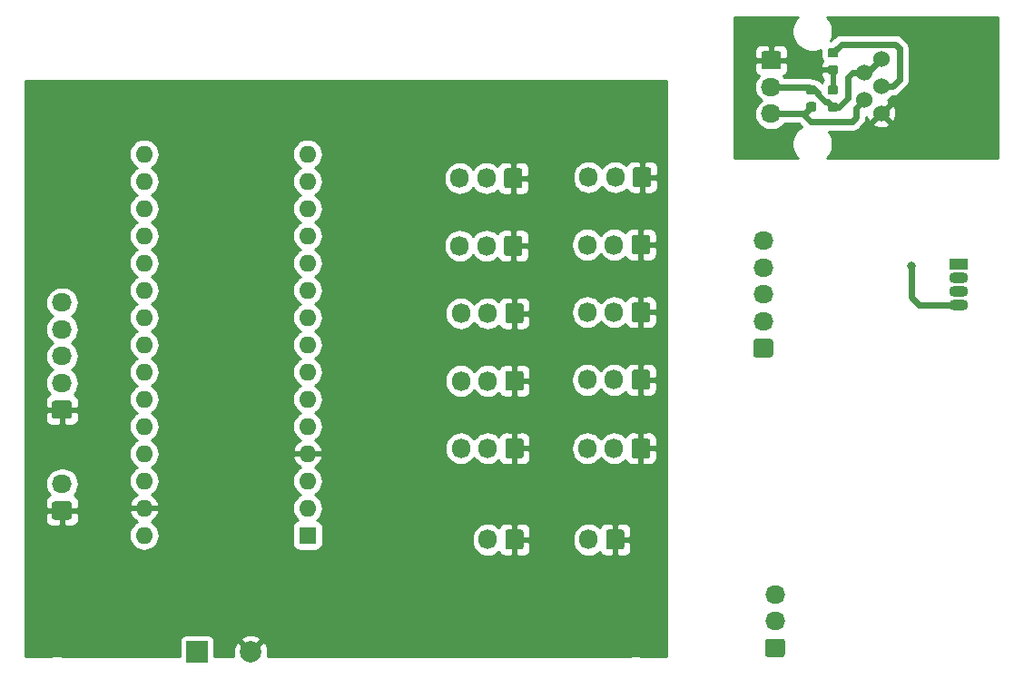
<source format=gbr>
G04 #@! TF.GenerationSoftware,KiCad,Pcbnew,(5.1.4)-1*
G04 #@! TF.CreationDate,2019-11-14T13:23:43+09:00*
G04 #@! TF.ProjectId,BT_speaker,42545f73-7065-4616-9b65-722e6b696361,rev?*
G04 #@! TF.SameCoordinates,Original*
G04 #@! TF.FileFunction,Copper,L2,Bot*
G04 #@! TF.FilePolarity,Positive*
%FSLAX46Y46*%
G04 Gerber Fmt 4.6, Leading zero omitted, Abs format (unit mm)*
G04 Created by KiCad (PCBNEW (5.1.4)-1) date 2019-11-14 13:23:43*
%MOMM*%
%LPD*%
G04 APERTURE LIST*
%ADD10O,1.850000X1.700000*%
%ADD11C,0.100000*%
%ADD12C,1.700000*%
%ADD13R,1.600000X1.600000*%
%ADD14O,1.600000X1.600000*%
%ADD15R,2.000000X2.000000*%
%ADD16C,2.000000*%
%ADD17C,0.875000*%
%ADD18O,1.700000X1.850000*%
%ADD19C,1.524000*%
%ADD20R,1.800000X1.070000*%
%ADD21O,1.800000X1.070000*%
%ADD22C,0.800000*%
%ADD23C,0.600000*%
%ADD24C,0.254000*%
G04 APERTURE END LIST*
D10*
X48500000Y-73800000D03*
X48500000Y-76300000D03*
X48500000Y-78800000D03*
X48500000Y-81300000D03*
D11*
G36*
X49199504Y-82951204D02*
G01*
X49223773Y-82954804D01*
X49247571Y-82960765D01*
X49270671Y-82969030D01*
X49292849Y-82979520D01*
X49313893Y-82992133D01*
X49333598Y-83006747D01*
X49351777Y-83023223D01*
X49368253Y-83041402D01*
X49382867Y-83061107D01*
X49395480Y-83082151D01*
X49405970Y-83104329D01*
X49414235Y-83127429D01*
X49420196Y-83151227D01*
X49423796Y-83175496D01*
X49425000Y-83200000D01*
X49425000Y-84400000D01*
X49423796Y-84424504D01*
X49420196Y-84448773D01*
X49414235Y-84472571D01*
X49405970Y-84495671D01*
X49395480Y-84517849D01*
X49382867Y-84538893D01*
X49368253Y-84558598D01*
X49351777Y-84576777D01*
X49333598Y-84593253D01*
X49313893Y-84607867D01*
X49292849Y-84620480D01*
X49270671Y-84630970D01*
X49247571Y-84639235D01*
X49223773Y-84645196D01*
X49199504Y-84648796D01*
X49175000Y-84650000D01*
X47825000Y-84650000D01*
X47800496Y-84648796D01*
X47776227Y-84645196D01*
X47752429Y-84639235D01*
X47729329Y-84630970D01*
X47707151Y-84620480D01*
X47686107Y-84607867D01*
X47666402Y-84593253D01*
X47648223Y-84576777D01*
X47631747Y-84558598D01*
X47617133Y-84538893D01*
X47604520Y-84517849D01*
X47594030Y-84495671D01*
X47585765Y-84472571D01*
X47579804Y-84448773D01*
X47576204Y-84424504D01*
X47575000Y-84400000D01*
X47575000Y-83200000D01*
X47576204Y-83175496D01*
X47579804Y-83151227D01*
X47585765Y-83127429D01*
X47594030Y-83104329D01*
X47604520Y-83082151D01*
X47617133Y-83061107D01*
X47631747Y-83041402D01*
X47648223Y-83023223D01*
X47666402Y-83006747D01*
X47686107Y-82992133D01*
X47707151Y-82979520D01*
X47729329Y-82969030D01*
X47752429Y-82960765D01*
X47776227Y-82954804D01*
X47800496Y-82951204D01*
X47825000Y-82950000D01*
X49175000Y-82950000D01*
X49199504Y-82951204D01*
X49199504Y-82951204D01*
G37*
D12*
X48500000Y-83800000D03*
D13*
X71400000Y-95500000D03*
D14*
X56160000Y-62480000D03*
X71400000Y-92960000D03*
X56160000Y-65020000D03*
X71400000Y-90420000D03*
X56160000Y-67560000D03*
X71400000Y-87880000D03*
X56160000Y-70100000D03*
X71400000Y-85340000D03*
X56160000Y-72640000D03*
X71400000Y-82800000D03*
X56160000Y-75180000D03*
X71400000Y-80260000D03*
X56160000Y-77720000D03*
X71400000Y-77720000D03*
X56160000Y-80260000D03*
X71400000Y-75180000D03*
X56160000Y-82800000D03*
X71400000Y-72640000D03*
X56160000Y-85340000D03*
X71400000Y-70100000D03*
X56160000Y-87880000D03*
X71400000Y-67560000D03*
X56160000Y-90420000D03*
X71400000Y-65020000D03*
X56160000Y-92960000D03*
X71400000Y-62480000D03*
X56160000Y-95500000D03*
X71400000Y-59940000D03*
X56160000Y-59940000D03*
D15*
X61100000Y-106400000D03*
D16*
X66100000Y-106400000D03*
D11*
G36*
X120677691Y-50076053D02*
G01*
X120698926Y-50079203D01*
X120719750Y-50084419D01*
X120739962Y-50091651D01*
X120759368Y-50100830D01*
X120777781Y-50111866D01*
X120795024Y-50124654D01*
X120810930Y-50139070D01*
X120825346Y-50154976D01*
X120838134Y-50172219D01*
X120849170Y-50190632D01*
X120858349Y-50210038D01*
X120865581Y-50230250D01*
X120870797Y-50251074D01*
X120873947Y-50272309D01*
X120875000Y-50293750D01*
X120875000Y-50731250D01*
X120873947Y-50752691D01*
X120870797Y-50773926D01*
X120865581Y-50794750D01*
X120858349Y-50814962D01*
X120849170Y-50834368D01*
X120838134Y-50852781D01*
X120825346Y-50870024D01*
X120810930Y-50885930D01*
X120795024Y-50900346D01*
X120777781Y-50913134D01*
X120759368Y-50924170D01*
X120739962Y-50933349D01*
X120719750Y-50940581D01*
X120698926Y-50945797D01*
X120677691Y-50948947D01*
X120656250Y-50950000D01*
X120143750Y-50950000D01*
X120122309Y-50948947D01*
X120101074Y-50945797D01*
X120080250Y-50940581D01*
X120060038Y-50933349D01*
X120040632Y-50924170D01*
X120022219Y-50913134D01*
X120004976Y-50900346D01*
X119989070Y-50885930D01*
X119974654Y-50870024D01*
X119961866Y-50852781D01*
X119950830Y-50834368D01*
X119941651Y-50814962D01*
X119934419Y-50794750D01*
X119929203Y-50773926D01*
X119926053Y-50752691D01*
X119925000Y-50731250D01*
X119925000Y-50293750D01*
X119926053Y-50272309D01*
X119929203Y-50251074D01*
X119934419Y-50230250D01*
X119941651Y-50210038D01*
X119950830Y-50190632D01*
X119961866Y-50172219D01*
X119974654Y-50154976D01*
X119989070Y-50139070D01*
X120004976Y-50124654D01*
X120022219Y-50111866D01*
X120040632Y-50100830D01*
X120060038Y-50091651D01*
X120080250Y-50084419D01*
X120101074Y-50079203D01*
X120122309Y-50076053D01*
X120143750Y-50075000D01*
X120656250Y-50075000D01*
X120677691Y-50076053D01*
X120677691Y-50076053D01*
G37*
D17*
X120400000Y-50512500D03*
D11*
G36*
X120677691Y-51651053D02*
G01*
X120698926Y-51654203D01*
X120719750Y-51659419D01*
X120739962Y-51666651D01*
X120759368Y-51675830D01*
X120777781Y-51686866D01*
X120795024Y-51699654D01*
X120810930Y-51714070D01*
X120825346Y-51729976D01*
X120838134Y-51747219D01*
X120849170Y-51765632D01*
X120858349Y-51785038D01*
X120865581Y-51805250D01*
X120870797Y-51826074D01*
X120873947Y-51847309D01*
X120875000Y-51868750D01*
X120875000Y-52306250D01*
X120873947Y-52327691D01*
X120870797Y-52348926D01*
X120865581Y-52369750D01*
X120858349Y-52389962D01*
X120849170Y-52409368D01*
X120838134Y-52427781D01*
X120825346Y-52445024D01*
X120810930Y-52460930D01*
X120795024Y-52475346D01*
X120777781Y-52488134D01*
X120759368Y-52499170D01*
X120739962Y-52508349D01*
X120719750Y-52515581D01*
X120698926Y-52520797D01*
X120677691Y-52523947D01*
X120656250Y-52525000D01*
X120143750Y-52525000D01*
X120122309Y-52523947D01*
X120101074Y-52520797D01*
X120080250Y-52515581D01*
X120060038Y-52508349D01*
X120040632Y-52499170D01*
X120022219Y-52488134D01*
X120004976Y-52475346D01*
X119989070Y-52460930D01*
X119974654Y-52445024D01*
X119961866Y-52427781D01*
X119950830Y-52409368D01*
X119941651Y-52389962D01*
X119934419Y-52369750D01*
X119929203Y-52348926D01*
X119926053Y-52327691D01*
X119925000Y-52306250D01*
X119925000Y-51868750D01*
X119926053Y-51847309D01*
X119929203Y-51826074D01*
X119934419Y-51805250D01*
X119941651Y-51785038D01*
X119950830Y-51765632D01*
X119961866Y-51747219D01*
X119974654Y-51729976D01*
X119989070Y-51714070D01*
X120004976Y-51699654D01*
X120022219Y-51686866D01*
X120040632Y-51675830D01*
X120060038Y-51666651D01*
X120080250Y-51659419D01*
X120101074Y-51654203D01*
X120122309Y-51651053D01*
X120143750Y-51650000D01*
X120656250Y-51650000D01*
X120677691Y-51651053D01*
X120677691Y-51651053D01*
G37*
D17*
X120400000Y-52087500D03*
D11*
G36*
X120677691Y-53541054D02*
G01*
X120698926Y-53544204D01*
X120719750Y-53549420D01*
X120739962Y-53556652D01*
X120759368Y-53565831D01*
X120777781Y-53576867D01*
X120795024Y-53589655D01*
X120810930Y-53604071D01*
X120825346Y-53619977D01*
X120838134Y-53637220D01*
X120849170Y-53655633D01*
X120858349Y-53675039D01*
X120865581Y-53695251D01*
X120870797Y-53716075D01*
X120873947Y-53737310D01*
X120875000Y-53758751D01*
X120875000Y-54196251D01*
X120873947Y-54217692D01*
X120870797Y-54238927D01*
X120865581Y-54259751D01*
X120858349Y-54279963D01*
X120849170Y-54299369D01*
X120838134Y-54317782D01*
X120825346Y-54335025D01*
X120810930Y-54350931D01*
X120795024Y-54365347D01*
X120777781Y-54378135D01*
X120759368Y-54389171D01*
X120739962Y-54398350D01*
X120719750Y-54405582D01*
X120698926Y-54410798D01*
X120677691Y-54413948D01*
X120656250Y-54415001D01*
X120143750Y-54415001D01*
X120122309Y-54413948D01*
X120101074Y-54410798D01*
X120080250Y-54405582D01*
X120060038Y-54398350D01*
X120040632Y-54389171D01*
X120022219Y-54378135D01*
X120004976Y-54365347D01*
X119989070Y-54350931D01*
X119974654Y-54335025D01*
X119961866Y-54317782D01*
X119950830Y-54299369D01*
X119941651Y-54279963D01*
X119934419Y-54259751D01*
X119929203Y-54238927D01*
X119926053Y-54217692D01*
X119925000Y-54196251D01*
X119925000Y-53758751D01*
X119926053Y-53737310D01*
X119929203Y-53716075D01*
X119934419Y-53695251D01*
X119941651Y-53675039D01*
X119950830Y-53655633D01*
X119961866Y-53637220D01*
X119974654Y-53619977D01*
X119989070Y-53604071D01*
X120004976Y-53589655D01*
X120022219Y-53576867D01*
X120040632Y-53565831D01*
X120060038Y-53556652D01*
X120080250Y-53549420D01*
X120101074Y-53544204D01*
X120122309Y-53541054D01*
X120143750Y-53540001D01*
X120656250Y-53540001D01*
X120677691Y-53541054D01*
X120677691Y-53541054D01*
G37*
D17*
X120400000Y-53977501D03*
D11*
G36*
X120677691Y-55116054D02*
G01*
X120698926Y-55119204D01*
X120719750Y-55124420D01*
X120739962Y-55131652D01*
X120759368Y-55140831D01*
X120777781Y-55151867D01*
X120795024Y-55164655D01*
X120810930Y-55179071D01*
X120825346Y-55194977D01*
X120838134Y-55212220D01*
X120849170Y-55230633D01*
X120858349Y-55250039D01*
X120865581Y-55270251D01*
X120870797Y-55291075D01*
X120873947Y-55312310D01*
X120875000Y-55333751D01*
X120875000Y-55771251D01*
X120873947Y-55792692D01*
X120870797Y-55813927D01*
X120865581Y-55834751D01*
X120858349Y-55854963D01*
X120849170Y-55874369D01*
X120838134Y-55892782D01*
X120825346Y-55910025D01*
X120810930Y-55925931D01*
X120795024Y-55940347D01*
X120777781Y-55953135D01*
X120759368Y-55964171D01*
X120739962Y-55973350D01*
X120719750Y-55980582D01*
X120698926Y-55985798D01*
X120677691Y-55988948D01*
X120656250Y-55990001D01*
X120143750Y-55990001D01*
X120122309Y-55988948D01*
X120101074Y-55985798D01*
X120080250Y-55980582D01*
X120060038Y-55973350D01*
X120040632Y-55964171D01*
X120022219Y-55953135D01*
X120004976Y-55940347D01*
X119989070Y-55925931D01*
X119974654Y-55910025D01*
X119961866Y-55892782D01*
X119950830Y-55874369D01*
X119941651Y-55854963D01*
X119934419Y-55834751D01*
X119929203Y-55813927D01*
X119926053Y-55792692D01*
X119925000Y-55771251D01*
X119925000Y-55333751D01*
X119926053Y-55312310D01*
X119929203Y-55291075D01*
X119934419Y-55270251D01*
X119941651Y-55250039D01*
X119950830Y-55230633D01*
X119961866Y-55212220D01*
X119974654Y-55194977D01*
X119989070Y-55179071D01*
X120004976Y-55164655D01*
X120022219Y-55151867D01*
X120040632Y-55140831D01*
X120060038Y-55131652D01*
X120080250Y-55124420D01*
X120101074Y-55119204D01*
X120122309Y-55116054D01*
X120143750Y-55115001D01*
X120656250Y-55115001D01*
X120677691Y-55116054D01*
X120677691Y-55116054D01*
G37*
D17*
X120400000Y-55552501D03*
D11*
G36*
X49199504Y-92351204D02*
G01*
X49223773Y-92354804D01*
X49247571Y-92360765D01*
X49270671Y-92369030D01*
X49292849Y-92379520D01*
X49313893Y-92392133D01*
X49333598Y-92406747D01*
X49351777Y-92423223D01*
X49368253Y-92441402D01*
X49382867Y-92461107D01*
X49395480Y-92482151D01*
X49405970Y-92504329D01*
X49414235Y-92527429D01*
X49420196Y-92551227D01*
X49423796Y-92575496D01*
X49425000Y-92600000D01*
X49425000Y-93800000D01*
X49423796Y-93824504D01*
X49420196Y-93848773D01*
X49414235Y-93872571D01*
X49405970Y-93895671D01*
X49395480Y-93917849D01*
X49382867Y-93938893D01*
X49368253Y-93958598D01*
X49351777Y-93976777D01*
X49333598Y-93993253D01*
X49313893Y-94007867D01*
X49292849Y-94020480D01*
X49270671Y-94030970D01*
X49247571Y-94039235D01*
X49223773Y-94045196D01*
X49199504Y-94048796D01*
X49175000Y-94050000D01*
X47825000Y-94050000D01*
X47800496Y-94048796D01*
X47776227Y-94045196D01*
X47752429Y-94039235D01*
X47729329Y-94030970D01*
X47707151Y-94020480D01*
X47686107Y-94007867D01*
X47666402Y-93993253D01*
X47648223Y-93976777D01*
X47631747Y-93958598D01*
X47617133Y-93938893D01*
X47604520Y-93917849D01*
X47594030Y-93895671D01*
X47585765Y-93872571D01*
X47579804Y-93848773D01*
X47576204Y-93824504D01*
X47575000Y-93800000D01*
X47575000Y-92600000D01*
X47576204Y-92575496D01*
X47579804Y-92551227D01*
X47585765Y-92527429D01*
X47594030Y-92504329D01*
X47604520Y-92482151D01*
X47617133Y-92461107D01*
X47631747Y-92441402D01*
X47648223Y-92423223D01*
X47666402Y-92406747D01*
X47686107Y-92392133D01*
X47707151Y-92379520D01*
X47729329Y-92369030D01*
X47752429Y-92360765D01*
X47776227Y-92354804D01*
X47800496Y-92351204D01*
X47825000Y-92350000D01*
X49175000Y-92350000D01*
X49199504Y-92351204D01*
X49199504Y-92351204D01*
G37*
D12*
X48500000Y-93200000D03*
D10*
X48500000Y-90700000D03*
D18*
X85700000Y-87400000D03*
X88200000Y-87400000D03*
D11*
G36*
X91324504Y-86476204D02*
G01*
X91348773Y-86479804D01*
X91372571Y-86485765D01*
X91395671Y-86494030D01*
X91417849Y-86504520D01*
X91438893Y-86517133D01*
X91458598Y-86531747D01*
X91476777Y-86548223D01*
X91493253Y-86566402D01*
X91507867Y-86586107D01*
X91520480Y-86607151D01*
X91530970Y-86629329D01*
X91539235Y-86652429D01*
X91545196Y-86676227D01*
X91548796Y-86700496D01*
X91550000Y-86725000D01*
X91550000Y-88075000D01*
X91548796Y-88099504D01*
X91545196Y-88123773D01*
X91539235Y-88147571D01*
X91530970Y-88170671D01*
X91520480Y-88192849D01*
X91507867Y-88213893D01*
X91493253Y-88233598D01*
X91476777Y-88251777D01*
X91458598Y-88268253D01*
X91438893Y-88282867D01*
X91417849Y-88295480D01*
X91395671Y-88305970D01*
X91372571Y-88314235D01*
X91348773Y-88320196D01*
X91324504Y-88323796D01*
X91300000Y-88325000D01*
X90100000Y-88325000D01*
X90075496Y-88323796D01*
X90051227Y-88320196D01*
X90027429Y-88314235D01*
X90004329Y-88305970D01*
X89982151Y-88295480D01*
X89961107Y-88282867D01*
X89941402Y-88268253D01*
X89923223Y-88251777D01*
X89906747Y-88233598D01*
X89892133Y-88213893D01*
X89879520Y-88192849D01*
X89869030Y-88170671D01*
X89860765Y-88147571D01*
X89854804Y-88123773D01*
X89851204Y-88099504D01*
X89850000Y-88075000D01*
X89850000Y-86725000D01*
X89851204Y-86700496D01*
X89854804Y-86676227D01*
X89860765Y-86652429D01*
X89869030Y-86629329D01*
X89879520Y-86607151D01*
X89892133Y-86586107D01*
X89906747Y-86566402D01*
X89923223Y-86548223D01*
X89941402Y-86531747D01*
X89961107Y-86517133D01*
X89982151Y-86504520D01*
X90004329Y-86494030D01*
X90027429Y-86485765D01*
X90051227Y-86479804D01*
X90075496Y-86476204D01*
X90100000Y-86475000D01*
X91300000Y-86475000D01*
X91324504Y-86476204D01*
X91324504Y-86476204D01*
G37*
D12*
X90700000Y-87400000D03*
D11*
G36*
X91324504Y-80176204D02*
G01*
X91348773Y-80179804D01*
X91372571Y-80185765D01*
X91395671Y-80194030D01*
X91417849Y-80204520D01*
X91438893Y-80217133D01*
X91458598Y-80231747D01*
X91476777Y-80248223D01*
X91493253Y-80266402D01*
X91507867Y-80286107D01*
X91520480Y-80307151D01*
X91530970Y-80329329D01*
X91539235Y-80352429D01*
X91545196Y-80376227D01*
X91548796Y-80400496D01*
X91550000Y-80425000D01*
X91550000Y-81775000D01*
X91548796Y-81799504D01*
X91545196Y-81823773D01*
X91539235Y-81847571D01*
X91530970Y-81870671D01*
X91520480Y-81892849D01*
X91507867Y-81913893D01*
X91493253Y-81933598D01*
X91476777Y-81951777D01*
X91458598Y-81968253D01*
X91438893Y-81982867D01*
X91417849Y-81995480D01*
X91395671Y-82005970D01*
X91372571Y-82014235D01*
X91348773Y-82020196D01*
X91324504Y-82023796D01*
X91300000Y-82025000D01*
X90100000Y-82025000D01*
X90075496Y-82023796D01*
X90051227Y-82020196D01*
X90027429Y-82014235D01*
X90004329Y-82005970D01*
X89982151Y-81995480D01*
X89961107Y-81982867D01*
X89941402Y-81968253D01*
X89923223Y-81951777D01*
X89906747Y-81933598D01*
X89892133Y-81913893D01*
X89879520Y-81892849D01*
X89869030Y-81870671D01*
X89860765Y-81847571D01*
X89854804Y-81823773D01*
X89851204Y-81799504D01*
X89850000Y-81775000D01*
X89850000Y-80425000D01*
X89851204Y-80400496D01*
X89854804Y-80376227D01*
X89860765Y-80352429D01*
X89869030Y-80329329D01*
X89879520Y-80307151D01*
X89892133Y-80286107D01*
X89906747Y-80266402D01*
X89923223Y-80248223D01*
X89941402Y-80231747D01*
X89961107Y-80217133D01*
X89982151Y-80204520D01*
X90004329Y-80194030D01*
X90027429Y-80185765D01*
X90051227Y-80179804D01*
X90075496Y-80176204D01*
X90100000Y-80175000D01*
X91300000Y-80175000D01*
X91324504Y-80176204D01*
X91324504Y-80176204D01*
G37*
D12*
X90700000Y-81100000D03*
D18*
X88200000Y-81100000D03*
X85700000Y-81100000D03*
X85700000Y-74800000D03*
X88200000Y-74800000D03*
D11*
G36*
X91324504Y-73876204D02*
G01*
X91348773Y-73879804D01*
X91372571Y-73885765D01*
X91395671Y-73894030D01*
X91417849Y-73904520D01*
X91438893Y-73917133D01*
X91458598Y-73931747D01*
X91476777Y-73948223D01*
X91493253Y-73966402D01*
X91507867Y-73986107D01*
X91520480Y-74007151D01*
X91530970Y-74029329D01*
X91539235Y-74052429D01*
X91545196Y-74076227D01*
X91548796Y-74100496D01*
X91550000Y-74125000D01*
X91550000Y-75475000D01*
X91548796Y-75499504D01*
X91545196Y-75523773D01*
X91539235Y-75547571D01*
X91530970Y-75570671D01*
X91520480Y-75592849D01*
X91507867Y-75613893D01*
X91493253Y-75633598D01*
X91476777Y-75651777D01*
X91458598Y-75668253D01*
X91438893Y-75682867D01*
X91417849Y-75695480D01*
X91395671Y-75705970D01*
X91372571Y-75714235D01*
X91348773Y-75720196D01*
X91324504Y-75723796D01*
X91300000Y-75725000D01*
X90100000Y-75725000D01*
X90075496Y-75723796D01*
X90051227Y-75720196D01*
X90027429Y-75714235D01*
X90004329Y-75705970D01*
X89982151Y-75695480D01*
X89961107Y-75682867D01*
X89941402Y-75668253D01*
X89923223Y-75651777D01*
X89906747Y-75633598D01*
X89892133Y-75613893D01*
X89879520Y-75592849D01*
X89869030Y-75570671D01*
X89860765Y-75547571D01*
X89854804Y-75523773D01*
X89851204Y-75499504D01*
X89850000Y-75475000D01*
X89850000Y-74125000D01*
X89851204Y-74100496D01*
X89854804Y-74076227D01*
X89860765Y-74052429D01*
X89869030Y-74029329D01*
X89879520Y-74007151D01*
X89892133Y-73986107D01*
X89906747Y-73966402D01*
X89923223Y-73948223D01*
X89941402Y-73931747D01*
X89961107Y-73917133D01*
X89982151Y-73904520D01*
X90004329Y-73894030D01*
X90027429Y-73885765D01*
X90051227Y-73879804D01*
X90075496Y-73876204D01*
X90100000Y-73875000D01*
X91300000Y-73875000D01*
X91324504Y-73876204D01*
X91324504Y-73876204D01*
G37*
D12*
X90700000Y-74800000D03*
D18*
X97600000Y-95900000D03*
D11*
G36*
X100724504Y-94976204D02*
G01*
X100748773Y-94979804D01*
X100772571Y-94985765D01*
X100795671Y-94994030D01*
X100817849Y-95004520D01*
X100838893Y-95017133D01*
X100858598Y-95031747D01*
X100876777Y-95048223D01*
X100893253Y-95066402D01*
X100907867Y-95086107D01*
X100920480Y-95107151D01*
X100930970Y-95129329D01*
X100939235Y-95152429D01*
X100945196Y-95176227D01*
X100948796Y-95200496D01*
X100950000Y-95225000D01*
X100950000Y-96575000D01*
X100948796Y-96599504D01*
X100945196Y-96623773D01*
X100939235Y-96647571D01*
X100930970Y-96670671D01*
X100920480Y-96692849D01*
X100907867Y-96713893D01*
X100893253Y-96733598D01*
X100876777Y-96751777D01*
X100858598Y-96768253D01*
X100838893Y-96782867D01*
X100817849Y-96795480D01*
X100795671Y-96805970D01*
X100772571Y-96814235D01*
X100748773Y-96820196D01*
X100724504Y-96823796D01*
X100700000Y-96825000D01*
X99500000Y-96825000D01*
X99475496Y-96823796D01*
X99451227Y-96820196D01*
X99427429Y-96814235D01*
X99404329Y-96805970D01*
X99382151Y-96795480D01*
X99361107Y-96782867D01*
X99341402Y-96768253D01*
X99323223Y-96751777D01*
X99306747Y-96733598D01*
X99292133Y-96713893D01*
X99279520Y-96692849D01*
X99269030Y-96670671D01*
X99260765Y-96647571D01*
X99254804Y-96623773D01*
X99251204Y-96599504D01*
X99250000Y-96575000D01*
X99250000Y-95225000D01*
X99251204Y-95200496D01*
X99254804Y-95176227D01*
X99260765Y-95152429D01*
X99269030Y-95129329D01*
X99279520Y-95107151D01*
X99292133Y-95086107D01*
X99306747Y-95066402D01*
X99323223Y-95048223D01*
X99341402Y-95031747D01*
X99361107Y-95017133D01*
X99382151Y-95004520D01*
X99404329Y-94994030D01*
X99427429Y-94985765D01*
X99451227Y-94979804D01*
X99475496Y-94976204D01*
X99500000Y-94975000D01*
X100700000Y-94975000D01*
X100724504Y-94976204D01*
X100724504Y-94976204D01*
G37*
D12*
X100100000Y-95900000D03*
D11*
G36*
X103224504Y-61176204D02*
G01*
X103248773Y-61179804D01*
X103272571Y-61185765D01*
X103295671Y-61194030D01*
X103317849Y-61204520D01*
X103338893Y-61217133D01*
X103358598Y-61231747D01*
X103376777Y-61248223D01*
X103393253Y-61266402D01*
X103407867Y-61286107D01*
X103420480Y-61307151D01*
X103430970Y-61329329D01*
X103439235Y-61352429D01*
X103445196Y-61376227D01*
X103448796Y-61400496D01*
X103450000Y-61425000D01*
X103450000Y-62775000D01*
X103448796Y-62799504D01*
X103445196Y-62823773D01*
X103439235Y-62847571D01*
X103430970Y-62870671D01*
X103420480Y-62892849D01*
X103407867Y-62913893D01*
X103393253Y-62933598D01*
X103376777Y-62951777D01*
X103358598Y-62968253D01*
X103338893Y-62982867D01*
X103317849Y-62995480D01*
X103295671Y-63005970D01*
X103272571Y-63014235D01*
X103248773Y-63020196D01*
X103224504Y-63023796D01*
X103200000Y-63025000D01*
X102000000Y-63025000D01*
X101975496Y-63023796D01*
X101951227Y-63020196D01*
X101927429Y-63014235D01*
X101904329Y-63005970D01*
X101882151Y-62995480D01*
X101861107Y-62982867D01*
X101841402Y-62968253D01*
X101823223Y-62951777D01*
X101806747Y-62933598D01*
X101792133Y-62913893D01*
X101779520Y-62892849D01*
X101769030Y-62870671D01*
X101760765Y-62847571D01*
X101754804Y-62823773D01*
X101751204Y-62799504D01*
X101750000Y-62775000D01*
X101750000Y-61425000D01*
X101751204Y-61400496D01*
X101754804Y-61376227D01*
X101760765Y-61352429D01*
X101769030Y-61329329D01*
X101779520Y-61307151D01*
X101792133Y-61286107D01*
X101806747Y-61266402D01*
X101823223Y-61248223D01*
X101841402Y-61231747D01*
X101861107Y-61217133D01*
X101882151Y-61204520D01*
X101904329Y-61194030D01*
X101927429Y-61185765D01*
X101951227Y-61179804D01*
X101975496Y-61176204D01*
X102000000Y-61175000D01*
X103200000Y-61175000D01*
X103224504Y-61176204D01*
X103224504Y-61176204D01*
G37*
D12*
X102600000Y-62100000D03*
D18*
X100100000Y-62100000D03*
X97600000Y-62100000D03*
D10*
X114650000Y-56200000D03*
X114650000Y-53700000D03*
D11*
G36*
X115349504Y-50351204D02*
G01*
X115373773Y-50354804D01*
X115397571Y-50360765D01*
X115420671Y-50369030D01*
X115442849Y-50379520D01*
X115463893Y-50392133D01*
X115483598Y-50406747D01*
X115501777Y-50423223D01*
X115518253Y-50441402D01*
X115532867Y-50461107D01*
X115545480Y-50482151D01*
X115555970Y-50504329D01*
X115564235Y-50527429D01*
X115570196Y-50551227D01*
X115573796Y-50575496D01*
X115575000Y-50600000D01*
X115575000Y-51800000D01*
X115573796Y-51824504D01*
X115570196Y-51848773D01*
X115564235Y-51872571D01*
X115555970Y-51895671D01*
X115545480Y-51917849D01*
X115532867Y-51938893D01*
X115518253Y-51958598D01*
X115501777Y-51976777D01*
X115483598Y-51993253D01*
X115463893Y-52007867D01*
X115442849Y-52020480D01*
X115420671Y-52030970D01*
X115397571Y-52039235D01*
X115373773Y-52045196D01*
X115349504Y-52048796D01*
X115325000Y-52050000D01*
X113975000Y-52050000D01*
X113950496Y-52048796D01*
X113926227Y-52045196D01*
X113902429Y-52039235D01*
X113879329Y-52030970D01*
X113857151Y-52020480D01*
X113836107Y-52007867D01*
X113816402Y-51993253D01*
X113798223Y-51976777D01*
X113781747Y-51958598D01*
X113767133Y-51938893D01*
X113754520Y-51917849D01*
X113744030Y-51895671D01*
X113735765Y-51872571D01*
X113729804Y-51848773D01*
X113726204Y-51824504D01*
X113725000Y-51800000D01*
X113725000Y-50600000D01*
X113726204Y-50575496D01*
X113729804Y-50551227D01*
X113735765Y-50527429D01*
X113744030Y-50504329D01*
X113754520Y-50482151D01*
X113767133Y-50461107D01*
X113781747Y-50441402D01*
X113798223Y-50423223D01*
X113816402Y-50406747D01*
X113836107Y-50392133D01*
X113857151Y-50379520D01*
X113879329Y-50369030D01*
X113902429Y-50360765D01*
X113926227Y-50354804D01*
X113950496Y-50351204D01*
X113975000Y-50350000D01*
X115325000Y-50350000D01*
X115349504Y-50351204D01*
X115349504Y-50351204D01*
G37*
D12*
X114650000Y-51200000D03*
D11*
G36*
X114599504Y-77201204D02*
G01*
X114623773Y-77204804D01*
X114647571Y-77210765D01*
X114670671Y-77219030D01*
X114692849Y-77229520D01*
X114713893Y-77242133D01*
X114733598Y-77256747D01*
X114751777Y-77273223D01*
X114768253Y-77291402D01*
X114782867Y-77311107D01*
X114795480Y-77332151D01*
X114805970Y-77354329D01*
X114814235Y-77377429D01*
X114820196Y-77401227D01*
X114823796Y-77425496D01*
X114825000Y-77450000D01*
X114825000Y-78650000D01*
X114823796Y-78674504D01*
X114820196Y-78698773D01*
X114814235Y-78722571D01*
X114805970Y-78745671D01*
X114795480Y-78767849D01*
X114782867Y-78788893D01*
X114768253Y-78808598D01*
X114751777Y-78826777D01*
X114733598Y-78843253D01*
X114713893Y-78857867D01*
X114692849Y-78870480D01*
X114670671Y-78880970D01*
X114647571Y-78889235D01*
X114623773Y-78895196D01*
X114599504Y-78898796D01*
X114575000Y-78900000D01*
X113225000Y-78900000D01*
X113200496Y-78898796D01*
X113176227Y-78895196D01*
X113152429Y-78889235D01*
X113129329Y-78880970D01*
X113107151Y-78870480D01*
X113086107Y-78857867D01*
X113066402Y-78843253D01*
X113048223Y-78826777D01*
X113031747Y-78808598D01*
X113017133Y-78788893D01*
X113004520Y-78767849D01*
X112994030Y-78745671D01*
X112985765Y-78722571D01*
X112979804Y-78698773D01*
X112976204Y-78674504D01*
X112975000Y-78650000D01*
X112975000Y-77450000D01*
X112976204Y-77425496D01*
X112979804Y-77401227D01*
X112985765Y-77377429D01*
X112994030Y-77354329D01*
X113004520Y-77332151D01*
X113017133Y-77311107D01*
X113031747Y-77291402D01*
X113048223Y-77273223D01*
X113066402Y-77256747D01*
X113086107Y-77242133D01*
X113107151Y-77229520D01*
X113129329Y-77219030D01*
X113152429Y-77210765D01*
X113176227Y-77204804D01*
X113200496Y-77201204D01*
X113225000Y-77200000D01*
X114575000Y-77200000D01*
X114599504Y-77201204D01*
X114599504Y-77201204D01*
G37*
D12*
X113900000Y-78050000D03*
D10*
X113900000Y-75550000D03*
X113900000Y-73050000D03*
X113900000Y-70550000D03*
X113900000Y-68050000D03*
D11*
G36*
X115699504Y-105151204D02*
G01*
X115723773Y-105154804D01*
X115747571Y-105160765D01*
X115770671Y-105169030D01*
X115792849Y-105179520D01*
X115813893Y-105192133D01*
X115833598Y-105206747D01*
X115851777Y-105223223D01*
X115868253Y-105241402D01*
X115882867Y-105261107D01*
X115895480Y-105282151D01*
X115905970Y-105304329D01*
X115914235Y-105327429D01*
X115920196Y-105351227D01*
X115923796Y-105375496D01*
X115925000Y-105400000D01*
X115925000Y-106600000D01*
X115923796Y-106624504D01*
X115920196Y-106648773D01*
X115914235Y-106672571D01*
X115905970Y-106695671D01*
X115895480Y-106717849D01*
X115882867Y-106738893D01*
X115868253Y-106758598D01*
X115851777Y-106776777D01*
X115833598Y-106793253D01*
X115813893Y-106807867D01*
X115792849Y-106820480D01*
X115770671Y-106830970D01*
X115747571Y-106839235D01*
X115723773Y-106845196D01*
X115699504Y-106848796D01*
X115675000Y-106850000D01*
X114325000Y-106850000D01*
X114300496Y-106848796D01*
X114276227Y-106845196D01*
X114252429Y-106839235D01*
X114229329Y-106830970D01*
X114207151Y-106820480D01*
X114186107Y-106807867D01*
X114166402Y-106793253D01*
X114148223Y-106776777D01*
X114131747Y-106758598D01*
X114117133Y-106738893D01*
X114104520Y-106717849D01*
X114094030Y-106695671D01*
X114085765Y-106672571D01*
X114079804Y-106648773D01*
X114076204Y-106624504D01*
X114075000Y-106600000D01*
X114075000Y-105400000D01*
X114076204Y-105375496D01*
X114079804Y-105351227D01*
X114085765Y-105327429D01*
X114094030Y-105304329D01*
X114104520Y-105282151D01*
X114117133Y-105261107D01*
X114131747Y-105241402D01*
X114148223Y-105223223D01*
X114166402Y-105206747D01*
X114186107Y-105192133D01*
X114207151Y-105179520D01*
X114229329Y-105169030D01*
X114252429Y-105160765D01*
X114276227Y-105154804D01*
X114300496Y-105151204D01*
X114325000Y-105150000D01*
X115675000Y-105150000D01*
X115699504Y-105151204D01*
X115699504Y-105151204D01*
G37*
D12*
X115000000Y-106000000D03*
D10*
X115000000Y-103500000D03*
X115000000Y-101000000D03*
D11*
G36*
X91324504Y-94976204D02*
G01*
X91348773Y-94979804D01*
X91372571Y-94985765D01*
X91395671Y-94994030D01*
X91417849Y-95004520D01*
X91438893Y-95017133D01*
X91458598Y-95031747D01*
X91476777Y-95048223D01*
X91493253Y-95066402D01*
X91507867Y-95086107D01*
X91520480Y-95107151D01*
X91530970Y-95129329D01*
X91539235Y-95152429D01*
X91545196Y-95176227D01*
X91548796Y-95200496D01*
X91550000Y-95225000D01*
X91550000Y-96575000D01*
X91548796Y-96599504D01*
X91545196Y-96623773D01*
X91539235Y-96647571D01*
X91530970Y-96670671D01*
X91520480Y-96692849D01*
X91507867Y-96713893D01*
X91493253Y-96733598D01*
X91476777Y-96751777D01*
X91458598Y-96768253D01*
X91438893Y-96782867D01*
X91417849Y-96795480D01*
X91395671Y-96805970D01*
X91372571Y-96814235D01*
X91348773Y-96820196D01*
X91324504Y-96823796D01*
X91300000Y-96825000D01*
X90100000Y-96825000D01*
X90075496Y-96823796D01*
X90051227Y-96820196D01*
X90027429Y-96814235D01*
X90004329Y-96805970D01*
X89982151Y-96795480D01*
X89961107Y-96782867D01*
X89941402Y-96768253D01*
X89923223Y-96751777D01*
X89906747Y-96733598D01*
X89892133Y-96713893D01*
X89879520Y-96692849D01*
X89869030Y-96670671D01*
X89860765Y-96647571D01*
X89854804Y-96623773D01*
X89851204Y-96599504D01*
X89850000Y-96575000D01*
X89850000Y-95225000D01*
X89851204Y-95200496D01*
X89854804Y-95176227D01*
X89860765Y-95152429D01*
X89869030Y-95129329D01*
X89879520Y-95107151D01*
X89892133Y-95086107D01*
X89906747Y-95066402D01*
X89923223Y-95048223D01*
X89941402Y-95031747D01*
X89961107Y-95017133D01*
X89982151Y-95004520D01*
X90004329Y-94994030D01*
X90027429Y-94985765D01*
X90051227Y-94979804D01*
X90075496Y-94976204D01*
X90100000Y-94975000D01*
X91300000Y-94975000D01*
X91324504Y-94976204D01*
X91324504Y-94976204D01*
G37*
D12*
X90700000Y-95900000D03*
D18*
X88200000Y-95900000D03*
D11*
G36*
X118677691Y-53526053D02*
G01*
X118698926Y-53529203D01*
X118719750Y-53534419D01*
X118739962Y-53541651D01*
X118759368Y-53550830D01*
X118777781Y-53561866D01*
X118795024Y-53574654D01*
X118810930Y-53589070D01*
X118825346Y-53604976D01*
X118838134Y-53622219D01*
X118849170Y-53640632D01*
X118858349Y-53660038D01*
X118865581Y-53680250D01*
X118870797Y-53701074D01*
X118873947Y-53722309D01*
X118875000Y-53743750D01*
X118875000Y-54181250D01*
X118873947Y-54202691D01*
X118870797Y-54223926D01*
X118865581Y-54244750D01*
X118858349Y-54264962D01*
X118849170Y-54284368D01*
X118838134Y-54302781D01*
X118825346Y-54320024D01*
X118810930Y-54335930D01*
X118795024Y-54350346D01*
X118777781Y-54363134D01*
X118759368Y-54374170D01*
X118739962Y-54383349D01*
X118719750Y-54390581D01*
X118698926Y-54395797D01*
X118677691Y-54398947D01*
X118656250Y-54400000D01*
X118143750Y-54400000D01*
X118122309Y-54398947D01*
X118101074Y-54395797D01*
X118080250Y-54390581D01*
X118060038Y-54383349D01*
X118040632Y-54374170D01*
X118022219Y-54363134D01*
X118004976Y-54350346D01*
X117989070Y-54335930D01*
X117974654Y-54320024D01*
X117961866Y-54302781D01*
X117950830Y-54284368D01*
X117941651Y-54264962D01*
X117934419Y-54244750D01*
X117929203Y-54223926D01*
X117926053Y-54202691D01*
X117925000Y-54181250D01*
X117925000Y-53743750D01*
X117926053Y-53722309D01*
X117929203Y-53701074D01*
X117934419Y-53680250D01*
X117941651Y-53660038D01*
X117950830Y-53640632D01*
X117961866Y-53622219D01*
X117974654Y-53604976D01*
X117989070Y-53589070D01*
X118004976Y-53574654D01*
X118022219Y-53561866D01*
X118040632Y-53550830D01*
X118060038Y-53541651D01*
X118080250Y-53534419D01*
X118101074Y-53529203D01*
X118122309Y-53526053D01*
X118143750Y-53525000D01*
X118656250Y-53525000D01*
X118677691Y-53526053D01*
X118677691Y-53526053D01*
G37*
D17*
X118400000Y-53962500D03*
D11*
G36*
X118677691Y-55101053D02*
G01*
X118698926Y-55104203D01*
X118719750Y-55109419D01*
X118739962Y-55116651D01*
X118759368Y-55125830D01*
X118777781Y-55136866D01*
X118795024Y-55149654D01*
X118810930Y-55164070D01*
X118825346Y-55179976D01*
X118838134Y-55197219D01*
X118849170Y-55215632D01*
X118858349Y-55235038D01*
X118865581Y-55255250D01*
X118870797Y-55276074D01*
X118873947Y-55297309D01*
X118875000Y-55318750D01*
X118875000Y-55756250D01*
X118873947Y-55777691D01*
X118870797Y-55798926D01*
X118865581Y-55819750D01*
X118858349Y-55839962D01*
X118849170Y-55859368D01*
X118838134Y-55877781D01*
X118825346Y-55895024D01*
X118810930Y-55910930D01*
X118795024Y-55925346D01*
X118777781Y-55938134D01*
X118759368Y-55949170D01*
X118739962Y-55958349D01*
X118719750Y-55965581D01*
X118698926Y-55970797D01*
X118677691Y-55973947D01*
X118656250Y-55975000D01*
X118143750Y-55975000D01*
X118122309Y-55973947D01*
X118101074Y-55970797D01*
X118080250Y-55965581D01*
X118060038Y-55958349D01*
X118040632Y-55949170D01*
X118022219Y-55938134D01*
X118004976Y-55925346D01*
X117989070Y-55910930D01*
X117974654Y-55895024D01*
X117961866Y-55877781D01*
X117950830Y-55859368D01*
X117941651Y-55839962D01*
X117934419Y-55819750D01*
X117929203Y-55798926D01*
X117926053Y-55777691D01*
X117925000Y-55756250D01*
X117925000Y-55318750D01*
X117926053Y-55297309D01*
X117929203Y-55276074D01*
X117934419Y-55255250D01*
X117941651Y-55235038D01*
X117950830Y-55215632D01*
X117961866Y-55197219D01*
X117974654Y-55179976D01*
X117989070Y-55164070D01*
X118004976Y-55149654D01*
X118022219Y-55136866D01*
X118040632Y-55125830D01*
X118060038Y-55116651D01*
X118080250Y-55109419D01*
X118101074Y-55104203D01*
X118122309Y-55101053D01*
X118143750Y-55100000D01*
X118656250Y-55100000D01*
X118677691Y-55101053D01*
X118677691Y-55101053D01*
G37*
D17*
X118400000Y-55537500D03*
D19*
X124900000Y-51050000D03*
X124900000Y-53650000D03*
X123350000Y-52350000D03*
X123350000Y-54900000D03*
X124900000Y-56150000D03*
D20*
X132100000Y-70200000D03*
D21*
X132100000Y-71470000D03*
X132100000Y-72740000D03*
X132100000Y-74010000D03*
D18*
X85600000Y-68500000D03*
X88100000Y-68500000D03*
D11*
G36*
X91224504Y-67576204D02*
G01*
X91248773Y-67579804D01*
X91272571Y-67585765D01*
X91295671Y-67594030D01*
X91317849Y-67604520D01*
X91338893Y-67617133D01*
X91358598Y-67631747D01*
X91376777Y-67648223D01*
X91393253Y-67666402D01*
X91407867Y-67686107D01*
X91420480Y-67707151D01*
X91430970Y-67729329D01*
X91439235Y-67752429D01*
X91445196Y-67776227D01*
X91448796Y-67800496D01*
X91450000Y-67825000D01*
X91450000Y-69175000D01*
X91448796Y-69199504D01*
X91445196Y-69223773D01*
X91439235Y-69247571D01*
X91430970Y-69270671D01*
X91420480Y-69292849D01*
X91407867Y-69313893D01*
X91393253Y-69333598D01*
X91376777Y-69351777D01*
X91358598Y-69368253D01*
X91338893Y-69382867D01*
X91317849Y-69395480D01*
X91295671Y-69405970D01*
X91272571Y-69414235D01*
X91248773Y-69420196D01*
X91224504Y-69423796D01*
X91200000Y-69425000D01*
X90000000Y-69425000D01*
X89975496Y-69423796D01*
X89951227Y-69420196D01*
X89927429Y-69414235D01*
X89904329Y-69405970D01*
X89882151Y-69395480D01*
X89861107Y-69382867D01*
X89841402Y-69368253D01*
X89823223Y-69351777D01*
X89806747Y-69333598D01*
X89792133Y-69313893D01*
X89779520Y-69292849D01*
X89769030Y-69270671D01*
X89760765Y-69247571D01*
X89754804Y-69223773D01*
X89751204Y-69199504D01*
X89750000Y-69175000D01*
X89750000Y-67825000D01*
X89751204Y-67800496D01*
X89754804Y-67776227D01*
X89760765Y-67752429D01*
X89769030Y-67729329D01*
X89779520Y-67707151D01*
X89792133Y-67686107D01*
X89806747Y-67666402D01*
X89823223Y-67648223D01*
X89841402Y-67631747D01*
X89861107Y-67617133D01*
X89882151Y-67604520D01*
X89904329Y-67594030D01*
X89927429Y-67585765D01*
X89951227Y-67579804D01*
X89975496Y-67576204D01*
X90000000Y-67575000D01*
X91200000Y-67575000D01*
X91224504Y-67576204D01*
X91224504Y-67576204D01*
G37*
D12*
X90600000Y-68500000D03*
D11*
G36*
X91224504Y-61276204D02*
G01*
X91248773Y-61279804D01*
X91272571Y-61285765D01*
X91295671Y-61294030D01*
X91317849Y-61304520D01*
X91338893Y-61317133D01*
X91358598Y-61331747D01*
X91376777Y-61348223D01*
X91393253Y-61366402D01*
X91407867Y-61386107D01*
X91420480Y-61407151D01*
X91430970Y-61429329D01*
X91439235Y-61452429D01*
X91445196Y-61476227D01*
X91448796Y-61500496D01*
X91450000Y-61525000D01*
X91450000Y-62875000D01*
X91448796Y-62899504D01*
X91445196Y-62923773D01*
X91439235Y-62947571D01*
X91430970Y-62970671D01*
X91420480Y-62992849D01*
X91407867Y-63013893D01*
X91393253Y-63033598D01*
X91376777Y-63051777D01*
X91358598Y-63068253D01*
X91338893Y-63082867D01*
X91317849Y-63095480D01*
X91295671Y-63105970D01*
X91272571Y-63114235D01*
X91248773Y-63120196D01*
X91224504Y-63123796D01*
X91200000Y-63125000D01*
X90000000Y-63125000D01*
X89975496Y-63123796D01*
X89951227Y-63120196D01*
X89927429Y-63114235D01*
X89904329Y-63105970D01*
X89882151Y-63095480D01*
X89861107Y-63082867D01*
X89841402Y-63068253D01*
X89823223Y-63051777D01*
X89806747Y-63033598D01*
X89792133Y-63013893D01*
X89779520Y-62992849D01*
X89769030Y-62970671D01*
X89760765Y-62947571D01*
X89754804Y-62923773D01*
X89751204Y-62899504D01*
X89750000Y-62875000D01*
X89750000Y-61525000D01*
X89751204Y-61500496D01*
X89754804Y-61476227D01*
X89760765Y-61452429D01*
X89769030Y-61429329D01*
X89779520Y-61407151D01*
X89792133Y-61386107D01*
X89806747Y-61366402D01*
X89823223Y-61348223D01*
X89841402Y-61331747D01*
X89861107Y-61317133D01*
X89882151Y-61304520D01*
X89904329Y-61294030D01*
X89927429Y-61285765D01*
X89951227Y-61279804D01*
X89975496Y-61276204D01*
X90000000Y-61275000D01*
X91200000Y-61275000D01*
X91224504Y-61276204D01*
X91224504Y-61276204D01*
G37*
D12*
X90600000Y-62200000D03*
D18*
X88100000Y-62200000D03*
X85600000Y-62200000D03*
D11*
G36*
X103124504Y-86476204D02*
G01*
X103148773Y-86479804D01*
X103172571Y-86485765D01*
X103195671Y-86494030D01*
X103217849Y-86504520D01*
X103238893Y-86517133D01*
X103258598Y-86531747D01*
X103276777Y-86548223D01*
X103293253Y-86566402D01*
X103307867Y-86586107D01*
X103320480Y-86607151D01*
X103330970Y-86629329D01*
X103339235Y-86652429D01*
X103345196Y-86676227D01*
X103348796Y-86700496D01*
X103350000Y-86725000D01*
X103350000Y-88075000D01*
X103348796Y-88099504D01*
X103345196Y-88123773D01*
X103339235Y-88147571D01*
X103330970Y-88170671D01*
X103320480Y-88192849D01*
X103307867Y-88213893D01*
X103293253Y-88233598D01*
X103276777Y-88251777D01*
X103258598Y-88268253D01*
X103238893Y-88282867D01*
X103217849Y-88295480D01*
X103195671Y-88305970D01*
X103172571Y-88314235D01*
X103148773Y-88320196D01*
X103124504Y-88323796D01*
X103100000Y-88325000D01*
X101900000Y-88325000D01*
X101875496Y-88323796D01*
X101851227Y-88320196D01*
X101827429Y-88314235D01*
X101804329Y-88305970D01*
X101782151Y-88295480D01*
X101761107Y-88282867D01*
X101741402Y-88268253D01*
X101723223Y-88251777D01*
X101706747Y-88233598D01*
X101692133Y-88213893D01*
X101679520Y-88192849D01*
X101669030Y-88170671D01*
X101660765Y-88147571D01*
X101654804Y-88123773D01*
X101651204Y-88099504D01*
X101650000Y-88075000D01*
X101650000Y-86725000D01*
X101651204Y-86700496D01*
X101654804Y-86676227D01*
X101660765Y-86652429D01*
X101669030Y-86629329D01*
X101679520Y-86607151D01*
X101692133Y-86586107D01*
X101706747Y-86566402D01*
X101723223Y-86548223D01*
X101741402Y-86531747D01*
X101761107Y-86517133D01*
X101782151Y-86504520D01*
X101804329Y-86494030D01*
X101827429Y-86485765D01*
X101851227Y-86479804D01*
X101875496Y-86476204D01*
X101900000Y-86475000D01*
X103100000Y-86475000D01*
X103124504Y-86476204D01*
X103124504Y-86476204D01*
G37*
D12*
X102500000Y-87400000D03*
D18*
X100000000Y-87400000D03*
X97500000Y-87400000D03*
X97500000Y-81000000D03*
X100000000Y-81000000D03*
D11*
G36*
X103124504Y-80076204D02*
G01*
X103148773Y-80079804D01*
X103172571Y-80085765D01*
X103195671Y-80094030D01*
X103217849Y-80104520D01*
X103238893Y-80117133D01*
X103258598Y-80131747D01*
X103276777Y-80148223D01*
X103293253Y-80166402D01*
X103307867Y-80186107D01*
X103320480Y-80207151D01*
X103330970Y-80229329D01*
X103339235Y-80252429D01*
X103345196Y-80276227D01*
X103348796Y-80300496D01*
X103350000Y-80325000D01*
X103350000Y-81675000D01*
X103348796Y-81699504D01*
X103345196Y-81723773D01*
X103339235Y-81747571D01*
X103330970Y-81770671D01*
X103320480Y-81792849D01*
X103307867Y-81813893D01*
X103293253Y-81833598D01*
X103276777Y-81851777D01*
X103258598Y-81868253D01*
X103238893Y-81882867D01*
X103217849Y-81895480D01*
X103195671Y-81905970D01*
X103172571Y-81914235D01*
X103148773Y-81920196D01*
X103124504Y-81923796D01*
X103100000Y-81925000D01*
X101900000Y-81925000D01*
X101875496Y-81923796D01*
X101851227Y-81920196D01*
X101827429Y-81914235D01*
X101804329Y-81905970D01*
X101782151Y-81895480D01*
X101761107Y-81882867D01*
X101741402Y-81868253D01*
X101723223Y-81851777D01*
X101706747Y-81833598D01*
X101692133Y-81813893D01*
X101679520Y-81792849D01*
X101669030Y-81770671D01*
X101660765Y-81747571D01*
X101654804Y-81723773D01*
X101651204Y-81699504D01*
X101650000Y-81675000D01*
X101650000Y-80325000D01*
X101651204Y-80300496D01*
X101654804Y-80276227D01*
X101660765Y-80252429D01*
X101669030Y-80229329D01*
X101679520Y-80207151D01*
X101692133Y-80186107D01*
X101706747Y-80166402D01*
X101723223Y-80148223D01*
X101741402Y-80131747D01*
X101761107Y-80117133D01*
X101782151Y-80104520D01*
X101804329Y-80094030D01*
X101827429Y-80085765D01*
X101851227Y-80079804D01*
X101875496Y-80076204D01*
X101900000Y-80075000D01*
X103100000Y-80075000D01*
X103124504Y-80076204D01*
X103124504Y-80076204D01*
G37*
D12*
X102500000Y-81000000D03*
D11*
G36*
X103124504Y-73776204D02*
G01*
X103148773Y-73779804D01*
X103172571Y-73785765D01*
X103195671Y-73794030D01*
X103217849Y-73804520D01*
X103238893Y-73817133D01*
X103258598Y-73831747D01*
X103276777Y-73848223D01*
X103293253Y-73866402D01*
X103307867Y-73886107D01*
X103320480Y-73907151D01*
X103330970Y-73929329D01*
X103339235Y-73952429D01*
X103345196Y-73976227D01*
X103348796Y-74000496D01*
X103350000Y-74025000D01*
X103350000Y-75375000D01*
X103348796Y-75399504D01*
X103345196Y-75423773D01*
X103339235Y-75447571D01*
X103330970Y-75470671D01*
X103320480Y-75492849D01*
X103307867Y-75513893D01*
X103293253Y-75533598D01*
X103276777Y-75551777D01*
X103258598Y-75568253D01*
X103238893Y-75582867D01*
X103217849Y-75595480D01*
X103195671Y-75605970D01*
X103172571Y-75614235D01*
X103148773Y-75620196D01*
X103124504Y-75623796D01*
X103100000Y-75625000D01*
X101900000Y-75625000D01*
X101875496Y-75623796D01*
X101851227Y-75620196D01*
X101827429Y-75614235D01*
X101804329Y-75605970D01*
X101782151Y-75595480D01*
X101761107Y-75582867D01*
X101741402Y-75568253D01*
X101723223Y-75551777D01*
X101706747Y-75533598D01*
X101692133Y-75513893D01*
X101679520Y-75492849D01*
X101669030Y-75470671D01*
X101660765Y-75447571D01*
X101654804Y-75423773D01*
X101651204Y-75399504D01*
X101650000Y-75375000D01*
X101650000Y-74025000D01*
X101651204Y-74000496D01*
X101654804Y-73976227D01*
X101660765Y-73952429D01*
X101669030Y-73929329D01*
X101679520Y-73907151D01*
X101692133Y-73886107D01*
X101706747Y-73866402D01*
X101723223Y-73848223D01*
X101741402Y-73831747D01*
X101761107Y-73817133D01*
X101782151Y-73804520D01*
X101804329Y-73794030D01*
X101827429Y-73785765D01*
X101851227Y-73779804D01*
X101875496Y-73776204D01*
X101900000Y-73775000D01*
X103100000Y-73775000D01*
X103124504Y-73776204D01*
X103124504Y-73776204D01*
G37*
D12*
X102500000Y-74700000D03*
D18*
X100000000Y-74700000D03*
X97500000Y-74700000D03*
X97500000Y-68400000D03*
X100000000Y-68400000D03*
D11*
G36*
X103124504Y-67476204D02*
G01*
X103148773Y-67479804D01*
X103172571Y-67485765D01*
X103195671Y-67494030D01*
X103217849Y-67504520D01*
X103238893Y-67517133D01*
X103258598Y-67531747D01*
X103276777Y-67548223D01*
X103293253Y-67566402D01*
X103307867Y-67586107D01*
X103320480Y-67607151D01*
X103330970Y-67629329D01*
X103339235Y-67652429D01*
X103345196Y-67676227D01*
X103348796Y-67700496D01*
X103350000Y-67725000D01*
X103350000Y-69075000D01*
X103348796Y-69099504D01*
X103345196Y-69123773D01*
X103339235Y-69147571D01*
X103330970Y-69170671D01*
X103320480Y-69192849D01*
X103307867Y-69213893D01*
X103293253Y-69233598D01*
X103276777Y-69251777D01*
X103258598Y-69268253D01*
X103238893Y-69282867D01*
X103217849Y-69295480D01*
X103195671Y-69305970D01*
X103172571Y-69314235D01*
X103148773Y-69320196D01*
X103124504Y-69323796D01*
X103100000Y-69325000D01*
X101900000Y-69325000D01*
X101875496Y-69323796D01*
X101851227Y-69320196D01*
X101827429Y-69314235D01*
X101804329Y-69305970D01*
X101782151Y-69295480D01*
X101761107Y-69282867D01*
X101741402Y-69268253D01*
X101723223Y-69251777D01*
X101706747Y-69233598D01*
X101692133Y-69213893D01*
X101679520Y-69192849D01*
X101669030Y-69170671D01*
X101660765Y-69147571D01*
X101654804Y-69123773D01*
X101651204Y-69099504D01*
X101650000Y-69075000D01*
X101650000Y-67725000D01*
X101651204Y-67700496D01*
X101654804Y-67676227D01*
X101660765Y-67652429D01*
X101669030Y-67629329D01*
X101679520Y-67607151D01*
X101692133Y-67586107D01*
X101706747Y-67566402D01*
X101723223Y-67548223D01*
X101741402Y-67531747D01*
X101761107Y-67517133D01*
X101782151Y-67504520D01*
X101804329Y-67494030D01*
X101827429Y-67485765D01*
X101851227Y-67479804D01*
X101875496Y-67476204D01*
X101900000Y-67475000D01*
X103100000Y-67475000D01*
X103124504Y-67476204D01*
X103124504Y-67476204D01*
G37*
D12*
X102500000Y-68400000D03*
D22*
X127700000Y-70400000D03*
D23*
X120861612Y-50050888D02*
X120861612Y-50038388D01*
X120400000Y-50512500D02*
X120861612Y-50050888D01*
X120861612Y-50038388D02*
X121200000Y-49700000D01*
X121200000Y-49700000D02*
X126200000Y-49700000D01*
X126200000Y-49700000D02*
X126600000Y-50100000D01*
X126600000Y-53027630D02*
X126600000Y-52800000D01*
X125977630Y-53650000D02*
X126600000Y-53027630D01*
X124900000Y-53650000D02*
X125977630Y-53650000D01*
X126600000Y-50100000D02*
X126600000Y-52800000D01*
X123350000Y-52650000D02*
X123600000Y-52650000D01*
X118137500Y-53700000D02*
X118400000Y-53962500D01*
X114650000Y-53700000D02*
X118137500Y-53700000D01*
X119938388Y-55090889D02*
X120400000Y-55552501D01*
X118400000Y-53962500D02*
X118762500Y-53962500D01*
X119000000Y-54200000D02*
X119000000Y-54400000D01*
X119000000Y-54400000D02*
X119700000Y-55100000D01*
X118762500Y-53962500D02*
X119000000Y-54200000D01*
X119700000Y-55100000D02*
X119709111Y-55090889D01*
X119709111Y-55090889D02*
X119938388Y-55090889D01*
X122250000Y-52350000D02*
X123350000Y-52350000D01*
X121800000Y-52800000D02*
X122250000Y-52350000D01*
X121800000Y-54727501D02*
X121800000Y-52800000D01*
X120400000Y-55552501D02*
X120975000Y-55552501D01*
X120975000Y-55552501D02*
X121800000Y-54727501D01*
X123600000Y-52350000D02*
X124900000Y-51050000D01*
X123350000Y-52350000D02*
X123600000Y-52350000D01*
X130950000Y-74010000D02*
X130940000Y-74000000D01*
X132100000Y-74010000D02*
X130950000Y-74010000D01*
X130940000Y-74000000D02*
X128400000Y-74000000D01*
X128400000Y-74000000D02*
X127700000Y-73300000D01*
X127700000Y-73300000D02*
X127700000Y-70400000D01*
X114687500Y-56237500D02*
X114650000Y-56200000D01*
X117737500Y-56200000D02*
X118400000Y-55537500D01*
X117400000Y-56200000D02*
X117737500Y-56200000D01*
X114650000Y-56200000D02*
X117400000Y-56200000D01*
X117600000Y-56200000D02*
X117400000Y-56200000D01*
X122588001Y-55661999D02*
X122588001Y-56488001D01*
X123350000Y-54900000D02*
X122588001Y-55661999D01*
X122588001Y-56488001D02*
X122600000Y-56500000D01*
X122600000Y-56500000D02*
X122200000Y-56900000D01*
X122200000Y-56900000D02*
X118300000Y-56900000D01*
X118300000Y-56900000D02*
X117600000Y-56200000D01*
D24*
G36*
X104873000Y-106773000D02*
G01*
X102613275Y-106773000D01*
X102226910Y-106696147D01*
X101773090Y-106696147D01*
X101386725Y-106773000D01*
X67692467Y-106773000D01*
X67722384Y-106658892D01*
X67741718Y-106337405D01*
X67697961Y-106018325D01*
X67592795Y-105713912D01*
X67499814Y-105539956D01*
X67235413Y-105444192D01*
X66279605Y-106400000D01*
X66293748Y-106414143D01*
X66114143Y-106593748D01*
X66100000Y-106579605D01*
X66085858Y-106593748D01*
X65906253Y-106414143D01*
X65920395Y-106400000D01*
X64964587Y-105444192D01*
X64700186Y-105539956D01*
X64559296Y-105829571D01*
X64477616Y-106141108D01*
X64458282Y-106462595D01*
X64500849Y-106773000D01*
X62738072Y-106773000D01*
X62738072Y-105400000D01*
X62725812Y-105275518D01*
X62722497Y-105264587D01*
X65144192Y-105264587D01*
X66100000Y-106220395D01*
X67055808Y-105264587D01*
X66960044Y-105000186D01*
X66670429Y-104859296D01*
X66358892Y-104777616D01*
X66037405Y-104758282D01*
X65718325Y-104802039D01*
X65413912Y-104907205D01*
X65239956Y-105000186D01*
X65144192Y-105264587D01*
X62722497Y-105264587D01*
X62689502Y-105155820D01*
X62630537Y-105045506D01*
X62551185Y-104948815D01*
X62454494Y-104869463D01*
X62344180Y-104810498D01*
X62224482Y-104774188D01*
X62100000Y-104761928D01*
X60100000Y-104761928D01*
X59975518Y-104774188D01*
X59855820Y-104810498D01*
X59745506Y-104869463D01*
X59648815Y-104948815D01*
X59569463Y-105045506D01*
X59510498Y-105155820D01*
X59474188Y-105275518D01*
X59461928Y-105400000D01*
X59461928Y-106773000D01*
X48613275Y-106773000D01*
X48226910Y-106696147D01*
X47773090Y-106696147D01*
X47386725Y-106773000D01*
X45127000Y-106773000D01*
X45127000Y-95500000D01*
X54718057Y-95500000D01*
X54745764Y-95781309D01*
X54827818Y-96051808D01*
X54961068Y-96301101D01*
X55140392Y-96519608D01*
X55358899Y-96698932D01*
X55608192Y-96832182D01*
X55878691Y-96914236D01*
X56089508Y-96935000D01*
X56230492Y-96935000D01*
X56441309Y-96914236D01*
X56711808Y-96832182D01*
X56961101Y-96698932D01*
X57179608Y-96519608D01*
X57358932Y-96301101D01*
X57492182Y-96051808D01*
X57574236Y-95781309D01*
X57601943Y-95500000D01*
X57574236Y-95218691D01*
X57492182Y-94948192D01*
X57358932Y-94698899D01*
X57179608Y-94480392D01*
X56961101Y-94301068D01*
X56823318Y-94227421D01*
X57015131Y-94112385D01*
X57223519Y-93923414D01*
X57391037Y-93697420D01*
X57511246Y-93443087D01*
X57551904Y-93309039D01*
X57429915Y-93087000D01*
X56287000Y-93087000D01*
X56287000Y-93107000D01*
X56033000Y-93107000D01*
X56033000Y-93087000D01*
X54890085Y-93087000D01*
X54768096Y-93309039D01*
X54808754Y-93443087D01*
X54928963Y-93697420D01*
X55096481Y-93923414D01*
X55304869Y-94112385D01*
X55496682Y-94227421D01*
X55358899Y-94301068D01*
X55140392Y-94480392D01*
X54961068Y-94698899D01*
X54827818Y-94948192D01*
X54745764Y-95218691D01*
X54718057Y-95500000D01*
X45127000Y-95500000D01*
X45127000Y-94050000D01*
X46936928Y-94050000D01*
X46949188Y-94174482D01*
X46985498Y-94294180D01*
X47044463Y-94404494D01*
X47123815Y-94501185D01*
X47220506Y-94580537D01*
X47330820Y-94639502D01*
X47450518Y-94675812D01*
X47575000Y-94688072D01*
X48214250Y-94685000D01*
X48373000Y-94526250D01*
X48373000Y-93327000D01*
X48627000Y-93327000D01*
X48627000Y-94526250D01*
X48785750Y-94685000D01*
X49425000Y-94688072D01*
X49549482Y-94675812D01*
X49669180Y-94639502D01*
X49779494Y-94580537D01*
X49876185Y-94501185D01*
X49955537Y-94404494D01*
X50014502Y-94294180D01*
X50050812Y-94174482D01*
X50063072Y-94050000D01*
X50060000Y-93485750D01*
X49901250Y-93327000D01*
X48627000Y-93327000D01*
X48373000Y-93327000D01*
X47098750Y-93327000D01*
X46940000Y-93485750D01*
X46936928Y-94050000D01*
X45127000Y-94050000D01*
X45127000Y-90700000D01*
X46932815Y-90700000D01*
X46961487Y-90991111D01*
X47046401Y-91271034D01*
X47184294Y-91529014D01*
X47365608Y-91749945D01*
X47330820Y-91760498D01*
X47220506Y-91819463D01*
X47123815Y-91898815D01*
X47044463Y-91995506D01*
X46985498Y-92105820D01*
X46949188Y-92225518D01*
X46936928Y-92350000D01*
X46940000Y-92914250D01*
X47098750Y-93073000D01*
X48373000Y-93073000D01*
X48373000Y-93053000D01*
X48627000Y-93053000D01*
X48627000Y-93073000D01*
X49901250Y-93073000D01*
X50060000Y-92914250D01*
X50063072Y-92350000D01*
X50050812Y-92225518D01*
X50014502Y-92105820D01*
X49955537Y-91995506D01*
X49876185Y-91898815D01*
X49779494Y-91819463D01*
X49669180Y-91760498D01*
X49634392Y-91749945D01*
X49815706Y-91529014D01*
X49953599Y-91271034D01*
X50038513Y-90991111D01*
X50067185Y-90700000D01*
X50038513Y-90408889D01*
X49953599Y-90128966D01*
X49815706Y-89870986D01*
X49630134Y-89644866D01*
X49404014Y-89459294D01*
X49146034Y-89321401D01*
X48866111Y-89236487D01*
X48647950Y-89215000D01*
X48352050Y-89215000D01*
X48133889Y-89236487D01*
X47853966Y-89321401D01*
X47595986Y-89459294D01*
X47369866Y-89644866D01*
X47184294Y-89870986D01*
X47046401Y-90128966D01*
X46961487Y-90408889D01*
X46932815Y-90700000D01*
X45127000Y-90700000D01*
X45127000Y-84650000D01*
X46936928Y-84650000D01*
X46949188Y-84774482D01*
X46985498Y-84894180D01*
X47044463Y-85004494D01*
X47123815Y-85101185D01*
X47220506Y-85180537D01*
X47330820Y-85239502D01*
X47450518Y-85275812D01*
X47575000Y-85288072D01*
X48214250Y-85285000D01*
X48373000Y-85126250D01*
X48373000Y-83927000D01*
X48627000Y-83927000D01*
X48627000Y-85126250D01*
X48785750Y-85285000D01*
X49425000Y-85288072D01*
X49549482Y-85275812D01*
X49669180Y-85239502D01*
X49779494Y-85180537D01*
X49876185Y-85101185D01*
X49955537Y-85004494D01*
X50014502Y-84894180D01*
X50050812Y-84774482D01*
X50063072Y-84650000D01*
X50060000Y-84085750D01*
X49901250Y-83927000D01*
X48627000Y-83927000D01*
X48373000Y-83927000D01*
X47098750Y-83927000D01*
X46940000Y-84085750D01*
X46936928Y-84650000D01*
X45127000Y-84650000D01*
X45127000Y-73800000D01*
X46932815Y-73800000D01*
X46961487Y-74091111D01*
X47046401Y-74371034D01*
X47184294Y-74629014D01*
X47369866Y-74855134D01*
X47595986Y-75040706D01*
X47613374Y-75050000D01*
X47595986Y-75059294D01*
X47369866Y-75244866D01*
X47184294Y-75470986D01*
X47046401Y-75728966D01*
X46961487Y-76008889D01*
X46932815Y-76300000D01*
X46961487Y-76591111D01*
X47046401Y-76871034D01*
X47184294Y-77129014D01*
X47369866Y-77355134D01*
X47595986Y-77540706D01*
X47613374Y-77550000D01*
X47595986Y-77559294D01*
X47369866Y-77744866D01*
X47184294Y-77970986D01*
X47046401Y-78228966D01*
X46961487Y-78508889D01*
X46932815Y-78800000D01*
X46961487Y-79091111D01*
X47046401Y-79371034D01*
X47184294Y-79629014D01*
X47369866Y-79855134D01*
X47595986Y-80040706D01*
X47613374Y-80050000D01*
X47595986Y-80059294D01*
X47369866Y-80244866D01*
X47184294Y-80470986D01*
X47046401Y-80728966D01*
X46961487Y-81008889D01*
X46932815Y-81300000D01*
X46961487Y-81591111D01*
X47046401Y-81871034D01*
X47184294Y-82129014D01*
X47365608Y-82349945D01*
X47330820Y-82360498D01*
X47220506Y-82419463D01*
X47123815Y-82498815D01*
X47044463Y-82595506D01*
X46985498Y-82705820D01*
X46949188Y-82825518D01*
X46936928Y-82950000D01*
X46940000Y-83514250D01*
X47098750Y-83673000D01*
X48373000Y-83673000D01*
X48373000Y-83653000D01*
X48627000Y-83653000D01*
X48627000Y-83673000D01*
X49901250Y-83673000D01*
X50060000Y-83514250D01*
X50063072Y-82950000D01*
X50050812Y-82825518D01*
X50014502Y-82705820D01*
X49955537Y-82595506D01*
X49876185Y-82498815D01*
X49779494Y-82419463D01*
X49669180Y-82360498D01*
X49634392Y-82349945D01*
X49815706Y-82129014D01*
X49953599Y-81871034D01*
X50038513Y-81591111D01*
X50067185Y-81300000D01*
X50038513Y-81008889D01*
X49953599Y-80728966D01*
X49815706Y-80470986D01*
X49630134Y-80244866D01*
X49404014Y-80059294D01*
X49386626Y-80050000D01*
X49404014Y-80040706D01*
X49630134Y-79855134D01*
X49815706Y-79629014D01*
X49953599Y-79371034D01*
X50038513Y-79091111D01*
X50067185Y-78800000D01*
X50038513Y-78508889D01*
X49953599Y-78228966D01*
X49815706Y-77970986D01*
X49630134Y-77744866D01*
X49404014Y-77559294D01*
X49386626Y-77550000D01*
X49404014Y-77540706D01*
X49630134Y-77355134D01*
X49815706Y-77129014D01*
X49953599Y-76871034D01*
X50038513Y-76591111D01*
X50067185Y-76300000D01*
X50038513Y-76008889D01*
X49953599Y-75728966D01*
X49815706Y-75470986D01*
X49630134Y-75244866D01*
X49404014Y-75059294D01*
X49386626Y-75050000D01*
X49404014Y-75040706D01*
X49630134Y-74855134D01*
X49815706Y-74629014D01*
X49953599Y-74371034D01*
X50038513Y-74091111D01*
X50067185Y-73800000D01*
X50038513Y-73508889D01*
X49953599Y-73228966D01*
X49815706Y-72970986D01*
X49630134Y-72744866D01*
X49404014Y-72559294D01*
X49146034Y-72421401D01*
X48866111Y-72336487D01*
X48647950Y-72315000D01*
X48352050Y-72315000D01*
X48133889Y-72336487D01*
X47853966Y-72421401D01*
X47595986Y-72559294D01*
X47369866Y-72744866D01*
X47184294Y-72970986D01*
X47046401Y-73228966D01*
X46961487Y-73508889D01*
X46932815Y-73800000D01*
X45127000Y-73800000D01*
X45127000Y-59940000D01*
X54718057Y-59940000D01*
X54745764Y-60221309D01*
X54827818Y-60491808D01*
X54961068Y-60741101D01*
X55140392Y-60959608D01*
X55358899Y-61138932D01*
X55491858Y-61210000D01*
X55358899Y-61281068D01*
X55140392Y-61460392D01*
X54961068Y-61678899D01*
X54827818Y-61928192D01*
X54745764Y-62198691D01*
X54718057Y-62480000D01*
X54745764Y-62761309D01*
X54827818Y-63031808D01*
X54961068Y-63281101D01*
X55140392Y-63499608D01*
X55358899Y-63678932D01*
X55491858Y-63750000D01*
X55358899Y-63821068D01*
X55140392Y-64000392D01*
X54961068Y-64218899D01*
X54827818Y-64468192D01*
X54745764Y-64738691D01*
X54718057Y-65020000D01*
X54745764Y-65301309D01*
X54827818Y-65571808D01*
X54961068Y-65821101D01*
X55140392Y-66039608D01*
X55358899Y-66218932D01*
X55491858Y-66290000D01*
X55358899Y-66361068D01*
X55140392Y-66540392D01*
X54961068Y-66758899D01*
X54827818Y-67008192D01*
X54745764Y-67278691D01*
X54718057Y-67560000D01*
X54745764Y-67841309D01*
X54827818Y-68111808D01*
X54961068Y-68361101D01*
X55140392Y-68579608D01*
X55358899Y-68758932D01*
X55491858Y-68830000D01*
X55358899Y-68901068D01*
X55140392Y-69080392D01*
X54961068Y-69298899D01*
X54827818Y-69548192D01*
X54745764Y-69818691D01*
X54718057Y-70100000D01*
X54745764Y-70381309D01*
X54827818Y-70651808D01*
X54961068Y-70901101D01*
X55140392Y-71119608D01*
X55358899Y-71298932D01*
X55491858Y-71370000D01*
X55358899Y-71441068D01*
X55140392Y-71620392D01*
X54961068Y-71838899D01*
X54827818Y-72088192D01*
X54745764Y-72358691D01*
X54718057Y-72640000D01*
X54745764Y-72921309D01*
X54827818Y-73191808D01*
X54961068Y-73441101D01*
X55140392Y-73659608D01*
X55358899Y-73838932D01*
X55491858Y-73910000D01*
X55358899Y-73981068D01*
X55140392Y-74160392D01*
X54961068Y-74378899D01*
X54827818Y-74628192D01*
X54745764Y-74898691D01*
X54718057Y-75180000D01*
X54745764Y-75461309D01*
X54827818Y-75731808D01*
X54961068Y-75981101D01*
X55140392Y-76199608D01*
X55358899Y-76378932D01*
X55491858Y-76450000D01*
X55358899Y-76521068D01*
X55140392Y-76700392D01*
X54961068Y-76918899D01*
X54827818Y-77168192D01*
X54745764Y-77438691D01*
X54718057Y-77720000D01*
X54745764Y-78001309D01*
X54827818Y-78271808D01*
X54961068Y-78521101D01*
X55140392Y-78739608D01*
X55358899Y-78918932D01*
X55491858Y-78990000D01*
X55358899Y-79061068D01*
X55140392Y-79240392D01*
X54961068Y-79458899D01*
X54827818Y-79708192D01*
X54745764Y-79978691D01*
X54718057Y-80260000D01*
X54745764Y-80541309D01*
X54827818Y-80811808D01*
X54961068Y-81061101D01*
X55140392Y-81279608D01*
X55358899Y-81458932D01*
X55491858Y-81530000D01*
X55358899Y-81601068D01*
X55140392Y-81780392D01*
X54961068Y-81998899D01*
X54827818Y-82248192D01*
X54745764Y-82518691D01*
X54718057Y-82800000D01*
X54745764Y-83081309D01*
X54827818Y-83351808D01*
X54961068Y-83601101D01*
X55140392Y-83819608D01*
X55358899Y-83998932D01*
X55491858Y-84070000D01*
X55358899Y-84141068D01*
X55140392Y-84320392D01*
X54961068Y-84538899D01*
X54827818Y-84788192D01*
X54745764Y-85058691D01*
X54718057Y-85340000D01*
X54745764Y-85621309D01*
X54827818Y-85891808D01*
X54961068Y-86141101D01*
X55140392Y-86359608D01*
X55358899Y-86538932D01*
X55491858Y-86610000D01*
X55358899Y-86681068D01*
X55140392Y-86860392D01*
X54961068Y-87078899D01*
X54827818Y-87328192D01*
X54745764Y-87598691D01*
X54718057Y-87880000D01*
X54745764Y-88161309D01*
X54827818Y-88431808D01*
X54961068Y-88681101D01*
X55140392Y-88899608D01*
X55358899Y-89078932D01*
X55491858Y-89150000D01*
X55358899Y-89221068D01*
X55140392Y-89400392D01*
X54961068Y-89618899D01*
X54827818Y-89868192D01*
X54745764Y-90138691D01*
X54718057Y-90420000D01*
X54745764Y-90701309D01*
X54827818Y-90971808D01*
X54961068Y-91221101D01*
X55140392Y-91439608D01*
X55358899Y-91618932D01*
X55496682Y-91692579D01*
X55304869Y-91807615D01*
X55096481Y-91996586D01*
X54928963Y-92222580D01*
X54808754Y-92476913D01*
X54768096Y-92610961D01*
X54890085Y-92833000D01*
X56033000Y-92833000D01*
X56033000Y-92813000D01*
X56287000Y-92813000D01*
X56287000Y-92833000D01*
X57429915Y-92833000D01*
X57551904Y-92610961D01*
X57511246Y-92476913D01*
X57391037Y-92222580D01*
X57223519Y-91996586D01*
X57015131Y-91807615D01*
X56823318Y-91692579D01*
X56961101Y-91618932D01*
X57179608Y-91439608D01*
X57358932Y-91221101D01*
X57492182Y-90971808D01*
X57574236Y-90701309D01*
X57601943Y-90420000D01*
X69958057Y-90420000D01*
X69985764Y-90701309D01*
X70067818Y-90971808D01*
X70201068Y-91221101D01*
X70380392Y-91439608D01*
X70598899Y-91618932D01*
X70731858Y-91690000D01*
X70598899Y-91761068D01*
X70380392Y-91940392D01*
X70201068Y-92158899D01*
X70067818Y-92408192D01*
X69985764Y-92678691D01*
X69958057Y-92960000D01*
X69985764Y-93241309D01*
X70067818Y-93511808D01*
X70201068Y-93761101D01*
X70380392Y-93979608D01*
X70493482Y-94072419D01*
X70475518Y-94074188D01*
X70355820Y-94110498D01*
X70245506Y-94169463D01*
X70148815Y-94248815D01*
X70069463Y-94345506D01*
X70010498Y-94455820D01*
X69974188Y-94575518D01*
X69961928Y-94700000D01*
X69961928Y-96300000D01*
X69974188Y-96424482D01*
X70010498Y-96544180D01*
X70069463Y-96654494D01*
X70148815Y-96751185D01*
X70245506Y-96830537D01*
X70355820Y-96889502D01*
X70475518Y-96925812D01*
X70600000Y-96938072D01*
X72200000Y-96938072D01*
X72324482Y-96925812D01*
X72444180Y-96889502D01*
X72554494Y-96830537D01*
X72651185Y-96751185D01*
X72730537Y-96654494D01*
X72789502Y-96544180D01*
X72825812Y-96424482D01*
X72838072Y-96300000D01*
X72838072Y-95752050D01*
X86715000Y-95752050D01*
X86715000Y-96047949D01*
X86736487Y-96266110D01*
X86821401Y-96546033D01*
X86959294Y-96804013D01*
X87144866Y-97030134D01*
X87370986Y-97215706D01*
X87628966Y-97353599D01*
X87908889Y-97438513D01*
X88200000Y-97467185D01*
X88491110Y-97438513D01*
X88771033Y-97353599D01*
X89029013Y-97215706D01*
X89249945Y-97034392D01*
X89260498Y-97069180D01*
X89319463Y-97179494D01*
X89398815Y-97276185D01*
X89495506Y-97355537D01*
X89605820Y-97414502D01*
X89725518Y-97450812D01*
X89850000Y-97463072D01*
X90414250Y-97460000D01*
X90573000Y-97301250D01*
X90573000Y-96027000D01*
X90827000Y-96027000D01*
X90827000Y-97301250D01*
X90985750Y-97460000D01*
X91550000Y-97463072D01*
X91674482Y-97450812D01*
X91794180Y-97414502D01*
X91904494Y-97355537D01*
X92001185Y-97276185D01*
X92080537Y-97179494D01*
X92139502Y-97069180D01*
X92175812Y-96949482D01*
X92188072Y-96825000D01*
X92185000Y-96185750D01*
X92026250Y-96027000D01*
X90827000Y-96027000D01*
X90573000Y-96027000D01*
X90553000Y-96027000D01*
X90553000Y-95773000D01*
X90573000Y-95773000D01*
X90573000Y-94498750D01*
X90827000Y-94498750D01*
X90827000Y-95773000D01*
X92026250Y-95773000D01*
X92047200Y-95752050D01*
X96115000Y-95752050D01*
X96115000Y-96047949D01*
X96136487Y-96266110D01*
X96221401Y-96546033D01*
X96359294Y-96804013D01*
X96544866Y-97030134D01*
X96770986Y-97215706D01*
X97028966Y-97353599D01*
X97308889Y-97438513D01*
X97600000Y-97467185D01*
X97891110Y-97438513D01*
X98171033Y-97353599D01*
X98429013Y-97215706D01*
X98649945Y-97034392D01*
X98660498Y-97069180D01*
X98719463Y-97179494D01*
X98798815Y-97276185D01*
X98895506Y-97355537D01*
X99005820Y-97414502D01*
X99125518Y-97450812D01*
X99250000Y-97463072D01*
X99814250Y-97460000D01*
X99973000Y-97301250D01*
X99973000Y-96027000D01*
X100227000Y-96027000D01*
X100227000Y-97301250D01*
X100385750Y-97460000D01*
X100950000Y-97463072D01*
X101074482Y-97450812D01*
X101194180Y-97414502D01*
X101304494Y-97355537D01*
X101401185Y-97276185D01*
X101480537Y-97179494D01*
X101539502Y-97069180D01*
X101575812Y-96949482D01*
X101588072Y-96825000D01*
X101585000Y-96185750D01*
X101426250Y-96027000D01*
X100227000Y-96027000D01*
X99973000Y-96027000D01*
X99953000Y-96027000D01*
X99953000Y-95773000D01*
X99973000Y-95773000D01*
X99973000Y-94498750D01*
X100227000Y-94498750D01*
X100227000Y-95773000D01*
X101426250Y-95773000D01*
X101585000Y-95614250D01*
X101588072Y-94975000D01*
X101575812Y-94850518D01*
X101539502Y-94730820D01*
X101480537Y-94620506D01*
X101401185Y-94523815D01*
X101304494Y-94444463D01*
X101194180Y-94385498D01*
X101074482Y-94349188D01*
X100950000Y-94336928D01*
X100385750Y-94340000D01*
X100227000Y-94498750D01*
X99973000Y-94498750D01*
X99814250Y-94340000D01*
X99250000Y-94336928D01*
X99125518Y-94349188D01*
X99005820Y-94385498D01*
X98895506Y-94444463D01*
X98798815Y-94523815D01*
X98719463Y-94620506D01*
X98660498Y-94730820D01*
X98649945Y-94765608D01*
X98429014Y-94584294D01*
X98171034Y-94446401D01*
X97891111Y-94361487D01*
X97600000Y-94332815D01*
X97308890Y-94361487D01*
X97028967Y-94446401D01*
X96770987Y-94584294D01*
X96544866Y-94769866D01*
X96359294Y-94995986D01*
X96221401Y-95253966D01*
X96136487Y-95533889D01*
X96115000Y-95752050D01*
X92047200Y-95752050D01*
X92185000Y-95614250D01*
X92188072Y-94975000D01*
X92175812Y-94850518D01*
X92139502Y-94730820D01*
X92080537Y-94620506D01*
X92001185Y-94523815D01*
X91904494Y-94444463D01*
X91794180Y-94385498D01*
X91674482Y-94349188D01*
X91550000Y-94336928D01*
X90985750Y-94340000D01*
X90827000Y-94498750D01*
X90573000Y-94498750D01*
X90414250Y-94340000D01*
X89850000Y-94336928D01*
X89725518Y-94349188D01*
X89605820Y-94385498D01*
X89495506Y-94444463D01*
X89398815Y-94523815D01*
X89319463Y-94620506D01*
X89260498Y-94730820D01*
X89249945Y-94765608D01*
X89029014Y-94584294D01*
X88771034Y-94446401D01*
X88491111Y-94361487D01*
X88200000Y-94332815D01*
X87908890Y-94361487D01*
X87628967Y-94446401D01*
X87370987Y-94584294D01*
X87144866Y-94769866D01*
X86959294Y-94995986D01*
X86821401Y-95253966D01*
X86736487Y-95533889D01*
X86715000Y-95752050D01*
X72838072Y-95752050D01*
X72838072Y-94700000D01*
X72825812Y-94575518D01*
X72789502Y-94455820D01*
X72730537Y-94345506D01*
X72651185Y-94248815D01*
X72554494Y-94169463D01*
X72444180Y-94110498D01*
X72324482Y-94074188D01*
X72306518Y-94072419D01*
X72419608Y-93979608D01*
X72598932Y-93761101D01*
X72732182Y-93511808D01*
X72814236Y-93241309D01*
X72841943Y-92960000D01*
X72814236Y-92678691D01*
X72732182Y-92408192D01*
X72598932Y-92158899D01*
X72419608Y-91940392D01*
X72201101Y-91761068D01*
X72068142Y-91690000D01*
X72201101Y-91618932D01*
X72419608Y-91439608D01*
X72598932Y-91221101D01*
X72732182Y-90971808D01*
X72814236Y-90701309D01*
X72841943Y-90420000D01*
X72814236Y-90138691D01*
X72732182Y-89868192D01*
X72598932Y-89618899D01*
X72419608Y-89400392D01*
X72201101Y-89221068D01*
X72063318Y-89147421D01*
X72255131Y-89032385D01*
X72463519Y-88843414D01*
X72631037Y-88617420D01*
X72751246Y-88363087D01*
X72791904Y-88229039D01*
X72669915Y-88007000D01*
X71527000Y-88007000D01*
X71527000Y-88027000D01*
X71273000Y-88027000D01*
X71273000Y-88007000D01*
X70130085Y-88007000D01*
X70008096Y-88229039D01*
X70048754Y-88363087D01*
X70168963Y-88617420D01*
X70336481Y-88843414D01*
X70544869Y-89032385D01*
X70736682Y-89147421D01*
X70598899Y-89221068D01*
X70380392Y-89400392D01*
X70201068Y-89618899D01*
X70067818Y-89868192D01*
X69985764Y-90138691D01*
X69958057Y-90420000D01*
X57601943Y-90420000D01*
X57574236Y-90138691D01*
X57492182Y-89868192D01*
X57358932Y-89618899D01*
X57179608Y-89400392D01*
X56961101Y-89221068D01*
X56828142Y-89150000D01*
X56961101Y-89078932D01*
X57179608Y-88899608D01*
X57358932Y-88681101D01*
X57492182Y-88431808D01*
X57574236Y-88161309D01*
X57601943Y-87880000D01*
X57574236Y-87598691D01*
X57492182Y-87328192D01*
X57358932Y-87078899D01*
X57179608Y-86860392D01*
X56961101Y-86681068D01*
X56828142Y-86610000D01*
X56961101Y-86538932D01*
X57179608Y-86359608D01*
X57358932Y-86141101D01*
X57492182Y-85891808D01*
X57574236Y-85621309D01*
X57601943Y-85340000D01*
X57574236Y-85058691D01*
X57492182Y-84788192D01*
X57358932Y-84538899D01*
X57179608Y-84320392D01*
X56961101Y-84141068D01*
X56828142Y-84070000D01*
X56961101Y-83998932D01*
X57179608Y-83819608D01*
X57358932Y-83601101D01*
X57492182Y-83351808D01*
X57574236Y-83081309D01*
X57601943Y-82800000D01*
X57574236Y-82518691D01*
X57492182Y-82248192D01*
X57358932Y-81998899D01*
X57179608Y-81780392D01*
X56961101Y-81601068D01*
X56828142Y-81530000D01*
X56961101Y-81458932D01*
X57179608Y-81279608D01*
X57358932Y-81061101D01*
X57492182Y-80811808D01*
X57574236Y-80541309D01*
X57601943Y-80260000D01*
X57574236Y-79978691D01*
X57492182Y-79708192D01*
X57358932Y-79458899D01*
X57179608Y-79240392D01*
X56961101Y-79061068D01*
X56828142Y-78990000D01*
X56961101Y-78918932D01*
X57179608Y-78739608D01*
X57358932Y-78521101D01*
X57492182Y-78271808D01*
X57574236Y-78001309D01*
X57601943Y-77720000D01*
X57574236Y-77438691D01*
X57492182Y-77168192D01*
X57358932Y-76918899D01*
X57179608Y-76700392D01*
X56961101Y-76521068D01*
X56828142Y-76450000D01*
X56961101Y-76378932D01*
X57179608Y-76199608D01*
X57358932Y-75981101D01*
X57492182Y-75731808D01*
X57574236Y-75461309D01*
X57601943Y-75180000D01*
X57574236Y-74898691D01*
X57492182Y-74628192D01*
X57358932Y-74378899D01*
X57179608Y-74160392D01*
X56961101Y-73981068D01*
X56828142Y-73910000D01*
X56961101Y-73838932D01*
X57179608Y-73659608D01*
X57358932Y-73441101D01*
X57492182Y-73191808D01*
X57574236Y-72921309D01*
X57601943Y-72640000D01*
X57574236Y-72358691D01*
X57492182Y-72088192D01*
X57358932Y-71838899D01*
X57179608Y-71620392D01*
X56961101Y-71441068D01*
X56828142Y-71370000D01*
X56961101Y-71298932D01*
X57179608Y-71119608D01*
X57358932Y-70901101D01*
X57492182Y-70651808D01*
X57574236Y-70381309D01*
X57601943Y-70100000D01*
X57574236Y-69818691D01*
X57492182Y-69548192D01*
X57358932Y-69298899D01*
X57179608Y-69080392D01*
X56961101Y-68901068D01*
X56828142Y-68830000D01*
X56961101Y-68758932D01*
X57179608Y-68579608D01*
X57358932Y-68361101D01*
X57492182Y-68111808D01*
X57574236Y-67841309D01*
X57601943Y-67560000D01*
X57574236Y-67278691D01*
X57492182Y-67008192D01*
X57358932Y-66758899D01*
X57179608Y-66540392D01*
X56961101Y-66361068D01*
X56828142Y-66290000D01*
X56961101Y-66218932D01*
X57179608Y-66039608D01*
X57358932Y-65821101D01*
X57492182Y-65571808D01*
X57574236Y-65301309D01*
X57601943Y-65020000D01*
X57574236Y-64738691D01*
X57492182Y-64468192D01*
X57358932Y-64218899D01*
X57179608Y-64000392D01*
X56961101Y-63821068D01*
X56828142Y-63750000D01*
X56961101Y-63678932D01*
X57179608Y-63499608D01*
X57358932Y-63281101D01*
X57492182Y-63031808D01*
X57574236Y-62761309D01*
X57601943Y-62480000D01*
X57574236Y-62198691D01*
X57492182Y-61928192D01*
X57358932Y-61678899D01*
X57179608Y-61460392D01*
X56961101Y-61281068D01*
X56828142Y-61210000D01*
X56961101Y-61138932D01*
X57179608Y-60959608D01*
X57358932Y-60741101D01*
X57492182Y-60491808D01*
X57574236Y-60221309D01*
X57601943Y-59940000D01*
X69958057Y-59940000D01*
X69985764Y-60221309D01*
X70067818Y-60491808D01*
X70201068Y-60741101D01*
X70380392Y-60959608D01*
X70598899Y-61138932D01*
X70731858Y-61210000D01*
X70598899Y-61281068D01*
X70380392Y-61460392D01*
X70201068Y-61678899D01*
X70067818Y-61928192D01*
X69985764Y-62198691D01*
X69958057Y-62480000D01*
X69985764Y-62761309D01*
X70067818Y-63031808D01*
X70201068Y-63281101D01*
X70380392Y-63499608D01*
X70598899Y-63678932D01*
X70731858Y-63750000D01*
X70598899Y-63821068D01*
X70380392Y-64000392D01*
X70201068Y-64218899D01*
X70067818Y-64468192D01*
X69985764Y-64738691D01*
X69958057Y-65020000D01*
X69985764Y-65301309D01*
X70067818Y-65571808D01*
X70201068Y-65821101D01*
X70380392Y-66039608D01*
X70598899Y-66218932D01*
X70731858Y-66290000D01*
X70598899Y-66361068D01*
X70380392Y-66540392D01*
X70201068Y-66758899D01*
X70067818Y-67008192D01*
X69985764Y-67278691D01*
X69958057Y-67560000D01*
X69985764Y-67841309D01*
X70067818Y-68111808D01*
X70201068Y-68361101D01*
X70380392Y-68579608D01*
X70598899Y-68758932D01*
X70731858Y-68830000D01*
X70598899Y-68901068D01*
X70380392Y-69080392D01*
X70201068Y-69298899D01*
X70067818Y-69548192D01*
X69985764Y-69818691D01*
X69958057Y-70100000D01*
X69985764Y-70381309D01*
X70067818Y-70651808D01*
X70201068Y-70901101D01*
X70380392Y-71119608D01*
X70598899Y-71298932D01*
X70731858Y-71370000D01*
X70598899Y-71441068D01*
X70380392Y-71620392D01*
X70201068Y-71838899D01*
X70067818Y-72088192D01*
X69985764Y-72358691D01*
X69958057Y-72640000D01*
X69985764Y-72921309D01*
X70067818Y-73191808D01*
X70201068Y-73441101D01*
X70380392Y-73659608D01*
X70598899Y-73838932D01*
X70731858Y-73910000D01*
X70598899Y-73981068D01*
X70380392Y-74160392D01*
X70201068Y-74378899D01*
X70067818Y-74628192D01*
X69985764Y-74898691D01*
X69958057Y-75180000D01*
X69985764Y-75461309D01*
X70067818Y-75731808D01*
X70201068Y-75981101D01*
X70380392Y-76199608D01*
X70598899Y-76378932D01*
X70731858Y-76450000D01*
X70598899Y-76521068D01*
X70380392Y-76700392D01*
X70201068Y-76918899D01*
X70067818Y-77168192D01*
X69985764Y-77438691D01*
X69958057Y-77720000D01*
X69985764Y-78001309D01*
X70067818Y-78271808D01*
X70201068Y-78521101D01*
X70380392Y-78739608D01*
X70598899Y-78918932D01*
X70731858Y-78990000D01*
X70598899Y-79061068D01*
X70380392Y-79240392D01*
X70201068Y-79458899D01*
X70067818Y-79708192D01*
X69985764Y-79978691D01*
X69958057Y-80260000D01*
X69985764Y-80541309D01*
X70067818Y-80811808D01*
X70201068Y-81061101D01*
X70380392Y-81279608D01*
X70598899Y-81458932D01*
X70731858Y-81530000D01*
X70598899Y-81601068D01*
X70380392Y-81780392D01*
X70201068Y-81998899D01*
X70067818Y-82248192D01*
X69985764Y-82518691D01*
X69958057Y-82800000D01*
X69985764Y-83081309D01*
X70067818Y-83351808D01*
X70201068Y-83601101D01*
X70380392Y-83819608D01*
X70598899Y-83998932D01*
X70731858Y-84070000D01*
X70598899Y-84141068D01*
X70380392Y-84320392D01*
X70201068Y-84538899D01*
X70067818Y-84788192D01*
X69985764Y-85058691D01*
X69958057Y-85340000D01*
X69985764Y-85621309D01*
X70067818Y-85891808D01*
X70201068Y-86141101D01*
X70380392Y-86359608D01*
X70598899Y-86538932D01*
X70736682Y-86612579D01*
X70544869Y-86727615D01*
X70336481Y-86916586D01*
X70168963Y-87142580D01*
X70048754Y-87396913D01*
X70008096Y-87530961D01*
X70130085Y-87753000D01*
X71273000Y-87753000D01*
X71273000Y-87733000D01*
X71527000Y-87733000D01*
X71527000Y-87753000D01*
X72669915Y-87753000D01*
X72791904Y-87530961D01*
X72751246Y-87396913D01*
X72682778Y-87252050D01*
X84215000Y-87252050D01*
X84215000Y-87547949D01*
X84236487Y-87766110D01*
X84321401Y-88046033D01*
X84459294Y-88304013D01*
X84644866Y-88530134D01*
X84870986Y-88715706D01*
X85128966Y-88853599D01*
X85408889Y-88938513D01*
X85700000Y-88967185D01*
X85991110Y-88938513D01*
X86271033Y-88853599D01*
X86529013Y-88715706D01*
X86755134Y-88530134D01*
X86940706Y-88304014D01*
X86950000Y-88286626D01*
X86959294Y-88304013D01*
X87144866Y-88530134D01*
X87370986Y-88715706D01*
X87628966Y-88853599D01*
X87908889Y-88938513D01*
X88200000Y-88967185D01*
X88491110Y-88938513D01*
X88771033Y-88853599D01*
X89029013Y-88715706D01*
X89249945Y-88534392D01*
X89260498Y-88569180D01*
X89319463Y-88679494D01*
X89398815Y-88776185D01*
X89495506Y-88855537D01*
X89605820Y-88914502D01*
X89725518Y-88950812D01*
X89850000Y-88963072D01*
X90414250Y-88960000D01*
X90573000Y-88801250D01*
X90573000Y-87527000D01*
X90827000Y-87527000D01*
X90827000Y-88801250D01*
X90985750Y-88960000D01*
X91550000Y-88963072D01*
X91674482Y-88950812D01*
X91794180Y-88914502D01*
X91904494Y-88855537D01*
X92001185Y-88776185D01*
X92080537Y-88679494D01*
X92139502Y-88569180D01*
X92175812Y-88449482D01*
X92188072Y-88325000D01*
X92185000Y-87685750D01*
X92026250Y-87527000D01*
X90827000Y-87527000D01*
X90573000Y-87527000D01*
X90553000Y-87527000D01*
X90553000Y-87273000D01*
X90573000Y-87273000D01*
X90573000Y-85998750D01*
X90827000Y-85998750D01*
X90827000Y-87273000D01*
X92026250Y-87273000D01*
X92047200Y-87252050D01*
X96015000Y-87252050D01*
X96015000Y-87547949D01*
X96036487Y-87766110D01*
X96121401Y-88046033D01*
X96259294Y-88304013D01*
X96444866Y-88530134D01*
X96670986Y-88715706D01*
X96928966Y-88853599D01*
X97208889Y-88938513D01*
X97500000Y-88967185D01*
X97791110Y-88938513D01*
X98071033Y-88853599D01*
X98329013Y-88715706D01*
X98555134Y-88530134D01*
X98740706Y-88304014D01*
X98750000Y-88286626D01*
X98759294Y-88304013D01*
X98944866Y-88530134D01*
X99170986Y-88715706D01*
X99428966Y-88853599D01*
X99708889Y-88938513D01*
X100000000Y-88967185D01*
X100291110Y-88938513D01*
X100571033Y-88853599D01*
X100829013Y-88715706D01*
X101049945Y-88534392D01*
X101060498Y-88569180D01*
X101119463Y-88679494D01*
X101198815Y-88776185D01*
X101295506Y-88855537D01*
X101405820Y-88914502D01*
X101525518Y-88950812D01*
X101650000Y-88963072D01*
X102214250Y-88960000D01*
X102373000Y-88801250D01*
X102373000Y-87527000D01*
X102627000Y-87527000D01*
X102627000Y-88801250D01*
X102785750Y-88960000D01*
X103350000Y-88963072D01*
X103474482Y-88950812D01*
X103594180Y-88914502D01*
X103704494Y-88855537D01*
X103801185Y-88776185D01*
X103880537Y-88679494D01*
X103939502Y-88569180D01*
X103975812Y-88449482D01*
X103988072Y-88325000D01*
X103985000Y-87685750D01*
X103826250Y-87527000D01*
X102627000Y-87527000D01*
X102373000Y-87527000D01*
X102353000Y-87527000D01*
X102353000Y-87273000D01*
X102373000Y-87273000D01*
X102373000Y-85998750D01*
X102627000Y-85998750D01*
X102627000Y-87273000D01*
X103826250Y-87273000D01*
X103985000Y-87114250D01*
X103988072Y-86475000D01*
X103975812Y-86350518D01*
X103939502Y-86230820D01*
X103880537Y-86120506D01*
X103801185Y-86023815D01*
X103704494Y-85944463D01*
X103594180Y-85885498D01*
X103474482Y-85849188D01*
X103350000Y-85836928D01*
X102785750Y-85840000D01*
X102627000Y-85998750D01*
X102373000Y-85998750D01*
X102214250Y-85840000D01*
X101650000Y-85836928D01*
X101525518Y-85849188D01*
X101405820Y-85885498D01*
X101295506Y-85944463D01*
X101198815Y-86023815D01*
X101119463Y-86120506D01*
X101060498Y-86230820D01*
X101049945Y-86265608D01*
X100829014Y-86084294D01*
X100571034Y-85946401D01*
X100291111Y-85861487D01*
X100000000Y-85832815D01*
X99708890Y-85861487D01*
X99428967Y-85946401D01*
X99170987Y-86084294D01*
X98944866Y-86269866D01*
X98759294Y-86495986D01*
X98750000Y-86513374D01*
X98740706Y-86495987D01*
X98555134Y-86269866D01*
X98329014Y-86084294D01*
X98071034Y-85946401D01*
X97791111Y-85861487D01*
X97500000Y-85832815D01*
X97208890Y-85861487D01*
X96928967Y-85946401D01*
X96670987Y-86084294D01*
X96444866Y-86269866D01*
X96259294Y-86495986D01*
X96121401Y-86753966D01*
X96036487Y-87033889D01*
X96015000Y-87252050D01*
X92047200Y-87252050D01*
X92185000Y-87114250D01*
X92188072Y-86475000D01*
X92175812Y-86350518D01*
X92139502Y-86230820D01*
X92080537Y-86120506D01*
X92001185Y-86023815D01*
X91904494Y-85944463D01*
X91794180Y-85885498D01*
X91674482Y-85849188D01*
X91550000Y-85836928D01*
X90985750Y-85840000D01*
X90827000Y-85998750D01*
X90573000Y-85998750D01*
X90414250Y-85840000D01*
X89850000Y-85836928D01*
X89725518Y-85849188D01*
X89605820Y-85885498D01*
X89495506Y-85944463D01*
X89398815Y-86023815D01*
X89319463Y-86120506D01*
X89260498Y-86230820D01*
X89249945Y-86265608D01*
X89029014Y-86084294D01*
X88771034Y-85946401D01*
X88491111Y-85861487D01*
X88200000Y-85832815D01*
X87908890Y-85861487D01*
X87628967Y-85946401D01*
X87370987Y-86084294D01*
X87144866Y-86269866D01*
X86959294Y-86495986D01*
X86950000Y-86513374D01*
X86940706Y-86495987D01*
X86755134Y-86269866D01*
X86529014Y-86084294D01*
X86271034Y-85946401D01*
X85991111Y-85861487D01*
X85700000Y-85832815D01*
X85408890Y-85861487D01*
X85128967Y-85946401D01*
X84870987Y-86084294D01*
X84644866Y-86269866D01*
X84459294Y-86495986D01*
X84321401Y-86753966D01*
X84236487Y-87033889D01*
X84215000Y-87252050D01*
X72682778Y-87252050D01*
X72631037Y-87142580D01*
X72463519Y-86916586D01*
X72255131Y-86727615D01*
X72063318Y-86612579D01*
X72201101Y-86538932D01*
X72419608Y-86359608D01*
X72598932Y-86141101D01*
X72732182Y-85891808D01*
X72814236Y-85621309D01*
X72841943Y-85340000D01*
X72814236Y-85058691D01*
X72732182Y-84788192D01*
X72598932Y-84538899D01*
X72419608Y-84320392D01*
X72201101Y-84141068D01*
X72068142Y-84070000D01*
X72201101Y-83998932D01*
X72419608Y-83819608D01*
X72598932Y-83601101D01*
X72732182Y-83351808D01*
X72814236Y-83081309D01*
X72841943Y-82800000D01*
X72814236Y-82518691D01*
X72732182Y-82248192D01*
X72598932Y-81998899D01*
X72419608Y-81780392D01*
X72201101Y-81601068D01*
X72068142Y-81530000D01*
X72201101Y-81458932D01*
X72419608Y-81279608D01*
X72598932Y-81061101D01*
X72657221Y-80952050D01*
X84215000Y-80952050D01*
X84215000Y-81247949D01*
X84236487Y-81466110D01*
X84321401Y-81746033D01*
X84459294Y-82004013D01*
X84644866Y-82230134D01*
X84870986Y-82415706D01*
X85128966Y-82553599D01*
X85408889Y-82638513D01*
X85700000Y-82667185D01*
X85991110Y-82638513D01*
X86271033Y-82553599D01*
X86529013Y-82415706D01*
X86755134Y-82230134D01*
X86940706Y-82004014D01*
X86950000Y-81986626D01*
X86959294Y-82004013D01*
X87144866Y-82230134D01*
X87370986Y-82415706D01*
X87628966Y-82553599D01*
X87908889Y-82638513D01*
X88200000Y-82667185D01*
X88491110Y-82638513D01*
X88771033Y-82553599D01*
X89029013Y-82415706D01*
X89249945Y-82234392D01*
X89260498Y-82269180D01*
X89319463Y-82379494D01*
X89398815Y-82476185D01*
X89495506Y-82555537D01*
X89605820Y-82614502D01*
X89725518Y-82650812D01*
X89850000Y-82663072D01*
X90414250Y-82660000D01*
X90573000Y-82501250D01*
X90573000Y-81227000D01*
X90827000Y-81227000D01*
X90827000Y-82501250D01*
X90985750Y-82660000D01*
X91550000Y-82663072D01*
X91674482Y-82650812D01*
X91794180Y-82614502D01*
X91904494Y-82555537D01*
X92001185Y-82476185D01*
X92080537Y-82379494D01*
X92139502Y-82269180D01*
X92175812Y-82149482D01*
X92188072Y-82025000D01*
X92185000Y-81385750D01*
X92026250Y-81227000D01*
X90827000Y-81227000D01*
X90573000Y-81227000D01*
X90553000Y-81227000D01*
X90553000Y-80973000D01*
X90573000Y-80973000D01*
X90573000Y-79698750D01*
X90827000Y-79698750D01*
X90827000Y-80973000D01*
X92026250Y-80973000D01*
X92147200Y-80852050D01*
X96015000Y-80852050D01*
X96015000Y-81147949D01*
X96036487Y-81366110D01*
X96121401Y-81646033D01*
X96259294Y-81904013D01*
X96444866Y-82130134D01*
X96670986Y-82315706D01*
X96928966Y-82453599D01*
X97208889Y-82538513D01*
X97500000Y-82567185D01*
X97791110Y-82538513D01*
X98071033Y-82453599D01*
X98329013Y-82315706D01*
X98555134Y-82130134D01*
X98740706Y-81904014D01*
X98750000Y-81886626D01*
X98759294Y-81904013D01*
X98944866Y-82130134D01*
X99170986Y-82315706D01*
X99428966Y-82453599D01*
X99708889Y-82538513D01*
X100000000Y-82567185D01*
X100291110Y-82538513D01*
X100571033Y-82453599D01*
X100829013Y-82315706D01*
X101049945Y-82134392D01*
X101060498Y-82169180D01*
X101119463Y-82279494D01*
X101198815Y-82376185D01*
X101295506Y-82455537D01*
X101405820Y-82514502D01*
X101525518Y-82550812D01*
X101650000Y-82563072D01*
X102214250Y-82560000D01*
X102373000Y-82401250D01*
X102373000Y-81127000D01*
X102627000Y-81127000D01*
X102627000Y-82401250D01*
X102785750Y-82560000D01*
X103350000Y-82563072D01*
X103474482Y-82550812D01*
X103594180Y-82514502D01*
X103704494Y-82455537D01*
X103801185Y-82376185D01*
X103880537Y-82279494D01*
X103939502Y-82169180D01*
X103975812Y-82049482D01*
X103988072Y-81925000D01*
X103985000Y-81285750D01*
X103826250Y-81127000D01*
X102627000Y-81127000D01*
X102373000Y-81127000D01*
X102353000Y-81127000D01*
X102353000Y-80873000D01*
X102373000Y-80873000D01*
X102373000Y-79598750D01*
X102627000Y-79598750D01*
X102627000Y-80873000D01*
X103826250Y-80873000D01*
X103985000Y-80714250D01*
X103988072Y-80075000D01*
X103975812Y-79950518D01*
X103939502Y-79830820D01*
X103880537Y-79720506D01*
X103801185Y-79623815D01*
X103704494Y-79544463D01*
X103594180Y-79485498D01*
X103474482Y-79449188D01*
X103350000Y-79436928D01*
X102785750Y-79440000D01*
X102627000Y-79598750D01*
X102373000Y-79598750D01*
X102214250Y-79440000D01*
X101650000Y-79436928D01*
X101525518Y-79449188D01*
X101405820Y-79485498D01*
X101295506Y-79544463D01*
X101198815Y-79623815D01*
X101119463Y-79720506D01*
X101060498Y-79830820D01*
X101049945Y-79865608D01*
X100829014Y-79684294D01*
X100571034Y-79546401D01*
X100291111Y-79461487D01*
X100000000Y-79432815D01*
X99708890Y-79461487D01*
X99428967Y-79546401D01*
X99170987Y-79684294D01*
X98944866Y-79869866D01*
X98759294Y-80095986D01*
X98750000Y-80113374D01*
X98740706Y-80095987D01*
X98555134Y-79869866D01*
X98329014Y-79684294D01*
X98071034Y-79546401D01*
X97791111Y-79461487D01*
X97500000Y-79432815D01*
X97208890Y-79461487D01*
X96928967Y-79546401D01*
X96670987Y-79684294D01*
X96444866Y-79869866D01*
X96259294Y-80095986D01*
X96121401Y-80353966D01*
X96036487Y-80633889D01*
X96015000Y-80852050D01*
X92147200Y-80852050D01*
X92185000Y-80814250D01*
X92188072Y-80175000D01*
X92175812Y-80050518D01*
X92139502Y-79930820D01*
X92080537Y-79820506D01*
X92001185Y-79723815D01*
X91904494Y-79644463D01*
X91794180Y-79585498D01*
X91674482Y-79549188D01*
X91550000Y-79536928D01*
X90985750Y-79540000D01*
X90827000Y-79698750D01*
X90573000Y-79698750D01*
X90414250Y-79540000D01*
X89850000Y-79536928D01*
X89725518Y-79549188D01*
X89605820Y-79585498D01*
X89495506Y-79644463D01*
X89398815Y-79723815D01*
X89319463Y-79820506D01*
X89260498Y-79930820D01*
X89249945Y-79965608D01*
X89029014Y-79784294D01*
X88771034Y-79646401D01*
X88491111Y-79561487D01*
X88200000Y-79532815D01*
X87908890Y-79561487D01*
X87628967Y-79646401D01*
X87370987Y-79784294D01*
X87144866Y-79969866D01*
X86959294Y-80195986D01*
X86950000Y-80213374D01*
X86940706Y-80195987D01*
X86755134Y-79969866D01*
X86529014Y-79784294D01*
X86271034Y-79646401D01*
X85991111Y-79561487D01*
X85700000Y-79532815D01*
X85408890Y-79561487D01*
X85128967Y-79646401D01*
X84870987Y-79784294D01*
X84644866Y-79969866D01*
X84459294Y-80195986D01*
X84321401Y-80453966D01*
X84236487Y-80733889D01*
X84215000Y-80952050D01*
X72657221Y-80952050D01*
X72732182Y-80811808D01*
X72814236Y-80541309D01*
X72841943Y-80260000D01*
X72814236Y-79978691D01*
X72732182Y-79708192D01*
X72598932Y-79458899D01*
X72419608Y-79240392D01*
X72201101Y-79061068D01*
X72068142Y-78990000D01*
X72201101Y-78918932D01*
X72419608Y-78739608D01*
X72598932Y-78521101D01*
X72732182Y-78271808D01*
X72814236Y-78001309D01*
X72841943Y-77720000D01*
X72814236Y-77438691D01*
X72732182Y-77168192D01*
X72598932Y-76918899D01*
X72419608Y-76700392D01*
X72201101Y-76521068D01*
X72068142Y-76450000D01*
X72201101Y-76378932D01*
X72419608Y-76199608D01*
X72598932Y-75981101D01*
X72732182Y-75731808D01*
X72814236Y-75461309D01*
X72841943Y-75180000D01*
X72814236Y-74898691D01*
X72739420Y-74652050D01*
X84215000Y-74652050D01*
X84215000Y-74947949D01*
X84236487Y-75166110D01*
X84321401Y-75446033D01*
X84459294Y-75704013D01*
X84644866Y-75930134D01*
X84870986Y-76115706D01*
X85128966Y-76253599D01*
X85408889Y-76338513D01*
X85700000Y-76367185D01*
X85991110Y-76338513D01*
X86271033Y-76253599D01*
X86529013Y-76115706D01*
X86755134Y-75930134D01*
X86940706Y-75704014D01*
X86950000Y-75686626D01*
X86959294Y-75704013D01*
X87144866Y-75930134D01*
X87370986Y-76115706D01*
X87628966Y-76253599D01*
X87908889Y-76338513D01*
X88200000Y-76367185D01*
X88491110Y-76338513D01*
X88771033Y-76253599D01*
X89029013Y-76115706D01*
X89249945Y-75934392D01*
X89260498Y-75969180D01*
X89319463Y-76079494D01*
X89398815Y-76176185D01*
X89495506Y-76255537D01*
X89605820Y-76314502D01*
X89725518Y-76350812D01*
X89850000Y-76363072D01*
X90414250Y-76360000D01*
X90573000Y-76201250D01*
X90573000Y-74927000D01*
X90827000Y-74927000D01*
X90827000Y-76201250D01*
X90985750Y-76360000D01*
X91550000Y-76363072D01*
X91674482Y-76350812D01*
X91794180Y-76314502D01*
X91904494Y-76255537D01*
X92001185Y-76176185D01*
X92080537Y-76079494D01*
X92139502Y-75969180D01*
X92175812Y-75849482D01*
X92188072Y-75725000D01*
X92185000Y-75085750D01*
X92026250Y-74927000D01*
X90827000Y-74927000D01*
X90573000Y-74927000D01*
X90553000Y-74927000D01*
X90553000Y-74673000D01*
X90573000Y-74673000D01*
X90573000Y-73398750D01*
X90827000Y-73398750D01*
X90827000Y-74673000D01*
X92026250Y-74673000D01*
X92147200Y-74552050D01*
X96015000Y-74552050D01*
X96015000Y-74847949D01*
X96036487Y-75066110D01*
X96121401Y-75346033D01*
X96259294Y-75604013D01*
X96444866Y-75830134D01*
X96670986Y-76015706D01*
X96928966Y-76153599D01*
X97208889Y-76238513D01*
X97500000Y-76267185D01*
X97791110Y-76238513D01*
X98071033Y-76153599D01*
X98329013Y-76015706D01*
X98555134Y-75830134D01*
X98740706Y-75604014D01*
X98750000Y-75586626D01*
X98759294Y-75604013D01*
X98944866Y-75830134D01*
X99170986Y-76015706D01*
X99428966Y-76153599D01*
X99708889Y-76238513D01*
X100000000Y-76267185D01*
X100291110Y-76238513D01*
X100571033Y-76153599D01*
X100829013Y-76015706D01*
X101049945Y-75834392D01*
X101060498Y-75869180D01*
X101119463Y-75979494D01*
X101198815Y-76076185D01*
X101295506Y-76155537D01*
X101405820Y-76214502D01*
X101525518Y-76250812D01*
X101650000Y-76263072D01*
X102214250Y-76260000D01*
X102373000Y-76101250D01*
X102373000Y-74827000D01*
X102627000Y-74827000D01*
X102627000Y-76101250D01*
X102785750Y-76260000D01*
X103350000Y-76263072D01*
X103474482Y-76250812D01*
X103594180Y-76214502D01*
X103704494Y-76155537D01*
X103801185Y-76076185D01*
X103880537Y-75979494D01*
X103939502Y-75869180D01*
X103975812Y-75749482D01*
X103988072Y-75625000D01*
X103985000Y-74985750D01*
X103826250Y-74827000D01*
X102627000Y-74827000D01*
X102373000Y-74827000D01*
X102353000Y-74827000D01*
X102353000Y-74573000D01*
X102373000Y-74573000D01*
X102373000Y-73298750D01*
X102627000Y-73298750D01*
X102627000Y-74573000D01*
X103826250Y-74573000D01*
X103985000Y-74414250D01*
X103988072Y-73775000D01*
X103975812Y-73650518D01*
X103939502Y-73530820D01*
X103880537Y-73420506D01*
X103801185Y-73323815D01*
X103704494Y-73244463D01*
X103594180Y-73185498D01*
X103474482Y-73149188D01*
X103350000Y-73136928D01*
X102785750Y-73140000D01*
X102627000Y-73298750D01*
X102373000Y-73298750D01*
X102214250Y-73140000D01*
X101650000Y-73136928D01*
X101525518Y-73149188D01*
X101405820Y-73185498D01*
X101295506Y-73244463D01*
X101198815Y-73323815D01*
X101119463Y-73420506D01*
X101060498Y-73530820D01*
X101049945Y-73565608D01*
X100829014Y-73384294D01*
X100571034Y-73246401D01*
X100291111Y-73161487D01*
X100000000Y-73132815D01*
X99708890Y-73161487D01*
X99428967Y-73246401D01*
X99170987Y-73384294D01*
X98944866Y-73569866D01*
X98759294Y-73795986D01*
X98750000Y-73813374D01*
X98740706Y-73795987D01*
X98555134Y-73569866D01*
X98329014Y-73384294D01*
X98071034Y-73246401D01*
X97791111Y-73161487D01*
X97500000Y-73132815D01*
X97208890Y-73161487D01*
X96928967Y-73246401D01*
X96670987Y-73384294D01*
X96444866Y-73569866D01*
X96259294Y-73795986D01*
X96121401Y-74053966D01*
X96036487Y-74333889D01*
X96015000Y-74552050D01*
X92147200Y-74552050D01*
X92185000Y-74514250D01*
X92188072Y-73875000D01*
X92175812Y-73750518D01*
X92139502Y-73630820D01*
X92080537Y-73520506D01*
X92001185Y-73423815D01*
X91904494Y-73344463D01*
X91794180Y-73285498D01*
X91674482Y-73249188D01*
X91550000Y-73236928D01*
X90985750Y-73240000D01*
X90827000Y-73398750D01*
X90573000Y-73398750D01*
X90414250Y-73240000D01*
X89850000Y-73236928D01*
X89725518Y-73249188D01*
X89605820Y-73285498D01*
X89495506Y-73344463D01*
X89398815Y-73423815D01*
X89319463Y-73520506D01*
X89260498Y-73630820D01*
X89249945Y-73665608D01*
X89029014Y-73484294D01*
X88771034Y-73346401D01*
X88491111Y-73261487D01*
X88200000Y-73232815D01*
X87908890Y-73261487D01*
X87628967Y-73346401D01*
X87370987Y-73484294D01*
X87144866Y-73669866D01*
X86959294Y-73895986D01*
X86950000Y-73913374D01*
X86940706Y-73895987D01*
X86755134Y-73669866D01*
X86529014Y-73484294D01*
X86271034Y-73346401D01*
X85991111Y-73261487D01*
X85700000Y-73232815D01*
X85408890Y-73261487D01*
X85128967Y-73346401D01*
X84870987Y-73484294D01*
X84644866Y-73669866D01*
X84459294Y-73895986D01*
X84321401Y-74153966D01*
X84236487Y-74433889D01*
X84215000Y-74652050D01*
X72739420Y-74652050D01*
X72732182Y-74628192D01*
X72598932Y-74378899D01*
X72419608Y-74160392D01*
X72201101Y-73981068D01*
X72068142Y-73910000D01*
X72201101Y-73838932D01*
X72419608Y-73659608D01*
X72598932Y-73441101D01*
X72732182Y-73191808D01*
X72814236Y-72921309D01*
X72841943Y-72640000D01*
X72814236Y-72358691D01*
X72732182Y-72088192D01*
X72598932Y-71838899D01*
X72419608Y-71620392D01*
X72201101Y-71441068D01*
X72068142Y-71370000D01*
X72201101Y-71298932D01*
X72419608Y-71119608D01*
X72598932Y-70901101D01*
X72732182Y-70651808D01*
X72814236Y-70381309D01*
X72841943Y-70100000D01*
X72814236Y-69818691D01*
X72732182Y-69548192D01*
X72598932Y-69298899D01*
X72419608Y-69080392D01*
X72201101Y-68901068D01*
X72068142Y-68830000D01*
X72201101Y-68758932D01*
X72419608Y-68579608D01*
X72598932Y-68361101D01*
X72603769Y-68352050D01*
X84115000Y-68352050D01*
X84115000Y-68647949D01*
X84136487Y-68866110D01*
X84221401Y-69146033D01*
X84359294Y-69404013D01*
X84544866Y-69630134D01*
X84770986Y-69815706D01*
X85028966Y-69953599D01*
X85308889Y-70038513D01*
X85600000Y-70067185D01*
X85891110Y-70038513D01*
X86171033Y-69953599D01*
X86429013Y-69815706D01*
X86655134Y-69630134D01*
X86840706Y-69404014D01*
X86850000Y-69386626D01*
X86859294Y-69404013D01*
X87044866Y-69630134D01*
X87270986Y-69815706D01*
X87528966Y-69953599D01*
X87808889Y-70038513D01*
X88100000Y-70067185D01*
X88391110Y-70038513D01*
X88671033Y-69953599D01*
X88929013Y-69815706D01*
X89149945Y-69634392D01*
X89160498Y-69669180D01*
X89219463Y-69779494D01*
X89298815Y-69876185D01*
X89395506Y-69955537D01*
X89505820Y-70014502D01*
X89625518Y-70050812D01*
X89750000Y-70063072D01*
X90314250Y-70060000D01*
X90473000Y-69901250D01*
X90473000Y-68627000D01*
X90727000Y-68627000D01*
X90727000Y-69901250D01*
X90885750Y-70060000D01*
X91450000Y-70063072D01*
X91574482Y-70050812D01*
X91694180Y-70014502D01*
X91804494Y-69955537D01*
X91901185Y-69876185D01*
X91980537Y-69779494D01*
X92039502Y-69669180D01*
X92075812Y-69549482D01*
X92088072Y-69425000D01*
X92085000Y-68785750D01*
X91926250Y-68627000D01*
X90727000Y-68627000D01*
X90473000Y-68627000D01*
X90453000Y-68627000D01*
X90453000Y-68373000D01*
X90473000Y-68373000D01*
X90473000Y-67098750D01*
X90727000Y-67098750D01*
X90727000Y-68373000D01*
X91926250Y-68373000D01*
X92047200Y-68252050D01*
X96015000Y-68252050D01*
X96015000Y-68547949D01*
X96036487Y-68766110D01*
X96121401Y-69046033D01*
X96259294Y-69304013D01*
X96444866Y-69530134D01*
X96670986Y-69715706D01*
X96928966Y-69853599D01*
X97208889Y-69938513D01*
X97500000Y-69967185D01*
X97791110Y-69938513D01*
X98071033Y-69853599D01*
X98329013Y-69715706D01*
X98555134Y-69530134D01*
X98740706Y-69304014D01*
X98750000Y-69286626D01*
X98759294Y-69304013D01*
X98944866Y-69530134D01*
X99170986Y-69715706D01*
X99428966Y-69853599D01*
X99708889Y-69938513D01*
X100000000Y-69967185D01*
X100291110Y-69938513D01*
X100571033Y-69853599D01*
X100829013Y-69715706D01*
X101049945Y-69534392D01*
X101060498Y-69569180D01*
X101119463Y-69679494D01*
X101198815Y-69776185D01*
X101295506Y-69855537D01*
X101405820Y-69914502D01*
X101525518Y-69950812D01*
X101650000Y-69963072D01*
X102214250Y-69960000D01*
X102373000Y-69801250D01*
X102373000Y-68527000D01*
X102627000Y-68527000D01*
X102627000Y-69801250D01*
X102785750Y-69960000D01*
X103350000Y-69963072D01*
X103474482Y-69950812D01*
X103594180Y-69914502D01*
X103704494Y-69855537D01*
X103801185Y-69776185D01*
X103880537Y-69679494D01*
X103939502Y-69569180D01*
X103975812Y-69449482D01*
X103988072Y-69325000D01*
X103985000Y-68685750D01*
X103826250Y-68527000D01*
X102627000Y-68527000D01*
X102373000Y-68527000D01*
X102353000Y-68527000D01*
X102353000Y-68273000D01*
X102373000Y-68273000D01*
X102373000Y-66998750D01*
X102627000Y-66998750D01*
X102627000Y-68273000D01*
X103826250Y-68273000D01*
X103985000Y-68114250D01*
X103988072Y-67475000D01*
X103975812Y-67350518D01*
X103939502Y-67230820D01*
X103880537Y-67120506D01*
X103801185Y-67023815D01*
X103704494Y-66944463D01*
X103594180Y-66885498D01*
X103474482Y-66849188D01*
X103350000Y-66836928D01*
X102785750Y-66840000D01*
X102627000Y-66998750D01*
X102373000Y-66998750D01*
X102214250Y-66840000D01*
X101650000Y-66836928D01*
X101525518Y-66849188D01*
X101405820Y-66885498D01*
X101295506Y-66944463D01*
X101198815Y-67023815D01*
X101119463Y-67120506D01*
X101060498Y-67230820D01*
X101049945Y-67265608D01*
X100829014Y-67084294D01*
X100571034Y-66946401D01*
X100291111Y-66861487D01*
X100000000Y-66832815D01*
X99708890Y-66861487D01*
X99428967Y-66946401D01*
X99170987Y-67084294D01*
X98944866Y-67269866D01*
X98759294Y-67495986D01*
X98750000Y-67513374D01*
X98740706Y-67495987D01*
X98555134Y-67269866D01*
X98329014Y-67084294D01*
X98071034Y-66946401D01*
X97791111Y-66861487D01*
X97500000Y-66832815D01*
X97208890Y-66861487D01*
X96928967Y-66946401D01*
X96670987Y-67084294D01*
X96444866Y-67269866D01*
X96259294Y-67495986D01*
X96121401Y-67753966D01*
X96036487Y-68033889D01*
X96015000Y-68252050D01*
X92047200Y-68252050D01*
X92085000Y-68214250D01*
X92088072Y-67575000D01*
X92075812Y-67450518D01*
X92039502Y-67330820D01*
X91980537Y-67220506D01*
X91901185Y-67123815D01*
X91804494Y-67044463D01*
X91694180Y-66985498D01*
X91574482Y-66949188D01*
X91450000Y-66936928D01*
X90885750Y-66940000D01*
X90727000Y-67098750D01*
X90473000Y-67098750D01*
X90314250Y-66940000D01*
X89750000Y-66936928D01*
X89625518Y-66949188D01*
X89505820Y-66985498D01*
X89395506Y-67044463D01*
X89298815Y-67123815D01*
X89219463Y-67220506D01*
X89160498Y-67330820D01*
X89149945Y-67365608D01*
X88929014Y-67184294D01*
X88671034Y-67046401D01*
X88391111Y-66961487D01*
X88100000Y-66932815D01*
X87808890Y-66961487D01*
X87528967Y-67046401D01*
X87270987Y-67184294D01*
X87044866Y-67369866D01*
X86859294Y-67595986D01*
X86850000Y-67613374D01*
X86840706Y-67595987D01*
X86655134Y-67369866D01*
X86429014Y-67184294D01*
X86171034Y-67046401D01*
X85891111Y-66961487D01*
X85600000Y-66932815D01*
X85308890Y-66961487D01*
X85028967Y-67046401D01*
X84770987Y-67184294D01*
X84544866Y-67369866D01*
X84359294Y-67595986D01*
X84221401Y-67853966D01*
X84136487Y-68133889D01*
X84115000Y-68352050D01*
X72603769Y-68352050D01*
X72732182Y-68111808D01*
X72814236Y-67841309D01*
X72841943Y-67560000D01*
X72814236Y-67278691D01*
X72732182Y-67008192D01*
X72598932Y-66758899D01*
X72419608Y-66540392D01*
X72201101Y-66361068D01*
X72068142Y-66290000D01*
X72201101Y-66218932D01*
X72419608Y-66039608D01*
X72598932Y-65821101D01*
X72732182Y-65571808D01*
X72814236Y-65301309D01*
X72841943Y-65020000D01*
X72814236Y-64738691D01*
X72732182Y-64468192D01*
X72598932Y-64218899D01*
X72419608Y-64000392D01*
X72201101Y-63821068D01*
X72068142Y-63750000D01*
X72201101Y-63678932D01*
X72419608Y-63499608D01*
X72598932Y-63281101D01*
X72732182Y-63031808D01*
X72814236Y-62761309D01*
X72841943Y-62480000D01*
X72814236Y-62198691D01*
X72769754Y-62052050D01*
X84115000Y-62052050D01*
X84115000Y-62347949D01*
X84136487Y-62566110D01*
X84221401Y-62846033D01*
X84359294Y-63104013D01*
X84544866Y-63330134D01*
X84770986Y-63515706D01*
X85028966Y-63653599D01*
X85308889Y-63738513D01*
X85600000Y-63767185D01*
X85891110Y-63738513D01*
X86171033Y-63653599D01*
X86429013Y-63515706D01*
X86655134Y-63330134D01*
X86840706Y-63104014D01*
X86850000Y-63086626D01*
X86859294Y-63104013D01*
X87044866Y-63330134D01*
X87270986Y-63515706D01*
X87528966Y-63653599D01*
X87808889Y-63738513D01*
X88100000Y-63767185D01*
X88391110Y-63738513D01*
X88671033Y-63653599D01*
X88929013Y-63515706D01*
X89149945Y-63334392D01*
X89160498Y-63369180D01*
X89219463Y-63479494D01*
X89298815Y-63576185D01*
X89395506Y-63655537D01*
X89505820Y-63714502D01*
X89625518Y-63750812D01*
X89750000Y-63763072D01*
X90314250Y-63760000D01*
X90473000Y-63601250D01*
X90473000Y-62327000D01*
X90727000Y-62327000D01*
X90727000Y-63601250D01*
X90885750Y-63760000D01*
X91450000Y-63763072D01*
X91574482Y-63750812D01*
X91694180Y-63714502D01*
X91804494Y-63655537D01*
X91901185Y-63576185D01*
X91980537Y-63479494D01*
X92039502Y-63369180D01*
X92075812Y-63249482D01*
X92088072Y-63125000D01*
X92085000Y-62485750D01*
X91926250Y-62327000D01*
X90727000Y-62327000D01*
X90473000Y-62327000D01*
X90453000Y-62327000D01*
X90453000Y-62073000D01*
X90473000Y-62073000D01*
X90473000Y-60798750D01*
X90727000Y-60798750D01*
X90727000Y-62073000D01*
X91926250Y-62073000D01*
X92047200Y-61952050D01*
X96115000Y-61952050D01*
X96115000Y-62247949D01*
X96136487Y-62466110D01*
X96221401Y-62746033D01*
X96359294Y-63004013D01*
X96544866Y-63230134D01*
X96770986Y-63415706D01*
X97028966Y-63553599D01*
X97308889Y-63638513D01*
X97600000Y-63667185D01*
X97891110Y-63638513D01*
X98171033Y-63553599D01*
X98429013Y-63415706D01*
X98655134Y-63230134D01*
X98840706Y-63004014D01*
X98850000Y-62986626D01*
X98859294Y-63004013D01*
X99044866Y-63230134D01*
X99270986Y-63415706D01*
X99528966Y-63553599D01*
X99808889Y-63638513D01*
X100100000Y-63667185D01*
X100391110Y-63638513D01*
X100671033Y-63553599D01*
X100929013Y-63415706D01*
X101149945Y-63234392D01*
X101160498Y-63269180D01*
X101219463Y-63379494D01*
X101298815Y-63476185D01*
X101395506Y-63555537D01*
X101505820Y-63614502D01*
X101625518Y-63650812D01*
X101750000Y-63663072D01*
X102314250Y-63660000D01*
X102473000Y-63501250D01*
X102473000Y-62227000D01*
X102727000Y-62227000D01*
X102727000Y-63501250D01*
X102885750Y-63660000D01*
X103450000Y-63663072D01*
X103574482Y-63650812D01*
X103694180Y-63614502D01*
X103804494Y-63555537D01*
X103901185Y-63476185D01*
X103980537Y-63379494D01*
X104039502Y-63269180D01*
X104075812Y-63149482D01*
X104088072Y-63025000D01*
X104085000Y-62385750D01*
X103926250Y-62227000D01*
X102727000Y-62227000D01*
X102473000Y-62227000D01*
X102453000Y-62227000D01*
X102453000Y-61973000D01*
X102473000Y-61973000D01*
X102473000Y-60698750D01*
X102727000Y-60698750D01*
X102727000Y-61973000D01*
X103926250Y-61973000D01*
X104085000Y-61814250D01*
X104088072Y-61175000D01*
X104075812Y-61050518D01*
X104039502Y-60930820D01*
X103980537Y-60820506D01*
X103901185Y-60723815D01*
X103804494Y-60644463D01*
X103694180Y-60585498D01*
X103574482Y-60549188D01*
X103450000Y-60536928D01*
X102885750Y-60540000D01*
X102727000Y-60698750D01*
X102473000Y-60698750D01*
X102314250Y-60540000D01*
X101750000Y-60536928D01*
X101625518Y-60549188D01*
X101505820Y-60585498D01*
X101395506Y-60644463D01*
X101298815Y-60723815D01*
X101219463Y-60820506D01*
X101160498Y-60930820D01*
X101149945Y-60965608D01*
X100929014Y-60784294D01*
X100671034Y-60646401D01*
X100391111Y-60561487D01*
X100100000Y-60532815D01*
X99808890Y-60561487D01*
X99528967Y-60646401D01*
X99270987Y-60784294D01*
X99044866Y-60969866D01*
X98859294Y-61195986D01*
X98850000Y-61213374D01*
X98840706Y-61195987D01*
X98655134Y-60969866D01*
X98429014Y-60784294D01*
X98171034Y-60646401D01*
X97891111Y-60561487D01*
X97600000Y-60532815D01*
X97308890Y-60561487D01*
X97028967Y-60646401D01*
X96770987Y-60784294D01*
X96544866Y-60969866D01*
X96359294Y-61195986D01*
X96221401Y-61453966D01*
X96136487Y-61733889D01*
X96115000Y-61952050D01*
X92047200Y-61952050D01*
X92085000Y-61914250D01*
X92088072Y-61275000D01*
X92075812Y-61150518D01*
X92039502Y-61030820D01*
X91980537Y-60920506D01*
X91901185Y-60823815D01*
X91804494Y-60744463D01*
X91694180Y-60685498D01*
X91574482Y-60649188D01*
X91450000Y-60636928D01*
X90885750Y-60640000D01*
X90727000Y-60798750D01*
X90473000Y-60798750D01*
X90314250Y-60640000D01*
X89750000Y-60636928D01*
X89625518Y-60649188D01*
X89505820Y-60685498D01*
X89395506Y-60744463D01*
X89298815Y-60823815D01*
X89219463Y-60920506D01*
X89160498Y-61030820D01*
X89149945Y-61065608D01*
X88929014Y-60884294D01*
X88671034Y-60746401D01*
X88391111Y-60661487D01*
X88100000Y-60632815D01*
X87808890Y-60661487D01*
X87528967Y-60746401D01*
X87270987Y-60884294D01*
X87044866Y-61069866D01*
X86859294Y-61295986D01*
X86850000Y-61313374D01*
X86840706Y-61295987D01*
X86655134Y-61069866D01*
X86429014Y-60884294D01*
X86171034Y-60746401D01*
X85891111Y-60661487D01*
X85600000Y-60632815D01*
X85308890Y-60661487D01*
X85028967Y-60746401D01*
X84770987Y-60884294D01*
X84544866Y-61069866D01*
X84359294Y-61295986D01*
X84221401Y-61553966D01*
X84136487Y-61833889D01*
X84115000Y-62052050D01*
X72769754Y-62052050D01*
X72732182Y-61928192D01*
X72598932Y-61678899D01*
X72419608Y-61460392D01*
X72201101Y-61281068D01*
X72068142Y-61210000D01*
X72201101Y-61138932D01*
X72419608Y-60959608D01*
X72598932Y-60741101D01*
X72732182Y-60491808D01*
X72814236Y-60221309D01*
X72841943Y-59940000D01*
X72814236Y-59658691D01*
X72732182Y-59388192D01*
X72598932Y-59138899D01*
X72419608Y-58920392D01*
X72201101Y-58741068D01*
X71951808Y-58607818D01*
X71681309Y-58525764D01*
X71470492Y-58505000D01*
X71329508Y-58505000D01*
X71118691Y-58525764D01*
X70848192Y-58607818D01*
X70598899Y-58741068D01*
X70380392Y-58920392D01*
X70201068Y-59138899D01*
X70067818Y-59388192D01*
X69985764Y-59658691D01*
X69958057Y-59940000D01*
X57601943Y-59940000D01*
X57574236Y-59658691D01*
X57492182Y-59388192D01*
X57358932Y-59138899D01*
X57179608Y-58920392D01*
X56961101Y-58741068D01*
X56711808Y-58607818D01*
X56441309Y-58525764D01*
X56230492Y-58505000D01*
X56089508Y-58505000D01*
X55878691Y-58525764D01*
X55608192Y-58607818D01*
X55358899Y-58741068D01*
X55140392Y-58920392D01*
X54961068Y-59138899D01*
X54827818Y-59388192D01*
X54745764Y-59658691D01*
X54718057Y-59940000D01*
X45127000Y-59940000D01*
X45127000Y-53127000D01*
X104873000Y-53127000D01*
X104873000Y-106773000D01*
X104873000Y-106773000D01*
G37*
X104873000Y-106773000D02*
X102613275Y-106773000D01*
X102226910Y-106696147D01*
X101773090Y-106696147D01*
X101386725Y-106773000D01*
X67692467Y-106773000D01*
X67722384Y-106658892D01*
X67741718Y-106337405D01*
X67697961Y-106018325D01*
X67592795Y-105713912D01*
X67499814Y-105539956D01*
X67235413Y-105444192D01*
X66279605Y-106400000D01*
X66293748Y-106414143D01*
X66114143Y-106593748D01*
X66100000Y-106579605D01*
X66085858Y-106593748D01*
X65906253Y-106414143D01*
X65920395Y-106400000D01*
X64964587Y-105444192D01*
X64700186Y-105539956D01*
X64559296Y-105829571D01*
X64477616Y-106141108D01*
X64458282Y-106462595D01*
X64500849Y-106773000D01*
X62738072Y-106773000D01*
X62738072Y-105400000D01*
X62725812Y-105275518D01*
X62722497Y-105264587D01*
X65144192Y-105264587D01*
X66100000Y-106220395D01*
X67055808Y-105264587D01*
X66960044Y-105000186D01*
X66670429Y-104859296D01*
X66358892Y-104777616D01*
X66037405Y-104758282D01*
X65718325Y-104802039D01*
X65413912Y-104907205D01*
X65239956Y-105000186D01*
X65144192Y-105264587D01*
X62722497Y-105264587D01*
X62689502Y-105155820D01*
X62630537Y-105045506D01*
X62551185Y-104948815D01*
X62454494Y-104869463D01*
X62344180Y-104810498D01*
X62224482Y-104774188D01*
X62100000Y-104761928D01*
X60100000Y-104761928D01*
X59975518Y-104774188D01*
X59855820Y-104810498D01*
X59745506Y-104869463D01*
X59648815Y-104948815D01*
X59569463Y-105045506D01*
X59510498Y-105155820D01*
X59474188Y-105275518D01*
X59461928Y-105400000D01*
X59461928Y-106773000D01*
X48613275Y-106773000D01*
X48226910Y-106696147D01*
X47773090Y-106696147D01*
X47386725Y-106773000D01*
X45127000Y-106773000D01*
X45127000Y-95500000D01*
X54718057Y-95500000D01*
X54745764Y-95781309D01*
X54827818Y-96051808D01*
X54961068Y-96301101D01*
X55140392Y-96519608D01*
X55358899Y-96698932D01*
X55608192Y-96832182D01*
X55878691Y-96914236D01*
X56089508Y-96935000D01*
X56230492Y-96935000D01*
X56441309Y-96914236D01*
X56711808Y-96832182D01*
X56961101Y-96698932D01*
X57179608Y-96519608D01*
X57358932Y-96301101D01*
X57492182Y-96051808D01*
X57574236Y-95781309D01*
X57601943Y-95500000D01*
X57574236Y-95218691D01*
X57492182Y-94948192D01*
X57358932Y-94698899D01*
X57179608Y-94480392D01*
X56961101Y-94301068D01*
X56823318Y-94227421D01*
X57015131Y-94112385D01*
X57223519Y-93923414D01*
X57391037Y-93697420D01*
X57511246Y-93443087D01*
X57551904Y-93309039D01*
X57429915Y-93087000D01*
X56287000Y-93087000D01*
X56287000Y-93107000D01*
X56033000Y-93107000D01*
X56033000Y-93087000D01*
X54890085Y-93087000D01*
X54768096Y-93309039D01*
X54808754Y-93443087D01*
X54928963Y-93697420D01*
X55096481Y-93923414D01*
X55304869Y-94112385D01*
X55496682Y-94227421D01*
X55358899Y-94301068D01*
X55140392Y-94480392D01*
X54961068Y-94698899D01*
X54827818Y-94948192D01*
X54745764Y-95218691D01*
X54718057Y-95500000D01*
X45127000Y-95500000D01*
X45127000Y-94050000D01*
X46936928Y-94050000D01*
X46949188Y-94174482D01*
X46985498Y-94294180D01*
X47044463Y-94404494D01*
X47123815Y-94501185D01*
X47220506Y-94580537D01*
X47330820Y-94639502D01*
X47450518Y-94675812D01*
X47575000Y-94688072D01*
X48214250Y-94685000D01*
X48373000Y-94526250D01*
X48373000Y-93327000D01*
X48627000Y-93327000D01*
X48627000Y-94526250D01*
X48785750Y-94685000D01*
X49425000Y-94688072D01*
X49549482Y-94675812D01*
X49669180Y-94639502D01*
X49779494Y-94580537D01*
X49876185Y-94501185D01*
X49955537Y-94404494D01*
X50014502Y-94294180D01*
X50050812Y-94174482D01*
X50063072Y-94050000D01*
X50060000Y-93485750D01*
X49901250Y-93327000D01*
X48627000Y-93327000D01*
X48373000Y-93327000D01*
X47098750Y-93327000D01*
X46940000Y-93485750D01*
X46936928Y-94050000D01*
X45127000Y-94050000D01*
X45127000Y-90700000D01*
X46932815Y-90700000D01*
X46961487Y-90991111D01*
X47046401Y-91271034D01*
X47184294Y-91529014D01*
X47365608Y-91749945D01*
X47330820Y-91760498D01*
X47220506Y-91819463D01*
X47123815Y-91898815D01*
X47044463Y-91995506D01*
X46985498Y-92105820D01*
X46949188Y-92225518D01*
X46936928Y-92350000D01*
X46940000Y-92914250D01*
X47098750Y-93073000D01*
X48373000Y-93073000D01*
X48373000Y-93053000D01*
X48627000Y-93053000D01*
X48627000Y-93073000D01*
X49901250Y-93073000D01*
X50060000Y-92914250D01*
X50063072Y-92350000D01*
X50050812Y-92225518D01*
X50014502Y-92105820D01*
X49955537Y-91995506D01*
X49876185Y-91898815D01*
X49779494Y-91819463D01*
X49669180Y-91760498D01*
X49634392Y-91749945D01*
X49815706Y-91529014D01*
X49953599Y-91271034D01*
X50038513Y-90991111D01*
X50067185Y-90700000D01*
X50038513Y-90408889D01*
X49953599Y-90128966D01*
X49815706Y-89870986D01*
X49630134Y-89644866D01*
X49404014Y-89459294D01*
X49146034Y-89321401D01*
X48866111Y-89236487D01*
X48647950Y-89215000D01*
X48352050Y-89215000D01*
X48133889Y-89236487D01*
X47853966Y-89321401D01*
X47595986Y-89459294D01*
X47369866Y-89644866D01*
X47184294Y-89870986D01*
X47046401Y-90128966D01*
X46961487Y-90408889D01*
X46932815Y-90700000D01*
X45127000Y-90700000D01*
X45127000Y-84650000D01*
X46936928Y-84650000D01*
X46949188Y-84774482D01*
X46985498Y-84894180D01*
X47044463Y-85004494D01*
X47123815Y-85101185D01*
X47220506Y-85180537D01*
X47330820Y-85239502D01*
X47450518Y-85275812D01*
X47575000Y-85288072D01*
X48214250Y-85285000D01*
X48373000Y-85126250D01*
X48373000Y-83927000D01*
X48627000Y-83927000D01*
X48627000Y-85126250D01*
X48785750Y-85285000D01*
X49425000Y-85288072D01*
X49549482Y-85275812D01*
X49669180Y-85239502D01*
X49779494Y-85180537D01*
X49876185Y-85101185D01*
X49955537Y-85004494D01*
X50014502Y-84894180D01*
X50050812Y-84774482D01*
X50063072Y-84650000D01*
X50060000Y-84085750D01*
X49901250Y-83927000D01*
X48627000Y-83927000D01*
X48373000Y-83927000D01*
X47098750Y-83927000D01*
X46940000Y-84085750D01*
X46936928Y-84650000D01*
X45127000Y-84650000D01*
X45127000Y-73800000D01*
X46932815Y-73800000D01*
X46961487Y-74091111D01*
X47046401Y-74371034D01*
X47184294Y-74629014D01*
X47369866Y-74855134D01*
X47595986Y-75040706D01*
X47613374Y-75050000D01*
X47595986Y-75059294D01*
X47369866Y-75244866D01*
X47184294Y-75470986D01*
X47046401Y-75728966D01*
X46961487Y-76008889D01*
X46932815Y-76300000D01*
X46961487Y-76591111D01*
X47046401Y-76871034D01*
X47184294Y-77129014D01*
X47369866Y-77355134D01*
X47595986Y-77540706D01*
X47613374Y-77550000D01*
X47595986Y-77559294D01*
X47369866Y-77744866D01*
X47184294Y-77970986D01*
X47046401Y-78228966D01*
X46961487Y-78508889D01*
X46932815Y-78800000D01*
X46961487Y-79091111D01*
X47046401Y-79371034D01*
X47184294Y-79629014D01*
X47369866Y-79855134D01*
X47595986Y-80040706D01*
X47613374Y-80050000D01*
X47595986Y-80059294D01*
X47369866Y-80244866D01*
X47184294Y-80470986D01*
X47046401Y-80728966D01*
X46961487Y-81008889D01*
X46932815Y-81300000D01*
X46961487Y-81591111D01*
X47046401Y-81871034D01*
X47184294Y-82129014D01*
X47365608Y-82349945D01*
X47330820Y-82360498D01*
X47220506Y-82419463D01*
X47123815Y-82498815D01*
X47044463Y-82595506D01*
X46985498Y-82705820D01*
X46949188Y-82825518D01*
X46936928Y-82950000D01*
X46940000Y-83514250D01*
X47098750Y-83673000D01*
X48373000Y-83673000D01*
X48373000Y-83653000D01*
X48627000Y-83653000D01*
X48627000Y-83673000D01*
X49901250Y-83673000D01*
X50060000Y-83514250D01*
X50063072Y-82950000D01*
X50050812Y-82825518D01*
X50014502Y-82705820D01*
X49955537Y-82595506D01*
X49876185Y-82498815D01*
X49779494Y-82419463D01*
X49669180Y-82360498D01*
X49634392Y-82349945D01*
X49815706Y-82129014D01*
X49953599Y-81871034D01*
X50038513Y-81591111D01*
X50067185Y-81300000D01*
X50038513Y-81008889D01*
X49953599Y-80728966D01*
X49815706Y-80470986D01*
X49630134Y-80244866D01*
X49404014Y-80059294D01*
X49386626Y-80050000D01*
X49404014Y-80040706D01*
X49630134Y-79855134D01*
X49815706Y-79629014D01*
X49953599Y-79371034D01*
X50038513Y-79091111D01*
X50067185Y-78800000D01*
X50038513Y-78508889D01*
X49953599Y-78228966D01*
X49815706Y-77970986D01*
X49630134Y-77744866D01*
X49404014Y-77559294D01*
X49386626Y-77550000D01*
X49404014Y-77540706D01*
X49630134Y-77355134D01*
X49815706Y-77129014D01*
X49953599Y-76871034D01*
X50038513Y-76591111D01*
X50067185Y-76300000D01*
X50038513Y-76008889D01*
X49953599Y-75728966D01*
X49815706Y-75470986D01*
X49630134Y-75244866D01*
X49404014Y-75059294D01*
X49386626Y-75050000D01*
X49404014Y-75040706D01*
X49630134Y-74855134D01*
X49815706Y-74629014D01*
X49953599Y-74371034D01*
X50038513Y-74091111D01*
X50067185Y-73800000D01*
X50038513Y-73508889D01*
X49953599Y-73228966D01*
X49815706Y-72970986D01*
X49630134Y-72744866D01*
X49404014Y-72559294D01*
X49146034Y-72421401D01*
X48866111Y-72336487D01*
X48647950Y-72315000D01*
X48352050Y-72315000D01*
X48133889Y-72336487D01*
X47853966Y-72421401D01*
X47595986Y-72559294D01*
X47369866Y-72744866D01*
X47184294Y-72970986D01*
X47046401Y-73228966D01*
X46961487Y-73508889D01*
X46932815Y-73800000D01*
X45127000Y-73800000D01*
X45127000Y-59940000D01*
X54718057Y-59940000D01*
X54745764Y-60221309D01*
X54827818Y-60491808D01*
X54961068Y-60741101D01*
X55140392Y-60959608D01*
X55358899Y-61138932D01*
X55491858Y-61210000D01*
X55358899Y-61281068D01*
X55140392Y-61460392D01*
X54961068Y-61678899D01*
X54827818Y-61928192D01*
X54745764Y-62198691D01*
X54718057Y-62480000D01*
X54745764Y-62761309D01*
X54827818Y-63031808D01*
X54961068Y-63281101D01*
X55140392Y-63499608D01*
X55358899Y-63678932D01*
X55491858Y-63750000D01*
X55358899Y-63821068D01*
X55140392Y-64000392D01*
X54961068Y-64218899D01*
X54827818Y-64468192D01*
X54745764Y-64738691D01*
X54718057Y-65020000D01*
X54745764Y-65301309D01*
X54827818Y-65571808D01*
X54961068Y-65821101D01*
X55140392Y-66039608D01*
X55358899Y-66218932D01*
X55491858Y-66290000D01*
X55358899Y-66361068D01*
X55140392Y-66540392D01*
X54961068Y-66758899D01*
X54827818Y-67008192D01*
X54745764Y-67278691D01*
X54718057Y-67560000D01*
X54745764Y-67841309D01*
X54827818Y-68111808D01*
X54961068Y-68361101D01*
X55140392Y-68579608D01*
X55358899Y-68758932D01*
X55491858Y-68830000D01*
X55358899Y-68901068D01*
X55140392Y-69080392D01*
X54961068Y-69298899D01*
X54827818Y-69548192D01*
X54745764Y-69818691D01*
X54718057Y-70100000D01*
X54745764Y-70381309D01*
X54827818Y-70651808D01*
X54961068Y-70901101D01*
X55140392Y-71119608D01*
X55358899Y-71298932D01*
X55491858Y-71370000D01*
X55358899Y-71441068D01*
X55140392Y-71620392D01*
X54961068Y-71838899D01*
X54827818Y-72088192D01*
X54745764Y-72358691D01*
X54718057Y-72640000D01*
X54745764Y-72921309D01*
X54827818Y-73191808D01*
X54961068Y-73441101D01*
X55140392Y-73659608D01*
X55358899Y-73838932D01*
X55491858Y-73910000D01*
X55358899Y-73981068D01*
X55140392Y-74160392D01*
X54961068Y-74378899D01*
X54827818Y-74628192D01*
X54745764Y-74898691D01*
X54718057Y-75180000D01*
X54745764Y-75461309D01*
X54827818Y-75731808D01*
X54961068Y-75981101D01*
X55140392Y-76199608D01*
X55358899Y-76378932D01*
X55491858Y-76450000D01*
X55358899Y-76521068D01*
X55140392Y-76700392D01*
X54961068Y-76918899D01*
X54827818Y-77168192D01*
X54745764Y-77438691D01*
X54718057Y-77720000D01*
X54745764Y-78001309D01*
X54827818Y-78271808D01*
X54961068Y-78521101D01*
X55140392Y-78739608D01*
X55358899Y-78918932D01*
X55491858Y-78990000D01*
X55358899Y-79061068D01*
X55140392Y-79240392D01*
X54961068Y-79458899D01*
X54827818Y-79708192D01*
X54745764Y-79978691D01*
X54718057Y-80260000D01*
X54745764Y-80541309D01*
X54827818Y-80811808D01*
X54961068Y-81061101D01*
X55140392Y-81279608D01*
X55358899Y-81458932D01*
X55491858Y-81530000D01*
X55358899Y-81601068D01*
X55140392Y-81780392D01*
X54961068Y-81998899D01*
X54827818Y-82248192D01*
X54745764Y-82518691D01*
X54718057Y-82800000D01*
X54745764Y-83081309D01*
X54827818Y-83351808D01*
X54961068Y-83601101D01*
X55140392Y-83819608D01*
X55358899Y-83998932D01*
X55491858Y-84070000D01*
X55358899Y-84141068D01*
X55140392Y-84320392D01*
X54961068Y-84538899D01*
X54827818Y-84788192D01*
X54745764Y-85058691D01*
X54718057Y-85340000D01*
X54745764Y-85621309D01*
X54827818Y-85891808D01*
X54961068Y-86141101D01*
X55140392Y-86359608D01*
X55358899Y-86538932D01*
X55491858Y-86610000D01*
X55358899Y-86681068D01*
X55140392Y-86860392D01*
X54961068Y-87078899D01*
X54827818Y-87328192D01*
X54745764Y-87598691D01*
X54718057Y-87880000D01*
X54745764Y-88161309D01*
X54827818Y-88431808D01*
X54961068Y-88681101D01*
X55140392Y-88899608D01*
X55358899Y-89078932D01*
X55491858Y-89150000D01*
X55358899Y-89221068D01*
X55140392Y-89400392D01*
X54961068Y-89618899D01*
X54827818Y-89868192D01*
X54745764Y-90138691D01*
X54718057Y-90420000D01*
X54745764Y-90701309D01*
X54827818Y-90971808D01*
X54961068Y-91221101D01*
X55140392Y-91439608D01*
X55358899Y-91618932D01*
X55496682Y-91692579D01*
X55304869Y-91807615D01*
X55096481Y-91996586D01*
X54928963Y-92222580D01*
X54808754Y-92476913D01*
X54768096Y-92610961D01*
X54890085Y-92833000D01*
X56033000Y-92833000D01*
X56033000Y-92813000D01*
X56287000Y-92813000D01*
X56287000Y-92833000D01*
X57429915Y-92833000D01*
X57551904Y-92610961D01*
X57511246Y-92476913D01*
X57391037Y-92222580D01*
X57223519Y-91996586D01*
X57015131Y-91807615D01*
X56823318Y-91692579D01*
X56961101Y-91618932D01*
X57179608Y-91439608D01*
X57358932Y-91221101D01*
X57492182Y-90971808D01*
X57574236Y-90701309D01*
X57601943Y-90420000D01*
X69958057Y-90420000D01*
X69985764Y-90701309D01*
X70067818Y-90971808D01*
X70201068Y-91221101D01*
X70380392Y-91439608D01*
X70598899Y-91618932D01*
X70731858Y-91690000D01*
X70598899Y-91761068D01*
X70380392Y-91940392D01*
X70201068Y-92158899D01*
X70067818Y-92408192D01*
X69985764Y-92678691D01*
X69958057Y-92960000D01*
X69985764Y-93241309D01*
X70067818Y-93511808D01*
X70201068Y-93761101D01*
X70380392Y-93979608D01*
X70493482Y-94072419D01*
X70475518Y-94074188D01*
X70355820Y-94110498D01*
X70245506Y-94169463D01*
X70148815Y-94248815D01*
X70069463Y-94345506D01*
X70010498Y-94455820D01*
X69974188Y-94575518D01*
X69961928Y-94700000D01*
X69961928Y-96300000D01*
X69974188Y-96424482D01*
X70010498Y-96544180D01*
X70069463Y-96654494D01*
X70148815Y-96751185D01*
X70245506Y-96830537D01*
X70355820Y-96889502D01*
X70475518Y-96925812D01*
X70600000Y-96938072D01*
X72200000Y-96938072D01*
X72324482Y-96925812D01*
X72444180Y-96889502D01*
X72554494Y-96830537D01*
X72651185Y-96751185D01*
X72730537Y-96654494D01*
X72789502Y-96544180D01*
X72825812Y-96424482D01*
X72838072Y-96300000D01*
X72838072Y-95752050D01*
X86715000Y-95752050D01*
X86715000Y-96047949D01*
X86736487Y-96266110D01*
X86821401Y-96546033D01*
X86959294Y-96804013D01*
X87144866Y-97030134D01*
X87370986Y-97215706D01*
X87628966Y-97353599D01*
X87908889Y-97438513D01*
X88200000Y-97467185D01*
X88491110Y-97438513D01*
X88771033Y-97353599D01*
X89029013Y-97215706D01*
X89249945Y-97034392D01*
X89260498Y-97069180D01*
X89319463Y-97179494D01*
X89398815Y-97276185D01*
X89495506Y-97355537D01*
X89605820Y-97414502D01*
X89725518Y-97450812D01*
X89850000Y-97463072D01*
X90414250Y-97460000D01*
X90573000Y-97301250D01*
X90573000Y-96027000D01*
X90827000Y-96027000D01*
X90827000Y-97301250D01*
X90985750Y-97460000D01*
X91550000Y-97463072D01*
X91674482Y-97450812D01*
X91794180Y-97414502D01*
X91904494Y-97355537D01*
X92001185Y-97276185D01*
X92080537Y-97179494D01*
X92139502Y-97069180D01*
X92175812Y-96949482D01*
X92188072Y-96825000D01*
X92185000Y-96185750D01*
X92026250Y-96027000D01*
X90827000Y-96027000D01*
X90573000Y-96027000D01*
X90553000Y-96027000D01*
X90553000Y-95773000D01*
X90573000Y-95773000D01*
X90573000Y-94498750D01*
X90827000Y-94498750D01*
X90827000Y-95773000D01*
X92026250Y-95773000D01*
X92047200Y-95752050D01*
X96115000Y-95752050D01*
X96115000Y-96047949D01*
X96136487Y-96266110D01*
X96221401Y-96546033D01*
X96359294Y-96804013D01*
X96544866Y-97030134D01*
X96770986Y-97215706D01*
X97028966Y-97353599D01*
X97308889Y-97438513D01*
X97600000Y-97467185D01*
X97891110Y-97438513D01*
X98171033Y-97353599D01*
X98429013Y-97215706D01*
X98649945Y-97034392D01*
X98660498Y-97069180D01*
X98719463Y-97179494D01*
X98798815Y-97276185D01*
X98895506Y-97355537D01*
X99005820Y-97414502D01*
X99125518Y-97450812D01*
X99250000Y-97463072D01*
X99814250Y-97460000D01*
X99973000Y-97301250D01*
X99973000Y-96027000D01*
X100227000Y-96027000D01*
X100227000Y-97301250D01*
X100385750Y-97460000D01*
X100950000Y-97463072D01*
X101074482Y-97450812D01*
X101194180Y-97414502D01*
X101304494Y-97355537D01*
X101401185Y-97276185D01*
X101480537Y-97179494D01*
X101539502Y-97069180D01*
X101575812Y-96949482D01*
X101588072Y-96825000D01*
X101585000Y-96185750D01*
X101426250Y-96027000D01*
X100227000Y-96027000D01*
X99973000Y-96027000D01*
X99953000Y-96027000D01*
X99953000Y-95773000D01*
X99973000Y-95773000D01*
X99973000Y-94498750D01*
X100227000Y-94498750D01*
X100227000Y-95773000D01*
X101426250Y-95773000D01*
X101585000Y-95614250D01*
X101588072Y-94975000D01*
X101575812Y-94850518D01*
X101539502Y-94730820D01*
X101480537Y-94620506D01*
X101401185Y-94523815D01*
X101304494Y-94444463D01*
X101194180Y-94385498D01*
X101074482Y-94349188D01*
X100950000Y-94336928D01*
X100385750Y-94340000D01*
X100227000Y-94498750D01*
X99973000Y-94498750D01*
X99814250Y-94340000D01*
X99250000Y-94336928D01*
X99125518Y-94349188D01*
X99005820Y-94385498D01*
X98895506Y-94444463D01*
X98798815Y-94523815D01*
X98719463Y-94620506D01*
X98660498Y-94730820D01*
X98649945Y-94765608D01*
X98429014Y-94584294D01*
X98171034Y-94446401D01*
X97891111Y-94361487D01*
X97600000Y-94332815D01*
X97308890Y-94361487D01*
X97028967Y-94446401D01*
X96770987Y-94584294D01*
X96544866Y-94769866D01*
X96359294Y-94995986D01*
X96221401Y-95253966D01*
X96136487Y-95533889D01*
X96115000Y-95752050D01*
X92047200Y-95752050D01*
X92185000Y-95614250D01*
X92188072Y-94975000D01*
X92175812Y-94850518D01*
X92139502Y-94730820D01*
X92080537Y-94620506D01*
X92001185Y-94523815D01*
X91904494Y-94444463D01*
X91794180Y-94385498D01*
X91674482Y-94349188D01*
X91550000Y-94336928D01*
X90985750Y-94340000D01*
X90827000Y-94498750D01*
X90573000Y-94498750D01*
X90414250Y-94340000D01*
X89850000Y-94336928D01*
X89725518Y-94349188D01*
X89605820Y-94385498D01*
X89495506Y-94444463D01*
X89398815Y-94523815D01*
X89319463Y-94620506D01*
X89260498Y-94730820D01*
X89249945Y-94765608D01*
X89029014Y-94584294D01*
X88771034Y-94446401D01*
X88491111Y-94361487D01*
X88200000Y-94332815D01*
X87908890Y-94361487D01*
X87628967Y-94446401D01*
X87370987Y-94584294D01*
X87144866Y-94769866D01*
X86959294Y-94995986D01*
X86821401Y-95253966D01*
X86736487Y-95533889D01*
X86715000Y-95752050D01*
X72838072Y-95752050D01*
X72838072Y-94700000D01*
X72825812Y-94575518D01*
X72789502Y-94455820D01*
X72730537Y-94345506D01*
X72651185Y-94248815D01*
X72554494Y-94169463D01*
X72444180Y-94110498D01*
X72324482Y-94074188D01*
X72306518Y-94072419D01*
X72419608Y-93979608D01*
X72598932Y-93761101D01*
X72732182Y-93511808D01*
X72814236Y-93241309D01*
X72841943Y-92960000D01*
X72814236Y-92678691D01*
X72732182Y-92408192D01*
X72598932Y-92158899D01*
X72419608Y-91940392D01*
X72201101Y-91761068D01*
X72068142Y-91690000D01*
X72201101Y-91618932D01*
X72419608Y-91439608D01*
X72598932Y-91221101D01*
X72732182Y-90971808D01*
X72814236Y-90701309D01*
X72841943Y-90420000D01*
X72814236Y-90138691D01*
X72732182Y-89868192D01*
X72598932Y-89618899D01*
X72419608Y-89400392D01*
X72201101Y-89221068D01*
X72063318Y-89147421D01*
X72255131Y-89032385D01*
X72463519Y-88843414D01*
X72631037Y-88617420D01*
X72751246Y-88363087D01*
X72791904Y-88229039D01*
X72669915Y-88007000D01*
X71527000Y-88007000D01*
X71527000Y-88027000D01*
X71273000Y-88027000D01*
X71273000Y-88007000D01*
X70130085Y-88007000D01*
X70008096Y-88229039D01*
X70048754Y-88363087D01*
X70168963Y-88617420D01*
X70336481Y-88843414D01*
X70544869Y-89032385D01*
X70736682Y-89147421D01*
X70598899Y-89221068D01*
X70380392Y-89400392D01*
X70201068Y-89618899D01*
X70067818Y-89868192D01*
X69985764Y-90138691D01*
X69958057Y-90420000D01*
X57601943Y-90420000D01*
X57574236Y-90138691D01*
X57492182Y-89868192D01*
X57358932Y-89618899D01*
X57179608Y-89400392D01*
X56961101Y-89221068D01*
X56828142Y-89150000D01*
X56961101Y-89078932D01*
X57179608Y-88899608D01*
X57358932Y-88681101D01*
X57492182Y-88431808D01*
X57574236Y-88161309D01*
X57601943Y-87880000D01*
X57574236Y-87598691D01*
X57492182Y-87328192D01*
X57358932Y-87078899D01*
X57179608Y-86860392D01*
X56961101Y-86681068D01*
X56828142Y-86610000D01*
X56961101Y-86538932D01*
X57179608Y-86359608D01*
X57358932Y-86141101D01*
X57492182Y-85891808D01*
X57574236Y-85621309D01*
X57601943Y-85340000D01*
X57574236Y-85058691D01*
X57492182Y-84788192D01*
X57358932Y-84538899D01*
X57179608Y-84320392D01*
X56961101Y-84141068D01*
X56828142Y-84070000D01*
X56961101Y-83998932D01*
X57179608Y-83819608D01*
X57358932Y-83601101D01*
X57492182Y-83351808D01*
X57574236Y-83081309D01*
X57601943Y-82800000D01*
X57574236Y-82518691D01*
X57492182Y-82248192D01*
X57358932Y-81998899D01*
X57179608Y-81780392D01*
X56961101Y-81601068D01*
X56828142Y-81530000D01*
X56961101Y-81458932D01*
X57179608Y-81279608D01*
X57358932Y-81061101D01*
X57492182Y-80811808D01*
X57574236Y-80541309D01*
X57601943Y-80260000D01*
X57574236Y-79978691D01*
X57492182Y-79708192D01*
X57358932Y-79458899D01*
X57179608Y-79240392D01*
X56961101Y-79061068D01*
X56828142Y-78990000D01*
X56961101Y-78918932D01*
X57179608Y-78739608D01*
X57358932Y-78521101D01*
X57492182Y-78271808D01*
X57574236Y-78001309D01*
X57601943Y-77720000D01*
X57574236Y-77438691D01*
X57492182Y-77168192D01*
X57358932Y-76918899D01*
X57179608Y-76700392D01*
X56961101Y-76521068D01*
X56828142Y-76450000D01*
X56961101Y-76378932D01*
X57179608Y-76199608D01*
X57358932Y-75981101D01*
X57492182Y-75731808D01*
X57574236Y-75461309D01*
X57601943Y-75180000D01*
X57574236Y-74898691D01*
X57492182Y-74628192D01*
X57358932Y-74378899D01*
X57179608Y-74160392D01*
X56961101Y-73981068D01*
X56828142Y-73910000D01*
X56961101Y-73838932D01*
X57179608Y-73659608D01*
X57358932Y-73441101D01*
X57492182Y-73191808D01*
X57574236Y-72921309D01*
X57601943Y-72640000D01*
X57574236Y-72358691D01*
X57492182Y-72088192D01*
X57358932Y-71838899D01*
X57179608Y-71620392D01*
X56961101Y-71441068D01*
X56828142Y-71370000D01*
X56961101Y-71298932D01*
X57179608Y-71119608D01*
X57358932Y-70901101D01*
X57492182Y-70651808D01*
X57574236Y-70381309D01*
X57601943Y-70100000D01*
X57574236Y-69818691D01*
X57492182Y-69548192D01*
X57358932Y-69298899D01*
X57179608Y-69080392D01*
X56961101Y-68901068D01*
X56828142Y-68830000D01*
X56961101Y-68758932D01*
X57179608Y-68579608D01*
X57358932Y-68361101D01*
X57492182Y-68111808D01*
X57574236Y-67841309D01*
X57601943Y-67560000D01*
X57574236Y-67278691D01*
X57492182Y-67008192D01*
X57358932Y-66758899D01*
X57179608Y-66540392D01*
X56961101Y-66361068D01*
X56828142Y-66290000D01*
X56961101Y-66218932D01*
X57179608Y-66039608D01*
X57358932Y-65821101D01*
X57492182Y-65571808D01*
X57574236Y-65301309D01*
X57601943Y-65020000D01*
X57574236Y-64738691D01*
X57492182Y-64468192D01*
X57358932Y-64218899D01*
X57179608Y-64000392D01*
X56961101Y-63821068D01*
X56828142Y-63750000D01*
X56961101Y-63678932D01*
X57179608Y-63499608D01*
X57358932Y-63281101D01*
X57492182Y-63031808D01*
X57574236Y-62761309D01*
X57601943Y-62480000D01*
X57574236Y-62198691D01*
X57492182Y-61928192D01*
X57358932Y-61678899D01*
X57179608Y-61460392D01*
X56961101Y-61281068D01*
X56828142Y-61210000D01*
X56961101Y-61138932D01*
X57179608Y-60959608D01*
X57358932Y-60741101D01*
X57492182Y-60491808D01*
X57574236Y-60221309D01*
X57601943Y-59940000D01*
X69958057Y-59940000D01*
X69985764Y-60221309D01*
X70067818Y-60491808D01*
X70201068Y-60741101D01*
X70380392Y-60959608D01*
X70598899Y-61138932D01*
X70731858Y-61210000D01*
X70598899Y-61281068D01*
X70380392Y-61460392D01*
X70201068Y-61678899D01*
X70067818Y-61928192D01*
X69985764Y-62198691D01*
X69958057Y-62480000D01*
X69985764Y-62761309D01*
X70067818Y-63031808D01*
X70201068Y-63281101D01*
X70380392Y-63499608D01*
X70598899Y-63678932D01*
X70731858Y-63750000D01*
X70598899Y-63821068D01*
X70380392Y-64000392D01*
X70201068Y-64218899D01*
X70067818Y-64468192D01*
X69985764Y-64738691D01*
X69958057Y-65020000D01*
X69985764Y-65301309D01*
X70067818Y-65571808D01*
X70201068Y-65821101D01*
X70380392Y-66039608D01*
X70598899Y-66218932D01*
X70731858Y-66290000D01*
X70598899Y-66361068D01*
X70380392Y-66540392D01*
X70201068Y-66758899D01*
X70067818Y-67008192D01*
X69985764Y-67278691D01*
X69958057Y-67560000D01*
X69985764Y-67841309D01*
X70067818Y-68111808D01*
X70201068Y-68361101D01*
X70380392Y-68579608D01*
X70598899Y-68758932D01*
X70731858Y-68830000D01*
X70598899Y-68901068D01*
X70380392Y-69080392D01*
X70201068Y-69298899D01*
X70067818Y-69548192D01*
X69985764Y-69818691D01*
X69958057Y-70100000D01*
X69985764Y-70381309D01*
X70067818Y-70651808D01*
X70201068Y-70901101D01*
X70380392Y-71119608D01*
X70598899Y-71298932D01*
X70731858Y-71370000D01*
X70598899Y-71441068D01*
X70380392Y-71620392D01*
X70201068Y-71838899D01*
X70067818Y-72088192D01*
X69985764Y-72358691D01*
X69958057Y-72640000D01*
X69985764Y-72921309D01*
X70067818Y-73191808D01*
X70201068Y-73441101D01*
X70380392Y-73659608D01*
X70598899Y-73838932D01*
X70731858Y-73910000D01*
X70598899Y-73981068D01*
X70380392Y-74160392D01*
X70201068Y-74378899D01*
X70067818Y-74628192D01*
X69985764Y-74898691D01*
X69958057Y-75180000D01*
X69985764Y-75461309D01*
X70067818Y-75731808D01*
X70201068Y-75981101D01*
X70380392Y-76199608D01*
X70598899Y-76378932D01*
X70731858Y-76450000D01*
X70598899Y-76521068D01*
X70380392Y-76700392D01*
X70201068Y-76918899D01*
X70067818Y-77168192D01*
X69985764Y-77438691D01*
X69958057Y-77720000D01*
X69985764Y-78001309D01*
X70067818Y-78271808D01*
X70201068Y-78521101D01*
X70380392Y-78739608D01*
X70598899Y-78918932D01*
X70731858Y-78990000D01*
X70598899Y-79061068D01*
X70380392Y-79240392D01*
X70201068Y-79458899D01*
X70067818Y-79708192D01*
X69985764Y-79978691D01*
X69958057Y-80260000D01*
X69985764Y-80541309D01*
X70067818Y-80811808D01*
X70201068Y-81061101D01*
X70380392Y-81279608D01*
X70598899Y-81458932D01*
X70731858Y-81530000D01*
X70598899Y-81601068D01*
X70380392Y-81780392D01*
X70201068Y-81998899D01*
X70067818Y-82248192D01*
X69985764Y-82518691D01*
X69958057Y-82800000D01*
X69985764Y-83081309D01*
X70067818Y-83351808D01*
X70201068Y-83601101D01*
X70380392Y-83819608D01*
X70598899Y-83998932D01*
X70731858Y-84070000D01*
X70598899Y-84141068D01*
X70380392Y-84320392D01*
X70201068Y-84538899D01*
X70067818Y-84788192D01*
X69985764Y-85058691D01*
X69958057Y-85340000D01*
X69985764Y-85621309D01*
X70067818Y-85891808D01*
X70201068Y-86141101D01*
X70380392Y-86359608D01*
X70598899Y-86538932D01*
X70736682Y-86612579D01*
X70544869Y-86727615D01*
X70336481Y-86916586D01*
X70168963Y-87142580D01*
X70048754Y-87396913D01*
X70008096Y-87530961D01*
X70130085Y-87753000D01*
X71273000Y-87753000D01*
X71273000Y-87733000D01*
X71527000Y-87733000D01*
X71527000Y-87753000D01*
X72669915Y-87753000D01*
X72791904Y-87530961D01*
X72751246Y-87396913D01*
X72682778Y-87252050D01*
X84215000Y-87252050D01*
X84215000Y-87547949D01*
X84236487Y-87766110D01*
X84321401Y-88046033D01*
X84459294Y-88304013D01*
X84644866Y-88530134D01*
X84870986Y-88715706D01*
X85128966Y-88853599D01*
X85408889Y-88938513D01*
X85700000Y-88967185D01*
X85991110Y-88938513D01*
X86271033Y-88853599D01*
X86529013Y-88715706D01*
X86755134Y-88530134D01*
X86940706Y-88304014D01*
X86950000Y-88286626D01*
X86959294Y-88304013D01*
X87144866Y-88530134D01*
X87370986Y-88715706D01*
X87628966Y-88853599D01*
X87908889Y-88938513D01*
X88200000Y-88967185D01*
X88491110Y-88938513D01*
X88771033Y-88853599D01*
X89029013Y-88715706D01*
X89249945Y-88534392D01*
X89260498Y-88569180D01*
X89319463Y-88679494D01*
X89398815Y-88776185D01*
X89495506Y-88855537D01*
X89605820Y-88914502D01*
X89725518Y-88950812D01*
X89850000Y-88963072D01*
X90414250Y-88960000D01*
X90573000Y-88801250D01*
X90573000Y-87527000D01*
X90827000Y-87527000D01*
X90827000Y-88801250D01*
X90985750Y-88960000D01*
X91550000Y-88963072D01*
X91674482Y-88950812D01*
X91794180Y-88914502D01*
X91904494Y-88855537D01*
X92001185Y-88776185D01*
X92080537Y-88679494D01*
X92139502Y-88569180D01*
X92175812Y-88449482D01*
X92188072Y-88325000D01*
X92185000Y-87685750D01*
X92026250Y-87527000D01*
X90827000Y-87527000D01*
X90573000Y-87527000D01*
X90553000Y-87527000D01*
X90553000Y-87273000D01*
X90573000Y-87273000D01*
X90573000Y-85998750D01*
X90827000Y-85998750D01*
X90827000Y-87273000D01*
X92026250Y-87273000D01*
X92047200Y-87252050D01*
X96015000Y-87252050D01*
X96015000Y-87547949D01*
X96036487Y-87766110D01*
X96121401Y-88046033D01*
X96259294Y-88304013D01*
X96444866Y-88530134D01*
X96670986Y-88715706D01*
X96928966Y-88853599D01*
X97208889Y-88938513D01*
X97500000Y-88967185D01*
X97791110Y-88938513D01*
X98071033Y-88853599D01*
X98329013Y-88715706D01*
X98555134Y-88530134D01*
X98740706Y-88304014D01*
X98750000Y-88286626D01*
X98759294Y-88304013D01*
X98944866Y-88530134D01*
X99170986Y-88715706D01*
X99428966Y-88853599D01*
X99708889Y-88938513D01*
X100000000Y-88967185D01*
X100291110Y-88938513D01*
X100571033Y-88853599D01*
X100829013Y-88715706D01*
X101049945Y-88534392D01*
X101060498Y-88569180D01*
X101119463Y-88679494D01*
X101198815Y-88776185D01*
X101295506Y-88855537D01*
X101405820Y-88914502D01*
X101525518Y-88950812D01*
X101650000Y-88963072D01*
X102214250Y-88960000D01*
X102373000Y-88801250D01*
X102373000Y-87527000D01*
X102627000Y-87527000D01*
X102627000Y-88801250D01*
X102785750Y-88960000D01*
X103350000Y-88963072D01*
X103474482Y-88950812D01*
X103594180Y-88914502D01*
X103704494Y-88855537D01*
X103801185Y-88776185D01*
X103880537Y-88679494D01*
X103939502Y-88569180D01*
X103975812Y-88449482D01*
X103988072Y-88325000D01*
X103985000Y-87685750D01*
X103826250Y-87527000D01*
X102627000Y-87527000D01*
X102373000Y-87527000D01*
X102353000Y-87527000D01*
X102353000Y-87273000D01*
X102373000Y-87273000D01*
X102373000Y-85998750D01*
X102627000Y-85998750D01*
X102627000Y-87273000D01*
X103826250Y-87273000D01*
X103985000Y-87114250D01*
X103988072Y-86475000D01*
X103975812Y-86350518D01*
X103939502Y-86230820D01*
X103880537Y-86120506D01*
X103801185Y-86023815D01*
X103704494Y-85944463D01*
X103594180Y-85885498D01*
X103474482Y-85849188D01*
X103350000Y-85836928D01*
X102785750Y-85840000D01*
X102627000Y-85998750D01*
X102373000Y-85998750D01*
X102214250Y-85840000D01*
X101650000Y-85836928D01*
X101525518Y-85849188D01*
X101405820Y-85885498D01*
X101295506Y-85944463D01*
X101198815Y-86023815D01*
X101119463Y-86120506D01*
X101060498Y-86230820D01*
X101049945Y-86265608D01*
X100829014Y-86084294D01*
X100571034Y-85946401D01*
X100291111Y-85861487D01*
X100000000Y-85832815D01*
X99708890Y-85861487D01*
X99428967Y-85946401D01*
X99170987Y-86084294D01*
X98944866Y-86269866D01*
X98759294Y-86495986D01*
X98750000Y-86513374D01*
X98740706Y-86495987D01*
X98555134Y-86269866D01*
X98329014Y-86084294D01*
X98071034Y-85946401D01*
X97791111Y-85861487D01*
X97500000Y-85832815D01*
X97208890Y-85861487D01*
X96928967Y-85946401D01*
X96670987Y-86084294D01*
X96444866Y-86269866D01*
X96259294Y-86495986D01*
X96121401Y-86753966D01*
X96036487Y-87033889D01*
X96015000Y-87252050D01*
X92047200Y-87252050D01*
X92185000Y-87114250D01*
X92188072Y-86475000D01*
X92175812Y-86350518D01*
X92139502Y-86230820D01*
X92080537Y-86120506D01*
X92001185Y-86023815D01*
X91904494Y-85944463D01*
X91794180Y-85885498D01*
X91674482Y-85849188D01*
X91550000Y-85836928D01*
X90985750Y-85840000D01*
X90827000Y-85998750D01*
X90573000Y-85998750D01*
X90414250Y-85840000D01*
X89850000Y-85836928D01*
X89725518Y-85849188D01*
X89605820Y-85885498D01*
X89495506Y-85944463D01*
X89398815Y-86023815D01*
X89319463Y-86120506D01*
X89260498Y-86230820D01*
X89249945Y-86265608D01*
X89029014Y-86084294D01*
X88771034Y-85946401D01*
X88491111Y-85861487D01*
X88200000Y-85832815D01*
X87908890Y-85861487D01*
X87628967Y-85946401D01*
X87370987Y-86084294D01*
X87144866Y-86269866D01*
X86959294Y-86495986D01*
X86950000Y-86513374D01*
X86940706Y-86495987D01*
X86755134Y-86269866D01*
X86529014Y-86084294D01*
X86271034Y-85946401D01*
X85991111Y-85861487D01*
X85700000Y-85832815D01*
X85408890Y-85861487D01*
X85128967Y-85946401D01*
X84870987Y-86084294D01*
X84644866Y-86269866D01*
X84459294Y-86495986D01*
X84321401Y-86753966D01*
X84236487Y-87033889D01*
X84215000Y-87252050D01*
X72682778Y-87252050D01*
X72631037Y-87142580D01*
X72463519Y-86916586D01*
X72255131Y-86727615D01*
X72063318Y-86612579D01*
X72201101Y-86538932D01*
X72419608Y-86359608D01*
X72598932Y-86141101D01*
X72732182Y-85891808D01*
X72814236Y-85621309D01*
X72841943Y-85340000D01*
X72814236Y-85058691D01*
X72732182Y-84788192D01*
X72598932Y-84538899D01*
X72419608Y-84320392D01*
X72201101Y-84141068D01*
X72068142Y-84070000D01*
X72201101Y-83998932D01*
X72419608Y-83819608D01*
X72598932Y-83601101D01*
X72732182Y-83351808D01*
X72814236Y-83081309D01*
X72841943Y-82800000D01*
X72814236Y-82518691D01*
X72732182Y-82248192D01*
X72598932Y-81998899D01*
X72419608Y-81780392D01*
X72201101Y-81601068D01*
X72068142Y-81530000D01*
X72201101Y-81458932D01*
X72419608Y-81279608D01*
X72598932Y-81061101D01*
X72657221Y-80952050D01*
X84215000Y-80952050D01*
X84215000Y-81247949D01*
X84236487Y-81466110D01*
X84321401Y-81746033D01*
X84459294Y-82004013D01*
X84644866Y-82230134D01*
X84870986Y-82415706D01*
X85128966Y-82553599D01*
X85408889Y-82638513D01*
X85700000Y-82667185D01*
X85991110Y-82638513D01*
X86271033Y-82553599D01*
X86529013Y-82415706D01*
X86755134Y-82230134D01*
X86940706Y-82004014D01*
X86950000Y-81986626D01*
X86959294Y-82004013D01*
X87144866Y-82230134D01*
X87370986Y-82415706D01*
X87628966Y-82553599D01*
X87908889Y-82638513D01*
X88200000Y-82667185D01*
X88491110Y-82638513D01*
X88771033Y-82553599D01*
X89029013Y-82415706D01*
X89249945Y-82234392D01*
X89260498Y-82269180D01*
X89319463Y-82379494D01*
X89398815Y-82476185D01*
X89495506Y-82555537D01*
X89605820Y-82614502D01*
X89725518Y-82650812D01*
X89850000Y-82663072D01*
X90414250Y-82660000D01*
X90573000Y-82501250D01*
X90573000Y-81227000D01*
X90827000Y-81227000D01*
X90827000Y-82501250D01*
X90985750Y-82660000D01*
X91550000Y-82663072D01*
X91674482Y-82650812D01*
X91794180Y-82614502D01*
X91904494Y-82555537D01*
X92001185Y-82476185D01*
X92080537Y-82379494D01*
X92139502Y-82269180D01*
X92175812Y-82149482D01*
X92188072Y-82025000D01*
X92185000Y-81385750D01*
X92026250Y-81227000D01*
X90827000Y-81227000D01*
X90573000Y-81227000D01*
X90553000Y-81227000D01*
X90553000Y-80973000D01*
X90573000Y-80973000D01*
X90573000Y-79698750D01*
X90827000Y-79698750D01*
X90827000Y-80973000D01*
X92026250Y-80973000D01*
X92147200Y-80852050D01*
X96015000Y-80852050D01*
X96015000Y-81147949D01*
X96036487Y-81366110D01*
X96121401Y-81646033D01*
X96259294Y-81904013D01*
X96444866Y-82130134D01*
X96670986Y-82315706D01*
X96928966Y-82453599D01*
X97208889Y-82538513D01*
X97500000Y-82567185D01*
X97791110Y-82538513D01*
X98071033Y-82453599D01*
X98329013Y-82315706D01*
X98555134Y-82130134D01*
X98740706Y-81904014D01*
X98750000Y-81886626D01*
X98759294Y-81904013D01*
X98944866Y-82130134D01*
X99170986Y-82315706D01*
X99428966Y-82453599D01*
X99708889Y-82538513D01*
X100000000Y-82567185D01*
X100291110Y-82538513D01*
X100571033Y-82453599D01*
X100829013Y-82315706D01*
X101049945Y-82134392D01*
X101060498Y-82169180D01*
X101119463Y-82279494D01*
X101198815Y-82376185D01*
X101295506Y-82455537D01*
X101405820Y-82514502D01*
X101525518Y-82550812D01*
X101650000Y-82563072D01*
X102214250Y-82560000D01*
X102373000Y-82401250D01*
X102373000Y-81127000D01*
X102627000Y-81127000D01*
X102627000Y-82401250D01*
X102785750Y-82560000D01*
X103350000Y-82563072D01*
X103474482Y-82550812D01*
X103594180Y-82514502D01*
X103704494Y-82455537D01*
X103801185Y-82376185D01*
X103880537Y-82279494D01*
X103939502Y-82169180D01*
X103975812Y-82049482D01*
X103988072Y-81925000D01*
X103985000Y-81285750D01*
X103826250Y-81127000D01*
X102627000Y-81127000D01*
X102373000Y-81127000D01*
X102353000Y-81127000D01*
X102353000Y-80873000D01*
X102373000Y-80873000D01*
X102373000Y-79598750D01*
X102627000Y-79598750D01*
X102627000Y-80873000D01*
X103826250Y-80873000D01*
X103985000Y-80714250D01*
X103988072Y-80075000D01*
X103975812Y-79950518D01*
X103939502Y-79830820D01*
X103880537Y-79720506D01*
X103801185Y-79623815D01*
X103704494Y-79544463D01*
X103594180Y-79485498D01*
X103474482Y-79449188D01*
X103350000Y-79436928D01*
X102785750Y-79440000D01*
X102627000Y-79598750D01*
X102373000Y-79598750D01*
X102214250Y-79440000D01*
X101650000Y-79436928D01*
X101525518Y-79449188D01*
X101405820Y-79485498D01*
X101295506Y-79544463D01*
X101198815Y-79623815D01*
X101119463Y-79720506D01*
X101060498Y-79830820D01*
X101049945Y-79865608D01*
X100829014Y-79684294D01*
X100571034Y-79546401D01*
X100291111Y-79461487D01*
X100000000Y-79432815D01*
X99708890Y-79461487D01*
X99428967Y-79546401D01*
X99170987Y-79684294D01*
X98944866Y-79869866D01*
X98759294Y-80095986D01*
X98750000Y-80113374D01*
X98740706Y-80095987D01*
X98555134Y-79869866D01*
X98329014Y-79684294D01*
X98071034Y-79546401D01*
X97791111Y-79461487D01*
X97500000Y-79432815D01*
X97208890Y-79461487D01*
X96928967Y-79546401D01*
X96670987Y-79684294D01*
X96444866Y-79869866D01*
X96259294Y-80095986D01*
X96121401Y-80353966D01*
X96036487Y-80633889D01*
X96015000Y-80852050D01*
X92147200Y-80852050D01*
X92185000Y-80814250D01*
X92188072Y-80175000D01*
X92175812Y-80050518D01*
X92139502Y-79930820D01*
X92080537Y-79820506D01*
X92001185Y-79723815D01*
X91904494Y-79644463D01*
X91794180Y-79585498D01*
X91674482Y-79549188D01*
X91550000Y-79536928D01*
X90985750Y-79540000D01*
X90827000Y-79698750D01*
X90573000Y-79698750D01*
X90414250Y-79540000D01*
X89850000Y-79536928D01*
X89725518Y-79549188D01*
X89605820Y-79585498D01*
X89495506Y-79644463D01*
X89398815Y-79723815D01*
X89319463Y-79820506D01*
X89260498Y-79930820D01*
X89249945Y-79965608D01*
X89029014Y-79784294D01*
X88771034Y-79646401D01*
X88491111Y-79561487D01*
X88200000Y-79532815D01*
X87908890Y-79561487D01*
X87628967Y-79646401D01*
X87370987Y-79784294D01*
X87144866Y-79969866D01*
X86959294Y-80195986D01*
X86950000Y-80213374D01*
X86940706Y-80195987D01*
X86755134Y-79969866D01*
X86529014Y-79784294D01*
X86271034Y-79646401D01*
X85991111Y-79561487D01*
X85700000Y-79532815D01*
X85408890Y-79561487D01*
X85128967Y-79646401D01*
X84870987Y-79784294D01*
X84644866Y-79969866D01*
X84459294Y-80195986D01*
X84321401Y-80453966D01*
X84236487Y-80733889D01*
X84215000Y-80952050D01*
X72657221Y-80952050D01*
X72732182Y-80811808D01*
X72814236Y-80541309D01*
X72841943Y-80260000D01*
X72814236Y-79978691D01*
X72732182Y-79708192D01*
X72598932Y-79458899D01*
X72419608Y-79240392D01*
X72201101Y-79061068D01*
X72068142Y-78990000D01*
X72201101Y-78918932D01*
X72419608Y-78739608D01*
X72598932Y-78521101D01*
X72732182Y-78271808D01*
X72814236Y-78001309D01*
X72841943Y-77720000D01*
X72814236Y-77438691D01*
X72732182Y-77168192D01*
X72598932Y-76918899D01*
X72419608Y-76700392D01*
X72201101Y-76521068D01*
X72068142Y-76450000D01*
X72201101Y-76378932D01*
X72419608Y-76199608D01*
X72598932Y-75981101D01*
X72732182Y-75731808D01*
X72814236Y-75461309D01*
X72841943Y-75180000D01*
X72814236Y-74898691D01*
X72739420Y-74652050D01*
X84215000Y-74652050D01*
X84215000Y-74947949D01*
X84236487Y-75166110D01*
X84321401Y-75446033D01*
X84459294Y-75704013D01*
X84644866Y-75930134D01*
X84870986Y-76115706D01*
X85128966Y-76253599D01*
X85408889Y-76338513D01*
X85700000Y-76367185D01*
X85991110Y-76338513D01*
X86271033Y-76253599D01*
X86529013Y-76115706D01*
X86755134Y-75930134D01*
X86940706Y-75704014D01*
X86950000Y-75686626D01*
X86959294Y-75704013D01*
X87144866Y-75930134D01*
X87370986Y-76115706D01*
X87628966Y-76253599D01*
X87908889Y-76338513D01*
X88200000Y-76367185D01*
X88491110Y-76338513D01*
X88771033Y-76253599D01*
X89029013Y-76115706D01*
X89249945Y-75934392D01*
X89260498Y-75969180D01*
X89319463Y-76079494D01*
X89398815Y-76176185D01*
X89495506Y-76255537D01*
X89605820Y-76314502D01*
X89725518Y-76350812D01*
X89850000Y-76363072D01*
X90414250Y-76360000D01*
X90573000Y-76201250D01*
X90573000Y-74927000D01*
X90827000Y-74927000D01*
X90827000Y-76201250D01*
X90985750Y-76360000D01*
X91550000Y-76363072D01*
X91674482Y-76350812D01*
X91794180Y-76314502D01*
X91904494Y-76255537D01*
X92001185Y-76176185D01*
X92080537Y-76079494D01*
X92139502Y-75969180D01*
X92175812Y-75849482D01*
X92188072Y-75725000D01*
X92185000Y-75085750D01*
X92026250Y-74927000D01*
X90827000Y-74927000D01*
X90573000Y-74927000D01*
X90553000Y-74927000D01*
X90553000Y-74673000D01*
X90573000Y-74673000D01*
X90573000Y-73398750D01*
X90827000Y-73398750D01*
X90827000Y-74673000D01*
X92026250Y-74673000D01*
X92147200Y-74552050D01*
X96015000Y-74552050D01*
X96015000Y-74847949D01*
X96036487Y-75066110D01*
X96121401Y-75346033D01*
X96259294Y-75604013D01*
X96444866Y-75830134D01*
X96670986Y-76015706D01*
X96928966Y-76153599D01*
X97208889Y-76238513D01*
X97500000Y-76267185D01*
X97791110Y-76238513D01*
X98071033Y-76153599D01*
X98329013Y-76015706D01*
X98555134Y-75830134D01*
X98740706Y-75604014D01*
X98750000Y-75586626D01*
X98759294Y-75604013D01*
X98944866Y-75830134D01*
X99170986Y-76015706D01*
X99428966Y-76153599D01*
X99708889Y-76238513D01*
X100000000Y-76267185D01*
X100291110Y-76238513D01*
X100571033Y-76153599D01*
X100829013Y-76015706D01*
X101049945Y-75834392D01*
X101060498Y-75869180D01*
X101119463Y-75979494D01*
X101198815Y-76076185D01*
X101295506Y-76155537D01*
X101405820Y-76214502D01*
X101525518Y-76250812D01*
X101650000Y-76263072D01*
X102214250Y-76260000D01*
X102373000Y-76101250D01*
X102373000Y-74827000D01*
X102627000Y-74827000D01*
X102627000Y-76101250D01*
X102785750Y-76260000D01*
X103350000Y-76263072D01*
X103474482Y-76250812D01*
X103594180Y-76214502D01*
X103704494Y-76155537D01*
X103801185Y-76076185D01*
X103880537Y-75979494D01*
X103939502Y-75869180D01*
X103975812Y-75749482D01*
X103988072Y-75625000D01*
X103985000Y-74985750D01*
X103826250Y-74827000D01*
X102627000Y-74827000D01*
X102373000Y-74827000D01*
X102353000Y-74827000D01*
X102353000Y-74573000D01*
X102373000Y-74573000D01*
X102373000Y-73298750D01*
X102627000Y-73298750D01*
X102627000Y-74573000D01*
X103826250Y-74573000D01*
X103985000Y-74414250D01*
X103988072Y-73775000D01*
X103975812Y-73650518D01*
X103939502Y-73530820D01*
X103880537Y-73420506D01*
X103801185Y-73323815D01*
X103704494Y-73244463D01*
X103594180Y-73185498D01*
X103474482Y-73149188D01*
X103350000Y-73136928D01*
X102785750Y-73140000D01*
X102627000Y-73298750D01*
X102373000Y-73298750D01*
X102214250Y-73140000D01*
X101650000Y-73136928D01*
X101525518Y-73149188D01*
X101405820Y-73185498D01*
X101295506Y-73244463D01*
X101198815Y-73323815D01*
X101119463Y-73420506D01*
X101060498Y-73530820D01*
X101049945Y-73565608D01*
X100829014Y-73384294D01*
X100571034Y-73246401D01*
X100291111Y-73161487D01*
X100000000Y-73132815D01*
X99708890Y-73161487D01*
X99428967Y-73246401D01*
X99170987Y-73384294D01*
X98944866Y-73569866D01*
X98759294Y-73795986D01*
X98750000Y-73813374D01*
X98740706Y-73795987D01*
X98555134Y-73569866D01*
X98329014Y-73384294D01*
X98071034Y-73246401D01*
X97791111Y-73161487D01*
X97500000Y-73132815D01*
X97208890Y-73161487D01*
X96928967Y-73246401D01*
X96670987Y-73384294D01*
X96444866Y-73569866D01*
X96259294Y-73795986D01*
X96121401Y-74053966D01*
X96036487Y-74333889D01*
X96015000Y-74552050D01*
X92147200Y-74552050D01*
X92185000Y-74514250D01*
X92188072Y-73875000D01*
X92175812Y-73750518D01*
X92139502Y-73630820D01*
X92080537Y-73520506D01*
X92001185Y-73423815D01*
X91904494Y-73344463D01*
X91794180Y-73285498D01*
X91674482Y-73249188D01*
X91550000Y-73236928D01*
X90985750Y-73240000D01*
X90827000Y-73398750D01*
X90573000Y-73398750D01*
X90414250Y-73240000D01*
X89850000Y-73236928D01*
X89725518Y-73249188D01*
X89605820Y-73285498D01*
X89495506Y-73344463D01*
X89398815Y-73423815D01*
X89319463Y-73520506D01*
X89260498Y-73630820D01*
X89249945Y-73665608D01*
X89029014Y-73484294D01*
X88771034Y-73346401D01*
X88491111Y-73261487D01*
X88200000Y-73232815D01*
X87908890Y-73261487D01*
X87628967Y-73346401D01*
X87370987Y-73484294D01*
X87144866Y-73669866D01*
X86959294Y-73895986D01*
X86950000Y-73913374D01*
X86940706Y-73895987D01*
X86755134Y-73669866D01*
X86529014Y-73484294D01*
X86271034Y-73346401D01*
X85991111Y-73261487D01*
X85700000Y-73232815D01*
X85408890Y-73261487D01*
X85128967Y-73346401D01*
X84870987Y-73484294D01*
X84644866Y-73669866D01*
X84459294Y-73895986D01*
X84321401Y-74153966D01*
X84236487Y-74433889D01*
X84215000Y-74652050D01*
X72739420Y-74652050D01*
X72732182Y-74628192D01*
X72598932Y-74378899D01*
X72419608Y-74160392D01*
X72201101Y-73981068D01*
X72068142Y-73910000D01*
X72201101Y-73838932D01*
X72419608Y-73659608D01*
X72598932Y-73441101D01*
X72732182Y-73191808D01*
X72814236Y-72921309D01*
X72841943Y-72640000D01*
X72814236Y-72358691D01*
X72732182Y-72088192D01*
X72598932Y-71838899D01*
X72419608Y-71620392D01*
X72201101Y-71441068D01*
X72068142Y-71370000D01*
X72201101Y-71298932D01*
X72419608Y-71119608D01*
X72598932Y-70901101D01*
X72732182Y-70651808D01*
X72814236Y-70381309D01*
X72841943Y-70100000D01*
X72814236Y-69818691D01*
X72732182Y-69548192D01*
X72598932Y-69298899D01*
X72419608Y-69080392D01*
X72201101Y-68901068D01*
X72068142Y-68830000D01*
X72201101Y-68758932D01*
X72419608Y-68579608D01*
X72598932Y-68361101D01*
X72603769Y-68352050D01*
X84115000Y-68352050D01*
X84115000Y-68647949D01*
X84136487Y-68866110D01*
X84221401Y-69146033D01*
X84359294Y-69404013D01*
X84544866Y-69630134D01*
X84770986Y-69815706D01*
X85028966Y-69953599D01*
X85308889Y-70038513D01*
X85600000Y-70067185D01*
X85891110Y-70038513D01*
X86171033Y-69953599D01*
X86429013Y-69815706D01*
X86655134Y-69630134D01*
X86840706Y-69404014D01*
X86850000Y-69386626D01*
X86859294Y-69404013D01*
X87044866Y-69630134D01*
X87270986Y-69815706D01*
X87528966Y-69953599D01*
X87808889Y-70038513D01*
X88100000Y-70067185D01*
X88391110Y-70038513D01*
X88671033Y-69953599D01*
X88929013Y-69815706D01*
X89149945Y-69634392D01*
X89160498Y-69669180D01*
X89219463Y-69779494D01*
X89298815Y-69876185D01*
X89395506Y-69955537D01*
X89505820Y-70014502D01*
X89625518Y-70050812D01*
X89750000Y-70063072D01*
X90314250Y-70060000D01*
X90473000Y-69901250D01*
X90473000Y-68627000D01*
X90727000Y-68627000D01*
X90727000Y-69901250D01*
X90885750Y-70060000D01*
X91450000Y-70063072D01*
X91574482Y-70050812D01*
X91694180Y-70014502D01*
X91804494Y-69955537D01*
X91901185Y-69876185D01*
X91980537Y-69779494D01*
X92039502Y-69669180D01*
X92075812Y-69549482D01*
X92088072Y-69425000D01*
X92085000Y-68785750D01*
X91926250Y-68627000D01*
X90727000Y-68627000D01*
X90473000Y-68627000D01*
X90453000Y-68627000D01*
X90453000Y-68373000D01*
X90473000Y-68373000D01*
X90473000Y-67098750D01*
X90727000Y-67098750D01*
X90727000Y-68373000D01*
X91926250Y-68373000D01*
X92047200Y-68252050D01*
X96015000Y-68252050D01*
X96015000Y-68547949D01*
X96036487Y-68766110D01*
X96121401Y-69046033D01*
X96259294Y-69304013D01*
X96444866Y-69530134D01*
X96670986Y-69715706D01*
X96928966Y-69853599D01*
X97208889Y-69938513D01*
X97500000Y-69967185D01*
X97791110Y-69938513D01*
X98071033Y-69853599D01*
X98329013Y-69715706D01*
X98555134Y-69530134D01*
X98740706Y-69304014D01*
X98750000Y-69286626D01*
X98759294Y-69304013D01*
X98944866Y-69530134D01*
X99170986Y-69715706D01*
X99428966Y-69853599D01*
X99708889Y-69938513D01*
X100000000Y-69967185D01*
X100291110Y-69938513D01*
X100571033Y-69853599D01*
X100829013Y-69715706D01*
X101049945Y-69534392D01*
X101060498Y-69569180D01*
X101119463Y-69679494D01*
X101198815Y-69776185D01*
X101295506Y-69855537D01*
X101405820Y-69914502D01*
X101525518Y-69950812D01*
X101650000Y-69963072D01*
X102214250Y-69960000D01*
X102373000Y-69801250D01*
X102373000Y-68527000D01*
X102627000Y-68527000D01*
X102627000Y-69801250D01*
X102785750Y-69960000D01*
X103350000Y-69963072D01*
X103474482Y-69950812D01*
X103594180Y-69914502D01*
X103704494Y-69855537D01*
X103801185Y-69776185D01*
X103880537Y-69679494D01*
X103939502Y-69569180D01*
X103975812Y-69449482D01*
X103988072Y-69325000D01*
X103985000Y-68685750D01*
X103826250Y-68527000D01*
X102627000Y-68527000D01*
X102373000Y-68527000D01*
X102353000Y-68527000D01*
X102353000Y-68273000D01*
X102373000Y-68273000D01*
X102373000Y-66998750D01*
X102627000Y-66998750D01*
X102627000Y-68273000D01*
X103826250Y-68273000D01*
X103985000Y-68114250D01*
X103988072Y-67475000D01*
X103975812Y-67350518D01*
X103939502Y-67230820D01*
X103880537Y-67120506D01*
X103801185Y-67023815D01*
X103704494Y-66944463D01*
X103594180Y-66885498D01*
X103474482Y-66849188D01*
X103350000Y-66836928D01*
X102785750Y-66840000D01*
X102627000Y-66998750D01*
X102373000Y-66998750D01*
X102214250Y-66840000D01*
X101650000Y-66836928D01*
X101525518Y-66849188D01*
X101405820Y-66885498D01*
X101295506Y-66944463D01*
X101198815Y-67023815D01*
X101119463Y-67120506D01*
X101060498Y-67230820D01*
X101049945Y-67265608D01*
X100829014Y-67084294D01*
X100571034Y-66946401D01*
X100291111Y-66861487D01*
X100000000Y-66832815D01*
X99708890Y-66861487D01*
X99428967Y-66946401D01*
X99170987Y-67084294D01*
X98944866Y-67269866D01*
X98759294Y-67495986D01*
X98750000Y-67513374D01*
X98740706Y-67495987D01*
X98555134Y-67269866D01*
X98329014Y-67084294D01*
X98071034Y-66946401D01*
X97791111Y-66861487D01*
X97500000Y-66832815D01*
X97208890Y-66861487D01*
X96928967Y-66946401D01*
X96670987Y-67084294D01*
X96444866Y-67269866D01*
X96259294Y-67495986D01*
X96121401Y-67753966D01*
X96036487Y-68033889D01*
X96015000Y-68252050D01*
X92047200Y-68252050D01*
X92085000Y-68214250D01*
X92088072Y-67575000D01*
X92075812Y-67450518D01*
X92039502Y-67330820D01*
X91980537Y-67220506D01*
X91901185Y-67123815D01*
X91804494Y-67044463D01*
X91694180Y-66985498D01*
X91574482Y-66949188D01*
X91450000Y-66936928D01*
X90885750Y-66940000D01*
X90727000Y-67098750D01*
X90473000Y-67098750D01*
X90314250Y-66940000D01*
X89750000Y-66936928D01*
X89625518Y-66949188D01*
X89505820Y-66985498D01*
X89395506Y-67044463D01*
X89298815Y-67123815D01*
X89219463Y-67220506D01*
X89160498Y-67330820D01*
X89149945Y-67365608D01*
X88929014Y-67184294D01*
X88671034Y-67046401D01*
X88391111Y-66961487D01*
X88100000Y-66932815D01*
X87808890Y-66961487D01*
X87528967Y-67046401D01*
X87270987Y-67184294D01*
X87044866Y-67369866D01*
X86859294Y-67595986D01*
X86850000Y-67613374D01*
X86840706Y-67595987D01*
X86655134Y-67369866D01*
X86429014Y-67184294D01*
X86171034Y-67046401D01*
X85891111Y-66961487D01*
X85600000Y-66932815D01*
X85308890Y-66961487D01*
X85028967Y-67046401D01*
X84770987Y-67184294D01*
X84544866Y-67369866D01*
X84359294Y-67595986D01*
X84221401Y-67853966D01*
X84136487Y-68133889D01*
X84115000Y-68352050D01*
X72603769Y-68352050D01*
X72732182Y-68111808D01*
X72814236Y-67841309D01*
X72841943Y-67560000D01*
X72814236Y-67278691D01*
X72732182Y-67008192D01*
X72598932Y-66758899D01*
X72419608Y-66540392D01*
X72201101Y-66361068D01*
X72068142Y-66290000D01*
X72201101Y-66218932D01*
X72419608Y-66039608D01*
X72598932Y-65821101D01*
X72732182Y-65571808D01*
X72814236Y-65301309D01*
X72841943Y-65020000D01*
X72814236Y-64738691D01*
X72732182Y-64468192D01*
X72598932Y-64218899D01*
X72419608Y-64000392D01*
X72201101Y-63821068D01*
X72068142Y-63750000D01*
X72201101Y-63678932D01*
X72419608Y-63499608D01*
X72598932Y-63281101D01*
X72732182Y-63031808D01*
X72814236Y-62761309D01*
X72841943Y-62480000D01*
X72814236Y-62198691D01*
X72769754Y-62052050D01*
X84115000Y-62052050D01*
X84115000Y-62347949D01*
X84136487Y-62566110D01*
X84221401Y-62846033D01*
X84359294Y-63104013D01*
X84544866Y-63330134D01*
X84770986Y-63515706D01*
X85028966Y-63653599D01*
X85308889Y-63738513D01*
X85600000Y-63767185D01*
X85891110Y-63738513D01*
X86171033Y-63653599D01*
X86429013Y-63515706D01*
X86655134Y-63330134D01*
X86840706Y-63104014D01*
X86850000Y-63086626D01*
X86859294Y-63104013D01*
X87044866Y-63330134D01*
X87270986Y-63515706D01*
X87528966Y-63653599D01*
X87808889Y-63738513D01*
X88100000Y-63767185D01*
X88391110Y-63738513D01*
X88671033Y-63653599D01*
X88929013Y-63515706D01*
X89149945Y-63334392D01*
X89160498Y-63369180D01*
X89219463Y-63479494D01*
X89298815Y-63576185D01*
X89395506Y-63655537D01*
X89505820Y-63714502D01*
X89625518Y-63750812D01*
X89750000Y-63763072D01*
X90314250Y-63760000D01*
X90473000Y-63601250D01*
X90473000Y-62327000D01*
X90727000Y-62327000D01*
X90727000Y-63601250D01*
X90885750Y-63760000D01*
X91450000Y-63763072D01*
X91574482Y-63750812D01*
X91694180Y-63714502D01*
X91804494Y-63655537D01*
X91901185Y-63576185D01*
X91980537Y-63479494D01*
X92039502Y-63369180D01*
X92075812Y-63249482D01*
X92088072Y-63125000D01*
X92085000Y-62485750D01*
X91926250Y-62327000D01*
X90727000Y-62327000D01*
X90473000Y-62327000D01*
X90453000Y-62327000D01*
X90453000Y-62073000D01*
X90473000Y-62073000D01*
X90473000Y-60798750D01*
X90727000Y-60798750D01*
X90727000Y-62073000D01*
X91926250Y-62073000D01*
X92047200Y-61952050D01*
X96115000Y-61952050D01*
X96115000Y-62247949D01*
X96136487Y-62466110D01*
X96221401Y-62746033D01*
X96359294Y-63004013D01*
X96544866Y-63230134D01*
X96770986Y-63415706D01*
X97028966Y-63553599D01*
X97308889Y-63638513D01*
X97600000Y-63667185D01*
X97891110Y-63638513D01*
X98171033Y-63553599D01*
X98429013Y-63415706D01*
X98655134Y-63230134D01*
X98840706Y-63004014D01*
X98850000Y-62986626D01*
X98859294Y-63004013D01*
X99044866Y-63230134D01*
X99270986Y-63415706D01*
X99528966Y-63553599D01*
X99808889Y-63638513D01*
X100100000Y-63667185D01*
X100391110Y-63638513D01*
X100671033Y-63553599D01*
X100929013Y-63415706D01*
X101149945Y-63234392D01*
X101160498Y-63269180D01*
X101219463Y-63379494D01*
X101298815Y-63476185D01*
X101395506Y-63555537D01*
X101505820Y-63614502D01*
X101625518Y-63650812D01*
X101750000Y-63663072D01*
X102314250Y-63660000D01*
X102473000Y-63501250D01*
X102473000Y-62227000D01*
X102727000Y-62227000D01*
X102727000Y-63501250D01*
X102885750Y-63660000D01*
X103450000Y-63663072D01*
X103574482Y-63650812D01*
X103694180Y-63614502D01*
X103804494Y-63555537D01*
X103901185Y-63476185D01*
X103980537Y-63379494D01*
X104039502Y-63269180D01*
X104075812Y-63149482D01*
X104088072Y-63025000D01*
X104085000Y-62385750D01*
X103926250Y-62227000D01*
X102727000Y-62227000D01*
X102473000Y-62227000D01*
X102453000Y-62227000D01*
X102453000Y-61973000D01*
X102473000Y-61973000D01*
X102473000Y-60698750D01*
X102727000Y-60698750D01*
X102727000Y-61973000D01*
X103926250Y-61973000D01*
X104085000Y-61814250D01*
X104088072Y-61175000D01*
X104075812Y-61050518D01*
X104039502Y-60930820D01*
X103980537Y-60820506D01*
X103901185Y-60723815D01*
X103804494Y-60644463D01*
X103694180Y-60585498D01*
X103574482Y-60549188D01*
X103450000Y-60536928D01*
X102885750Y-60540000D01*
X102727000Y-60698750D01*
X102473000Y-60698750D01*
X102314250Y-60540000D01*
X101750000Y-60536928D01*
X101625518Y-60549188D01*
X101505820Y-60585498D01*
X101395506Y-60644463D01*
X101298815Y-60723815D01*
X101219463Y-60820506D01*
X101160498Y-60930820D01*
X101149945Y-60965608D01*
X100929014Y-60784294D01*
X100671034Y-60646401D01*
X100391111Y-60561487D01*
X100100000Y-60532815D01*
X99808890Y-60561487D01*
X99528967Y-60646401D01*
X99270987Y-60784294D01*
X99044866Y-60969866D01*
X98859294Y-61195986D01*
X98850000Y-61213374D01*
X98840706Y-61195987D01*
X98655134Y-60969866D01*
X98429014Y-60784294D01*
X98171034Y-60646401D01*
X97891111Y-60561487D01*
X97600000Y-60532815D01*
X97308890Y-60561487D01*
X97028967Y-60646401D01*
X96770987Y-60784294D01*
X96544866Y-60969866D01*
X96359294Y-61195986D01*
X96221401Y-61453966D01*
X96136487Y-61733889D01*
X96115000Y-61952050D01*
X92047200Y-61952050D01*
X92085000Y-61914250D01*
X92088072Y-61275000D01*
X92075812Y-61150518D01*
X92039502Y-61030820D01*
X91980537Y-60920506D01*
X91901185Y-60823815D01*
X91804494Y-60744463D01*
X91694180Y-60685498D01*
X91574482Y-60649188D01*
X91450000Y-60636928D01*
X90885750Y-60640000D01*
X90727000Y-60798750D01*
X90473000Y-60798750D01*
X90314250Y-60640000D01*
X89750000Y-60636928D01*
X89625518Y-60649188D01*
X89505820Y-60685498D01*
X89395506Y-60744463D01*
X89298815Y-60823815D01*
X89219463Y-60920506D01*
X89160498Y-61030820D01*
X89149945Y-61065608D01*
X88929014Y-60884294D01*
X88671034Y-60746401D01*
X88391111Y-60661487D01*
X88100000Y-60632815D01*
X87808890Y-60661487D01*
X87528967Y-60746401D01*
X87270987Y-60884294D01*
X87044866Y-61069866D01*
X86859294Y-61295986D01*
X86850000Y-61313374D01*
X86840706Y-61295987D01*
X86655134Y-61069866D01*
X86429014Y-60884294D01*
X86171034Y-60746401D01*
X85891111Y-60661487D01*
X85600000Y-60632815D01*
X85308890Y-60661487D01*
X85028967Y-60746401D01*
X84770987Y-60884294D01*
X84544866Y-61069866D01*
X84359294Y-61295986D01*
X84221401Y-61553966D01*
X84136487Y-61833889D01*
X84115000Y-62052050D01*
X72769754Y-62052050D01*
X72732182Y-61928192D01*
X72598932Y-61678899D01*
X72419608Y-61460392D01*
X72201101Y-61281068D01*
X72068142Y-61210000D01*
X72201101Y-61138932D01*
X72419608Y-60959608D01*
X72598932Y-60741101D01*
X72732182Y-60491808D01*
X72814236Y-60221309D01*
X72841943Y-59940000D01*
X72814236Y-59658691D01*
X72732182Y-59388192D01*
X72598932Y-59138899D01*
X72419608Y-58920392D01*
X72201101Y-58741068D01*
X71951808Y-58607818D01*
X71681309Y-58525764D01*
X71470492Y-58505000D01*
X71329508Y-58505000D01*
X71118691Y-58525764D01*
X70848192Y-58607818D01*
X70598899Y-58741068D01*
X70380392Y-58920392D01*
X70201068Y-59138899D01*
X70067818Y-59388192D01*
X69985764Y-59658691D01*
X69958057Y-59940000D01*
X57601943Y-59940000D01*
X57574236Y-59658691D01*
X57492182Y-59388192D01*
X57358932Y-59138899D01*
X57179608Y-58920392D01*
X56961101Y-58741068D01*
X56711808Y-58607818D01*
X56441309Y-58525764D01*
X56230492Y-58505000D01*
X56089508Y-58505000D01*
X55878691Y-58525764D01*
X55608192Y-58607818D01*
X55358899Y-58741068D01*
X55140392Y-58920392D01*
X54961068Y-59138899D01*
X54827818Y-59388192D01*
X54745764Y-59658691D01*
X54718057Y-59940000D01*
X45127000Y-59940000D01*
X45127000Y-53127000D01*
X104873000Y-53127000D01*
X104873000Y-106773000D01*
G36*
X117019685Y-47285137D02*
G01*
X116811121Y-47597275D01*
X116667459Y-47944105D01*
X116594221Y-48312297D01*
X116594221Y-48687703D01*
X116667459Y-49055895D01*
X116811121Y-49402725D01*
X117019685Y-49714863D01*
X117285137Y-49980315D01*
X117597275Y-50188879D01*
X117944105Y-50332541D01*
X118312297Y-50405779D01*
X118687703Y-50405779D01*
X119055895Y-50332541D01*
X119292771Y-50234423D01*
X119286928Y-50293750D01*
X119286928Y-50731250D01*
X119303392Y-50898408D01*
X119352150Y-51059142D01*
X119431329Y-51207275D01*
X119449100Y-51228930D01*
X119394463Y-51295506D01*
X119335498Y-51405820D01*
X119299188Y-51525518D01*
X119286928Y-51650000D01*
X119290000Y-51801750D01*
X119448750Y-51960500D01*
X120273000Y-51960500D01*
X120273000Y-51940500D01*
X120527000Y-51940500D01*
X120527000Y-51960500D01*
X120547000Y-51960500D01*
X120547000Y-52214500D01*
X120527000Y-52214500D01*
X120527000Y-53001250D01*
X120558251Y-53032501D01*
X120527000Y-53063751D01*
X120527000Y-53850501D01*
X120547000Y-53850501D01*
X120547000Y-54104501D01*
X120527000Y-54104501D01*
X120527000Y-54124501D01*
X120273000Y-54124501D01*
X120273000Y-54104501D01*
X120253000Y-54104501D01*
X120253000Y-53850501D01*
X120273000Y-53850501D01*
X120273000Y-53063751D01*
X120241750Y-53032501D01*
X120273000Y-53001250D01*
X120273000Y-52214500D01*
X119448750Y-52214500D01*
X119290000Y-52373250D01*
X119286928Y-52525000D01*
X119299188Y-52649482D01*
X119335498Y-52769180D01*
X119394463Y-52879494D01*
X119473815Y-52976185D01*
X119542436Y-53032501D01*
X119473815Y-53088816D01*
X119394463Y-53185507D01*
X119362483Y-53245336D01*
X119325159Y-53214705D01*
X119262115Y-53137885D01*
X119132275Y-53031329D01*
X118984142Y-52952150D01*
X118823408Y-52903392D01*
X118656250Y-52886928D01*
X118599817Y-52886928D01*
X118497040Y-52831993D01*
X118320792Y-52778529D01*
X118183432Y-52765000D01*
X118137500Y-52760476D01*
X118091568Y-52765000D01*
X115878725Y-52765000D01*
X115784392Y-52650055D01*
X115819180Y-52639502D01*
X115929494Y-52580537D01*
X116026185Y-52501185D01*
X116105537Y-52404494D01*
X116164502Y-52294180D01*
X116200812Y-52174482D01*
X116213072Y-52050000D01*
X116210000Y-51485750D01*
X116051250Y-51327000D01*
X114777000Y-51327000D01*
X114777000Y-51347000D01*
X114523000Y-51347000D01*
X114523000Y-51327000D01*
X113248750Y-51327000D01*
X113090000Y-51485750D01*
X113086928Y-52050000D01*
X113099188Y-52174482D01*
X113135498Y-52294180D01*
X113194463Y-52404494D01*
X113273815Y-52501185D01*
X113370506Y-52580537D01*
X113480820Y-52639502D01*
X113515608Y-52650055D01*
X113334294Y-52870986D01*
X113196401Y-53128966D01*
X113111487Y-53408889D01*
X113082815Y-53700000D01*
X113111487Y-53991111D01*
X113196401Y-54271034D01*
X113334294Y-54529014D01*
X113519866Y-54755134D01*
X113745986Y-54940706D01*
X113763374Y-54950000D01*
X113745986Y-54959294D01*
X113519866Y-55144866D01*
X113334294Y-55370986D01*
X113196401Y-55628966D01*
X113111487Y-55908889D01*
X113082815Y-56200000D01*
X113111487Y-56491111D01*
X113196401Y-56771034D01*
X113334294Y-57029014D01*
X113519866Y-57255134D01*
X113745986Y-57440706D01*
X114003966Y-57578599D01*
X114283889Y-57663513D01*
X114502050Y-57685000D01*
X114797950Y-57685000D01*
X115016111Y-57663513D01*
X115296034Y-57578599D01*
X115554014Y-57440706D01*
X115780134Y-57255134D01*
X115878725Y-57135000D01*
X117212711Y-57135000D01*
X117472322Y-57394612D01*
X117285137Y-57519685D01*
X117019685Y-57785137D01*
X116811121Y-58097275D01*
X116667459Y-58444105D01*
X116594221Y-58812297D01*
X116594221Y-59187703D01*
X116667459Y-59555895D01*
X116811121Y-59902725D01*
X117019685Y-60214863D01*
X117109822Y-60305000D01*
X111195000Y-60305000D01*
X111195000Y-50350000D01*
X113086928Y-50350000D01*
X113090000Y-50914250D01*
X113248750Y-51073000D01*
X114523000Y-51073000D01*
X114523000Y-49873750D01*
X114777000Y-49873750D01*
X114777000Y-51073000D01*
X116051250Y-51073000D01*
X116210000Y-50914250D01*
X116213072Y-50350000D01*
X116200812Y-50225518D01*
X116164502Y-50105820D01*
X116105537Y-49995506D01*
X116026185Y-49898815D01*
X115929494Y-49819463D01*
X115819180Y-49760498D01*
X115699482Y-49724188D01*
X115575000Y-49711928D01*
X114935750Y-49715000D01*
X114777000Y-49873750D01*
X114523000Y-49873750D01*
X114364250Y-49715000D01*
X113725000Y-49711928D01*
X113600518Y-49724188D01*
X113480820Y-49760498D01*
X113370506Y-49819463D01*
X113273815Y-49898815D01*
X113194463Y-49995506D01*
X113135498Y-50105820D01*
X113099188Y-50225518D01*
X113086928Y-50350000D01*
X111195000Y-50350000D01*
X111195000Y-47195000D01*
X117109822Y-47195000D01*
X117019685Y-47285137D01*
X117019685Y-47285137D01*
G37*
X117019685Y-47285137D02*
X116811121Y-47597275D01*
X116667459Y-47944105D01*
X116594221Y-48312297D01*
X116594221Y-48687703D01*
X116667459Y-49055895D01*
X116811121Y-49402725D01*
X117019685Y-49714863D01*
X117285137Y-49980315D01*
X117597275Y-50188879D01*
X117944105Y-50332541D01*
X118312297Y-50405779D01*
X118687703Y-50405779D01*
X119055895Y-50332541D01*
X119292771Y-50234423D01*
X119286928Y-50293750D01*
X119286928Y-50731250D01*
X119303392Y-50898408D01*
X119352150Y-51059142D01*
X119431329Y-51207275D01*
X119449100Y-51228930D01*
X119394463Y-51295506D01*
X119335498Y-51405820D01*
X119299188Y-51525518D01*
X119286928Y-51650000D01*
X119290000Y-51801750D01*
X119448750Y-51960500D01*
X120273000Y-51960500D01*
X120273000Y-51940500D01*
X120527000Y-51940500D01*
X120527000Y-51960500D01*
X120547000Y-51960500D01*
X120547000Y-52214500D01*
X120527000Y-52214500D01*
X120527000Y-53001250D01*
X120558251Y-53032501D01*
X120527000Y-53063751D01*
X120527000Y-53850501D01*
X120547000Y-53850501D01*
X120547000Y-54104501D01*
X120527000Y-54104501D01*
X120527000Y-54124501D01*
X120273000Y-54124501D01*
X120273000Y-54104501D01*
X120253000Y-54104501D01*
X120253000Y-53850501D01*
X120273000Y-53850501D01*
X120273000Y-53063751D01*
X120241750Y-53032501D01*
X120273000Y-53001250D01*
X120273000Y-52214500D01*
X119448750Y-52214500D01*
X119290000Y-52373250D01*
X119286928Y-52525000D01*
X119299188Y-52649482D01*
X119335498Y-52769180D01*
X119394463Y-52879494D01*
X119473815Y-52976185D01*
X119542436Y-53032501D01*
X119473815Y-53088816D01*
X119394463Y-53185507D01*
X119362483Y-53245336D01*
X119325159Y-53214705D01*
X119262115Y-53137885D01*
X119132275Y-53031329D01*
X118984142Y-52952150D01*
X118823408Y-52903392D01*
X118656250Y-52886928D01*
X118599817Y-52886928D01*
X118497040Y-52831993D01*
X118320792Y-52778529D01*
X118183432Y-52765000D01*
X118137500Y-52760476D01*
X118091568Y-52765000D01*
X115878725Y-52765000D01*
X115784392Y-52650055D01*
X115819180Y-52639502D01*
X115929494Y-52580537D01*
X116026185Y-52501185D01*
X116105537Y-52404494D01*
X116164502Y-52294180D01*
X116200812Y-52174482D01*
X116213072Y-52050000D01*
X116210000Y-51485750D01*
X116051250Y-51327000D01*
X114777000Y-51327000D01*
X114777000Y-51347000D01*
X114523000Y-51347000D01*
X114523000Y-51327000D01*
X113248750Y-51327000D01*
X113090000Y-51485750D01*
X113086928Y-52050000D01*
X113099188Y-52174482D01*
X113135498Y-52294180D01*
X113194463Y-52404494D01*
X113273815Y-52501185D01*
X113370506Y-52580537D01*
X113480820Y-52639502D01*
X113515608Y-52650055D01*
X113334294Y-52870986D01*
X113196401Y-53128966D01*
X113111487Y-53408889D01*
X113082815Y-53700000D01*
X113111487Y-53991111D01*
X113196401Y-54271034D01*
X113334294Y-54529014D01*
X113519866Y-54755134D01*
X113745986Y-54940706D01*
X113763374Y-54950000D01*
X113745986Y-54959294D01*
X113519866Y-55144866D01*
X113334294Y-55370986D01*
X113196401Y-55628966D01*
X113111487Y-55908889D01*
X113082815Y-56200000D01*
X113111487Y-56491111D01*
X113196401Y-56771034D01*
X113334294Y-57029014D01*
X113519866Y-57255134D01*
X113745986Y-57440706D01*
X114003966Y-57578599D01*
X114283889Y-57663513D01*
X114502050Y-57685000D01*
X114797950Y-57685000D01*
X115016111Y-57663513D01*
X115296034Y-57578599D01*
X115554014Y-57440706D01*
X115780134Y-57255134D01*
X115878725Y-57135000D01*
X117212711Y-57135000D01*
X117472322Y-57394612D01*
X117285137Y-57519685D01*
X117019685Y-57785137D01*
X116811121Y-58097275D01*
X116667459Y-58444105D01*
X116594221Y-58812297D01*
X116594221Y-59187703D01*
X116667459Y-59555895D01*
X116811121Y-59902725D01*
X117019685Y-60214863D01*
X117109822Y-60305000D01*
X111195000Y-60305000D01*
X111195000Y-50350000D01*
X113086928Y-50350000D01*
X113090000Y-50914250D01*
X113248750Y-51073000D01*
X114523000Y-51073000D01*
X114523000Y-49873750D01*
X114777000Y-49873750D01*
X114777000Y-51073000D01*
X116051250Y-51073000D01*
X116210000Y-50914250D01*
X116213072Y-50350000D01*
X116200812Y-50225518D01*
X116164502Y-50105820D01*
X116105537Y-49995506D01*
X116026185Y-49898815D01*
X115929494Y-49819463D01*
X115819180Y-49760498D01*
X115699482Y-49724188D01*
X115575000Y-49711928D01*
X114935750Y-49715000D01*
X114777000Y-49873750D01*
X114523000Y-49873750D01*
X114364250Y-49715000D01*
X113725000Y-49711928D01*
X113600518Y-49724188D01*
X113480820Y-49760498D01*
X113370506Y-49819463D01*
X113273815Y-49898815D01*
X113194463Y-49995506D01*
X113135498Y-50105820D01*
X113099188Y-50225518D01*
X113086928Y-50350000D01*
X111195000Y-50350000D01*
X111195000Y-47195000D01*
X117109822Y-47195000D01*
X117019685Y-47285137D01*
G36*
X135805001Y-60305000D02*
G01*
X119890178Y-60305000D01*
X119980315Y-60214863D01*
X120188879Y-59902725D01*
X120332541Y-59555895D01*
X120405779Y-59187703D01*
X120405779Y-58812297D01*
X120332541Y-58444105D01*
X120188879Y-58097275D01*
X120013632Y-57835000D01*
X122154068Y-57835000D01*
X122200000Y-57839524D01*
X122245932Y-57835000D01*
X122383292Y-57821471D01*
X122559540Y-57768007D01*
X122721972Y-57681186D01*
X122864344Y-57564344D01*
X122893630Y-57528659D01*
X123228669Y-57193620D01*
X123264343Y-57164343D01*
X123293620Y-57128669D01*
X123293623Y-57128666D01*
X123304374Y-57115565D01*
X124114040Y-57115565D01*
X124181020Y-57355656D01*
X124430048Y-57472756D01*
X124697135Y-57539023D01*
X124972017Y-57551910D01*
X125244133Y-57510922D01*
X125503023Y-57417636D01*
X125618980Y-57355656D01*
X125685960Y-57115565D01*
X124900000Y-56329605D01*
X124114040Y-57115565D01*
X123304374Y-57115565D01*
X123381185Y-57021971D01*
X123468006Y-56859541D01*
X123521471Y-56683293D01*
X123525027Y-56647187D01*
X123539524Y-56499999D01*
X123538697Y-56491606D01*
X123539078Y-56494133D01*
X123632364Y-56753023D01*
X123694344Y-56868980D01*
X123934435Y-56935960D01*
X124720395Y-56150000D01*
X125079605Y-56150000D01*
X125865565Y-56935960D01*
X126105656Y-56868980D01*
X126222756Y-56619952D01*
X126289023Y-56352865D01*
X126301910Y-56077983D01*
X126260922Y-55805867D01*
X126167636Y-55546977D01*
X126105656Y-55431020D01*
X125865565Y-55364040D01*
X125079605Y-56150000D01*
X124720395Y-56150000D01*
X124706253Y-56135858D01*
X124885858Y-55956253D01*
X124900000Y-55970395D01*
X125685960Y-55184435D01*
X125618980Y-54944344D01*
X125528467Y-54901782D01*
X125561727Y-54888005D01*
X125790535Y-54735120D01*
X125939852Y-54585803D01*
X125977630Y-54589524D01*
X126023562Y-54585000D01*
X126160922Y-54571471D01*
X126337170Y-54518007D01*
X126499602Y-54431186D01*
X126641974Y-54314344D01*
X126671260Y-54278659D01*
X127228660Y-53721259D01*
X127264344Y-53691974D01*
X127381186Y-53549602D01*
X127468007Y-53387170D01*
X127521471Y-53210922D01*
X127526184Y-53163072D01*
X127539524Y-53027631D01*
X127535000Y-52981699D01*
X127535000Y-50145924D01*
X127539523Y-50099999D01*
X127535000Y-50054074D01*
X127535000Y-50054068D01*
X127521471Y-49916708D01*
X127511335Y-49883292D01*
X127468007Y-49740461D01*
X127468007Y-49740460D01*
X127381186Y-49578028D01*
X127264344Y-49435656D01*
X127228660Y-49406371D01*
X126893630Y-49071341D01*
X126864344Y-49035656D01*
X126721972Y-48918814D01*
X126559540Y-48831993D01*
X126383292Y-48778529D01*
X126245932Y-48765000D01*
X126200000Y-48760476D01*
X126154068Y-48765000D01*
X121245932Y-48765000D01*
X121200000Y-48760476D01*
X121154068Y-48765000D01*
X121016708Y-48778529D01*
X120840460Y-48831993D01*
X120678028Y-48918814D01*
X120535656Y-49035656D01*
X120506366Y-49071346D01*
X120232953Y-49344758D01*
X120202557Y-49369703D01*
X120332541Y-49055895D01*
X120405779Y-48687703D01*
X120405779Y-48312297D01*
X120332541Y-47944105D01*
X120188879Y-47597275D01*
X119980315Y-47285137D01*
X119890178Y-47195000D01*
X135805000Y-47195000D01*
X135805001Y-60305000D01*
X135805001Y-60305000D01*
G37*
X135805001Y-60305000D02*
X119890178Y-60305000D01*
X119980315Y-60214863D01*
X120188879Y-59902725D01*
X120332541Y-59555895D01*
X120405779Y-59187703D01*
X120405779Y-58812297D01*
X120332541Y-58444105D01*
X120188879Y-58097275D01*
X120013632Y-57835000D01*
X122154068Y-57835000D01*
X122200000Y-57839524D01*
X122245932Y-57835000D01*
X122383292Y-57821471D01*
X122559540Y-57768007D01*
X122721972Y-57681186D01*
X122864344Y-57564344D01*
X122893630Y-57528659D01*
X123228669Y-57193620D01*
X123264343Y-57164343D01*
X123293620Y-57128669D01*
X123293623Y-57128666D01*
X123304374Y-57115565D01*
X124114040Y-57115565D01*
X124181020Y-57355656D01*
X124430048Y-57472756D01*
X124697135Y-57539023D01*
X124972017Y-57551910D01*
X125244133Y-57510922D01*
X125503023Y-57417636D01*
X125618980Y-57355656D01*
X125685960Y-57115565D01*
X124900000Y-56329605D01*
X124114040Y-57115565D01*
X123304374Y-57115565D01*
X123381185Y-57021971D01*
X123468006Y-56859541D01*
X123521471Y-56683293D01*
X123525027Y-56647187D01*
X123539524Y-56499999D01*
X123538697Y-56491606D01*
X123539078Y-56494133D01*
X123632364Y-56753023D01*
X123694344Y-56868980D01*
X123934435Y-56935960D01*
X124720395Y-56150000D01*
X125079605Y-56150000D01*
X125865565Y-56935960D01*
X126105656Y-56868980D01*
X126222756Y-56619952D01*
X126289023Y-56352865D01*
X126301910Y-56077983D01*
X126260922Y-55805867D01*
X126167636Y-55546977D01*
X126105656Y-55431020D01*
X125865565Y-55364040D01*
X125079605Y-56150000D01*
X124720395Y-56150000D01*
X124706253Y-56135858D01*
X124885858Y-55956253D01*
X124900000Y-55970395D01*
X125685960Y-55184435D01*
X125618980Y-54944344D01*
X125528467Y-54901782D01*
X125561727Y-54888005D01*
X125790535Y-54735120D01*
X125939852Y-54585803D01*
X125977630Y-54589524D01*
X126023562Y-54585000D01*
X126160922Y-54571471D01*
X126337170Y-54518007D01*
X126499602Y-54431186D01*
X126641974Y-54314344D01*
X126671260Y-54278659D01*
X127228660Y-53721259D01*
X127264344Y-53691974D01*
X127381186Y-53549602D01*
X127468007Y-53387170D01*
X127521471Y-53210922D01*
X127526184Y-53163072D01*
X127539524Y-53027631D01*
X127535000Y-52981699D01*
X127535000Y-50145924D01*
X127539523Y-50099999D01*
X127535000Y-50054074D01*
X127535000Y-50054068D01*
X127521471Y-49916708D01*
X127511335Y-49883292D01*
X127468007Y-49740461D01*
X127468007Y-49740460D01*
X127381186Y-49578028D01*
X127264344Y-49435656D01*
X127228660Y-49406371D01*
X126893630Y-49071341D01*
X126864344Y-49035656D01*
X126721972Y-48918814D01*
X126559540Y-48831993D01*
X126383292Y-48778529D01*
X126245932Y-48765000D01*
X126200000Y-48760476D01*
X126154068Y-48765000D01*
X121245932Y-48765000D01*
X121200000Y-48760476D01*
X121154068Y-48765000D01*
X121016708Y-48778529D01*
X120840460Y-48831993D01*
X120678028Y-48918814D01*
X120535656Y-49035656D01*
X120506366Y-49071346D01*
X120232953Y-49344758D01*
X120202557Y-49369703D01*
X120332541Y-49055895D01*
X120405779Y-48687703D01*
X120405779Y-48312297D01*
X120332541Y-47944105D01*
X120188879Y-47597275D01*
X119980315Y-47285137D01*
X119890178Y-47195000D01*
X135805000Y-47195000D01*
X135805001Y-60305000D01*
M02*

</source>
